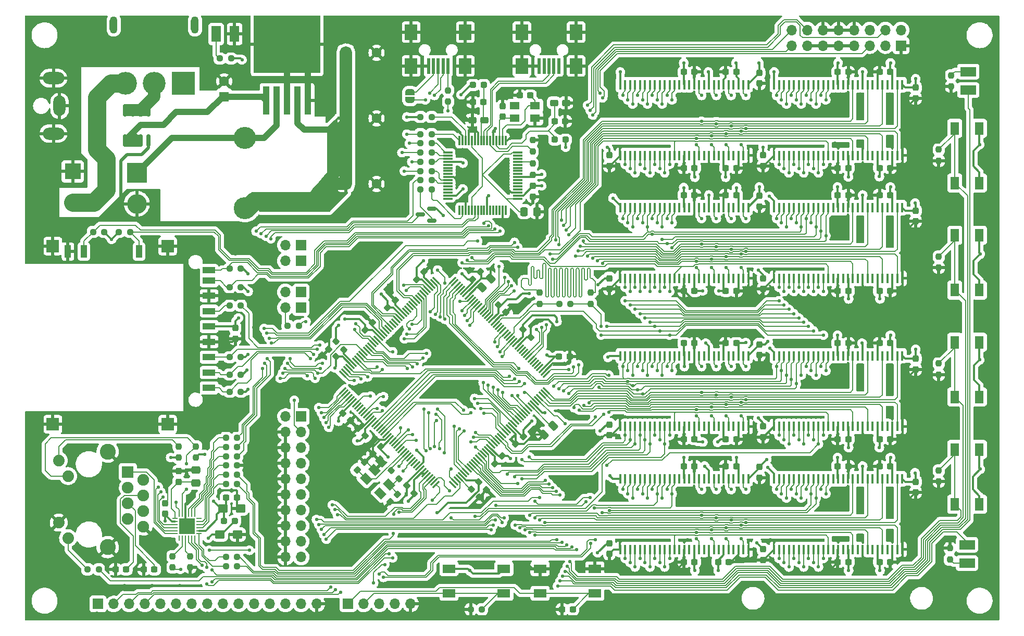
<source format=gtl>
%TF.GenerationSoftware,KiCad,Pcbnew,(6.0.11-0)*%
%TF.CreationDate,2023-09-15T21:26:50+02:00*%
%TF.ProjectId,marco-ram-board,6d617263-6f2d-4726-916d-2d626f617264,rev?*%
%TF.SameCoordinates,Original*%
%TF.FileFunction,Copper,L1,Top*%
%TF.FilePolarity,Positive*%
%FSLAX46Y46*%
G04 Gerber Fmt 4.6, Leading zero omitted, Abs format (unit mm)*
G04 Created by KiCad (PCBNEW (6.0.11-0)) date 2023-09-15 21:26:50*
%MOMM*%
%LPD*%
G01*
G04 APERTURE LIST*
G04 Aperture macros list*
%AMRoundRect*
0 Rectangle with rounded corners*
0 $1 Rounding radius*
0 $2 $3 $4 $5 $6 $7 $8 $9 X,Y pos of 4 corners*
0 Add a 4 corners polygon primitive as box body*
4,1,4,$2,$3,$4,$5,$6,$7,$8,$9,$2,$3,0*
0 Add four circle primitives for the rounded corners*
1,1,$1+$1,$2,$3*
1,1,$1+$1,$4,$5*
1,1,$1+$1,$6,$7*
1,1,$1+$1,$8,$9*
0 Add four rect primitives between the rounded corners*
20,1,$1+$1,$2,$3,$4,$5,0*
20,1,$1+$1,$4,$5,$6,$7,0*
20,1,$1+$1,$6,$7,$8,$9,0*
20,1,$1+$1,$8,$9,$2,$3,0*%
%AMRotRect*
0 Rectangle, with rotation*
0 The origin of the aperture is its center*
0 $1 length*
0 $2 width*
0 $3 Rotation angle, in degrees counterclockwise*
0 Add horizontal line*
21,1,$1,$2,0,0,$3*%
%AMFreePoly0*
4,1,22,0.500000,-0.750000,0.000000,-0.750000,0.000000,-0.745033,-0.079941,-0.743568,-0.215256,-0.701293,-0.333266,-0.622738,-0.424486,-0.514219,-0.481581,-0.384460,-0.499164,-0.250000,-0.500000,-0.250000,-0.500000,0.250000,-0.499164,0.250000,-0.499963,0.256109,-0.478152,0.396186,-0.417904,0.524511,-0.324060,0.630769,-0.204165,0.706417,-0.067858,0.745374,0.000000,0.744959,0.000000,0.750000,
0.500000,0.750000,0.500000,-0.750000,0.500000,-0.750000,$1*%
%AMFreePoly1*
4,1,20,0.000000,0.744959,0.073905,0.744508,0.209726,0.703889,0.328688,0.626782,0.421226,0.519385,0.479903,0.390333,0.500000,0.250000,0.500000,-0.250000,0.499851,-0.262216,0.476331,-0.402017,0.414519,-0.529596,0.319384,-0.634700,0.198574,-0.708877,0.061801,-0.746166,0.000000,-0.745033,0.000000,-0.750000,-0.500000,-0.750000,-0.500000,0.750000,0.000000,0.750000,0.000000,0.744959,
0.000000,0.744959,$1*%
G04 Aperture macros list end*
%TA.AperFunction,ComponentPad*%
%ADD10R,1.600000X1.600000*%
%TD*%
%TA.AperFunction,ComponentPad*%
%ADD11C,1.600000*%
%TD*%
%TA.AperFunction,SMDPad,CuDef*%
%ADD12RoundRect,0.237500X0.300000X0.237500X-0.300000X0.237500X-0.300000X-0.237500X0.300000X-0.237500X0*%
%TD*%
%TA.AperFunction,SMDPad,CuDef*%
%ADD13RoundRect,0.237500X-0.237500X0.300000X-0.237500X-0.300000X0.237500X-0.300000X0.237500X0.300000X0*%
%TD*%
%TA.AperFunction,SMDPad,CuDef*%
%ADD14R,1.100000X4.600000*%
%TD*%
%TA.AperFunction,SMDPad,CuDef*%
%ADD15R,10.800000X9.400000*%
%TD*%
%TA.AperFunction,SMDPad,CuDef*%
%ADD16RoundRect,0.250000X0.400000X0.275000X-0.400000X0.275000X-0.400000X-0.275000X0.400000X-0.275000X0*%
%TD*%
%TA.AperFunction,SMDPad,CuDef*%
%ADD17RoundRect,0.237500X0.287500X0.237500X-0.287500X0.237500X-0.287500X-0.237500X0.287500X-0.237500X0*%
%TD*%
%TA.AperFunction,ComponentPad*%
%ADD18R,1.700000X1.700000*%
%TD*%
%TA.AperFunction,ComponentPad*%
%ADD19O,1.700000X1.700000*%
%TD*%
%TA.AperFunction,SMDPad,CuDef*%
%ADD20R,2.600000X1.500000*%
%TD*%
%TA.AperFunction,SMDPad,CuDef*%
%ADD21RoundRect,0.250000X-0.537500X-0.425000X0.537500X-0.425000X0.537500X0.425000X-0.537500X0.425000X0*%
%TD*%
%TA.AperFunction,SMDPad,CuDef*%
%ADD22RoundRect,0.237500X-0.300000X-0.237500X0.300000X-0.237500X0.300000X0.237500X-0.300000X0.237500X0*%
%TD*%
%TA.AperFunction,SMDPad,CuDef*%
%ADD23RoundRect,0.237500X-0.044194X-0.380070X0.380070X0.044194X0.044194X0.380070X-0.380070X-0.044194X0*%
%TD*%
%TA.AperFunction,SMDPad,CuDef*%
%ADD24RoundRect,0.237500X-0.344715X0.008839X0.008839X-0.344715X0.344715X-0.008839X-0.008839X0.344715X0*%
%TD*%
%TA.AperFunction,SMDPad,CuDef*%
%ADD25R,0.458000X1.510000*%
%TD*%
%TA.AperFunction,SMDPad,CuDef*%
%ADD26RoundRect,0.237500X-0.237500X0.250000X-0.237500X-0.250000X0.237500X-0.250000X0.237500X0.250000X0*%
%TD*%
%TA.AperFunction,SMDPad,CuDef*%
%ADD27R,1.600000X1.300000*%
%TD*%
%TA.AperFunction,SMDPad,CuDef*%
%ADD28R,1.500000X2.600000*%
%TD*%
%TA.AperFunction,SMDPad,CuDef*%
%ADD29RotRect,1.600000X1.300000X315.000000*%
%TD*%
%TA.AperFunction,SMDPad,CuDef*%
%ADD30RoundRect,0.237500X0.250000X0.237500X-0.250000X0.237500X-0.250000X-0.237500X0.250000X-0.237500X0*%
%TD*%
%TA.AperFunction,ComponentPad*%
%ADD31R,2.000000X4.000000*%
%TD*%
%TA.AperFunction,ComponentPad*%
%ADD32O,2.000000X3.300000*%
%TD*%
%TA.AperFunction,ComponentPad*%
%ADD33O,3.500000X2.000000*%
%TD*%
%TA.AperFunction,SMDPad,CuDef*%
%ADD34RoundRect,0.237500X-0.380070X0.044194X0.044194X-0.380070X0.380070X-0.044194X-0.044194X0.380070X0*%
%TD*%
%TA.AperFunction,SMDPad,CuDef*%
%ADD35RoundRect,0.237500X0.237500X-0.250000X0.237500X0.250000X-0.237500X0.250000X-0.237500X-0.250000X0*%
%TD*%
%TA.AperFunction,SMDPad,CuDef*%
%ADD36RoundRect,0.250000X-0.097227X0.574524X-0.574524X0.097227X0.097227X-0.574524X0.574524X-0.097227X0*%
%TD*%
%TA.AperFunction,SMDPad,CuDef*%
%ADD37R,2.100000X1.400000*%
%TD*%
%TA.AperFunction,SMDPad,CuDef*%
%ADD38R,0.500000X2.500000*%
%TD*%
%TA.AperFunction,SMDPad,CuDef*%
%ADD39R,2.000000X2.500000*%
%TD*%
%TA.AperFunction,SMDPad,CuDef*%
%ADD40RoundRect,0.237500X0.237500X-0.300000X0.237500X0.300000X-0.237500X0.300000X-0.237500X-0.300000X0*%
%TD*%
%TA.AperFunction,SMDPad,CuDef*%
%ADD41RoundRect,0.237500X-0.250000X-0.237500X0.250000X-0.237500X0.250000X0.237500X-0.250000X0.237500X0*%
%TD*%
%TA.AperFunction,SMDPad,CuDef*%
%ADD42RoundRect,0.250000X0.475000X-0.337500X0.475000X0.337500X-0.475000X0.337500X-0.475000X-0.337500X0*%
%TD*%
%TA.AperFunction,ComponentPad*%
%ADD43O,1.270000X2.794000*%
%TD*%
%TA.AperFunction,ComponentPad*%
%ADD44R,3.708400X3.708400*%
%TD*%
%TA.AperFunction,ComponentPad*%
%ADD45C,3.708400*%
%TD*%
%TA.AperFunction,SMDPad,CuDef*%
%ADD46RoundRect,0.237500X0.044194X0.380070X-0.380070X-0.044194X-0.044194X-0.380070X0.380070X0.044194X0*%
%TD*%
%TA.AperFunction,SMDPad,CuDef*%
%ADD47RoundRect,0.150000X0.150000X-0.825000X0.150000X0.825000X-0.150000X0.825000X-0.150000X-0.825000X0*%
%TD*%
%TA.AperFunction,SMDPad,CuDef*%
%ADD48RoundRect,0.237500X-0.287500X-0.237500X0.287500X-0.237500X0.287500X0.237500X-0.287500X0.237500X0*%
%TD*%
%TA.AperFunction,SMDPad,CuDef*%
%ADD49R,1.400000X2.100000*%
%TD*%
%TA.AperFunction,SMDPad,CuDef*%
%ADD50RoundRect,0.150000X0.587500X0.150000X-0.587500X0.150000X-0.587500X-0.150000X0.587500X-0.150000X0*%
%TD*%
%TA.AperFunction,SMDPad,CuDef*%
%ADD51RoundRect,0.250000X-0.337500X-0.475000X0.337500X-0.475000X0.337500X0.475000X-0.337500X0.475000X0*%
%TD*%
%TA.AperFunction,SMDPad,CuDef*%
%ADD52R,2.000000X1.100000*%
%TD*%
%TA.AperFunction,SMDPad,CuDef*%
%ADD53R,1.000000X2.000000*%
%TD*%
%TA.AperFunction,SMDPad,CuDef*%
%ADD54R,2.000000X2.000000*%
%TD*%
%TA.AperFunction,SMDPad,CuDef*%
%ADD55FreePoly0,90.000000*%
%TD*%
%TA.AperFunction,SMDPad,CuDef*%
%ADD56FreePoly1,90.000000*%
%TD*%
%TA.AperFunction,SMDPad,CuDef*%
%ADD57RoundRect,0.250000X0.097227X-0.574524X0.574524X-0.097227X-0.097227X0.574524X-0.574524X0.097227X0*%
%TD*%
%TA.AperFunction,SMDPad,CuDef*%
%ADD58RoundRect,0.237500X0.344715X-0.008839X-0.008839X0.344715X-0.344715X0.008839X0.008839X-0.344715X0*%
%TD*%
%TA.AperFunction,SMDPad,CuDef*%
%ADD59RoundRect,0.237500X0.380070X-0.044194X-0.044194X0.380070X-0.380070X0.044194X0.044194X-0.380070X0*%
%TD*%
%TA.AperFunction,SMDPad,CuDef*%
%ADD60RoundRect,0.075000X-0.075000X0.700000X-0.075000X-0.700000X0.075000X-0.700000X0.075000X0.700000X0*%
%TD*%
%TA.AperFunction,SMDPad,CuDef*%
%ADD61RoundRect,0.075000X-0.700000X0.075000X-0.700000X-0.075000X0.700000X-0.075000X0.700000X0.075000X0*%
%TD*%
%TA.AperFunction,SMDPad,CuDef*%
%ADD62RoundRect,0.250000X-0.400000X-0.275000X0.400000X-0.275000X0.400000X0.275000X-0.400000X0.275000X0*%
%TD*%
%TA.AperFunction,SMDPad,CuDef*%
%ADD63RoundRect,0.075000X-0.424264X-0.530330X0.530330X0.424264X0.424264X0.530330X-0.530330X-0.424264X0*%
%TD*%
%TA.AperFunction,SMDPad,CuDef*%
%ADD64RoundRect,0.075000X0.424264X-0.530330X0.530330X-0.424264X-0.424264X0.530330X-0.530330X0.424264X0*%
%TD*%
%TA.AperFunction,ComponentPad*%
%ADD65R,3.200000X3.200000*%
%TD*%
%TA.AperFunction,ComponentPad*%
%ADD66O,3.200000X3.200000*%
%TD*%
%TA.AperFunction,ComponentPad*%
%ADD67R,2.600000X2.600000*%
%TD*%
%TA.AperFunction,ComponentPad*%
%ADD68C,2.600000*%
%TD*%
%TA.AperFunction,SMDPad,CuDef*%
%ADD69RoundRect,0.062500X-0.350000X-0.062500X0.350000X-0.062500X0.350000X0.062500X-0.350000X0.062500X0*%
%TD*%
%TA.AperFunction,SMDPad,CuDef*%
%ADD70RoundRect,0.062500X-0.062500X-0.350000X0.062500X-0.350000X0.062500X0.350000X-0.062500X0.350000X0*%
%TD*%
%TA.AperFunction,SMDPad,CuDef*%
%ADD71R,2.600000X2.600000*%
%TD*%
%TA.AperFunction,ComponentPad*%
%ADD72C,3.600000*%
%TD*%
%TA.AperFunction,ComponentPad*%
%ADD73C,1.890000*%
%TD*%
%TA.AperFunction,ComponentPad*%
%ADD74R,1.900000X1.900000*%
%TD*%
%TA.AperFunction,ComponentPad*%
%ADD75C,1.900000*%
%TD*%
%TA.AperFunction,ViaPad*%
%ADD76C,0.550000*%
%TD*%
%TA.AperFunction,Conductor*%
%ADD77C,0.300000*%
%TD*%
%TA.AperFunction,Conductor*%
%ADD78C,1.000000*%
%TD*%
%TA.AperFunction,Conductor*%
%ADD79C,0.200000*%
%TD*%
%TA.AperFunction,Conductor*%
%ADD80C,0.500000*%
%TD*%
%TA.AperFunction,Conductor*%
%ADD81C,0.150000*%
%TD*%
%TA.AperFunction,Conductor*%
%ADD82C,3.000000*%
%TD*%
%TA.AperFunction,Conductor*%
%ADD83C,2.000000*%
%TD*%
G04 APERTURE END LIST*
D10*
X122969349Y-68194000D03*
D11*
X127969349Y-68194000D03*
D12*
X211462500Y-94100000D03*
X209737500Y-94100000D03*
D13*
X165800000Y-126637500D03*
X165800000Y-128362500D03*
D14*
X110034000Y-54602000D03*
X111734000Y-54602000D03*
D15*
X113434000Y-45452000D03*
D14*
X113434000Y-54602000D03*
X115134000Y-54602000D03*
X116834000Y-54602000D03*
D13*
X215600000Y-72537500D03*
X215600000Y-74262500D03*
D16*
X145475000Y-57800000D03*
X143525000Y-57800000D03*
D17*
X158675000Y-61000000D03*
X156925000Y-61000000D03*
D18*
X115720000Y-106040000D03*
D19*
X113180000Y-106040000D03*
X115720000Y-108580000D03*
X113180000Y-108580000D03*
X115720000Y-111120000D03*
X113180000Y-111120000D03*
X115720000Y-113660000D03*
X113180000Y-113660000D03*
X115720000Y-116200000D03*
X113180000Y-116200000D03*
X115720000Y-118740000D03*
X113180000Y-118740000D03*
X115720000Y-121280000D03*
X113180000Y-121280000D03*
X115720000Y-123820000D03*
X113180000Y-123820000D03*
X115720000Y-126360000D03*
X113180000Y-126360000D03*
X115720000Y-128900000D03*
X113180000Y-128900000D03*
D20*
X224160000Y-49930000D03*
X224160000Y-52930000D03*
D21*
X102525000Y-125200000D03*
X105400000Y-125200000D03*
D12*
X211462500Y-50000000D03*
X209737500Y-50000000D03*
D13*
X215600000Y-116637500D03*
X215600000Y-118362500D03*
D22*
X177937500Y-70000000D03*
X179662500Y-70000000D03*
D23*
X126083120Y-91980880D03*
X127302880Y-90761120D03*
D24*
X121354765Y-93854765D03*
X122645235Y-95145235D03*
D25*
X213400000Y-72050000D03*
X212600000Y-72050000D03*
X211800000Y-72050000D03*
X211000000Y-72050000D03*
X210200000Y-72050000D03*
X209400000Y-72050000D03*
X208600000Y-72050000D03*
X207800000Y-72050000D03*
X207000000Y-72050000D03*
X206200000Y-72050000D03*
X205400000Y-72050000D03*
X204600000Y-72050000D03*
X203800000Y-72050000D03*
X203000000Y-72050000D03*
X202200000Y-72050000D03*
X201400000Y-72050000D03*
X200600000Y-72050000D03*
X199800000Y-72050000D03*
X199000000Y-72050000D03*
X198200000Y-72050000D03*
X197400000Y-72050000D03*
X196600000Y-72050000D03*
X195800000Y-72050000D03*
X195000000Y-72050000D03*
X194200000Y-72050000D03*
X193400000Y-72050000D03*
X192600000Y-72050000D03*
X192600000Y-83550000D03*
X193400000Y-83550000D03*
X194200000Y-83550000D03*
X195000000Y-83550000D03*
X195800000Y-83550000D03*
X196600000Y-83550000D03*
X197400000Y-83550000D03*
X198200000Y-83550000D03*
X199000000Y-83550000D03*
X199800000Y-83550000D03*
X200600000Y-83550000D03*
X201400000Y-83550000D03*
X202200000Y-83550000D03*
X203000000Y-83550000D03*
X203800000Y-83550000D03*
X204600000Y-83550000D03*
X205400000Y-83550000D03*
X206200000Y-83550000D03*
X207000000Y-83550000D03*
X207800000Y-83550000D03*
X208600000Y-83550000D03*
X209400000Y-83550000D03*
X210200000Y-83550000D03*
X211000000Y-83550000D03*
X211800000Y-83550000D03*
X212600000Y-83550000D03*
X213400000Y-83550000D03*
D12*
X91862500Y-130900000D03*
X90137500Y-130900000D03*
D13*
X148500000Y-55537500D03*
X148500000Y-57262500D03*
D12*
X211462500Y-70000000D03*
X209737500Y-70000000D03*
D26*
X153335000Y-61093500D03*
X153335000Y-62918500D03*
D27*
X150450000Y-57500000D03*
X153750000Y-57500000D03*
X153750000Y-55500000D03*
X150450000Y-55500000D03*
D12*
X179662500Y-85600000D03*
X177937500Y-85600000D03*
D18*
X115695000Y-88321000D03*
D19*
X113155000Y-88321000D03*
D12*
X179662500Y-65600000D03*
X177937500Y-65600000D03*
D28*
X104900000Y-43800000D03*
X101900000Y-43800000D03*
D29*
X126252334Y-116180762D03*
X128585786Y-118514214D03*
X130000000Y-117100000D03*
X127666548Y-114766548D03*
D30*
X136912500Y-64600000D03*
X135087500Y-64600000D03*
D31*
X82446000Y-55494000D03*
D32*
X76446000Y-55494000D03*
D33*
X75446000Y-59994000D03*
X75446000Y-50994000D03*
D30*
X105912500Y-88000000D03*
X104087500Y-88000000D03*
D12*
X186462500Y-70000000D03*
X184737500Y-70000000D03*
X204662500Y-65600000D03*
X202937500Y-65600000D03*
D34*
X147790120Y-87890120D03*
X149009880Y-89109880D03*
D22*
X151237500Y-53800000D03*
X152962500Y-53800000D03*
D12*
X204662500Y-85600000D03*
X202937500Y-85600000D03*
D22*
X202937500Y-50000000D03*
X204662500Y-50000000D03*
D25*
X188400000Y-96150000D03*
X187600000Y-96150000D03*
X186800000Y-96150000D03*
X186000000Y-96150000D03*
X185200000Y-96150000D03*
X184400000Y-96150000D03*
X183600000Y-96150000D03*
X182800000Y-96150000D03*
X182000000Y-96150000D03*
X181200000Y-96150000D03*
X180400000Y-96150000D03*
X179600000Y-96150000D03*
X178800000Y-96150000D03*
X178000000Y-96150000D03*
X177200000Y-96150000D03*
X176400000Y-96150000D03*
X175600000Y-96150000D03*
X174800000Y-96150000D03*
X174000000Y-96150000D03*
X173200000Y-96150000D03*
X172400000Y-96150000D03*
X171600000Y-96150000D03*
X170800000Y-96150000D03*
X170000000Y-96150000D03*
X169200000Y-96150000D03*
X168400000Y-96150000D03*
X167600000Y-96150000D03*
X167600000Y-107650000D03*
X168400000Y-107650000D03*
X169200000Y-107650000D03*
X170000000Y-107650000D03*
X170800000Y-107650000D03*
X171600000Y-107650000D03*
X172400000Y-107650000D03*
X173200000Y-107650000D03*
X174000000Y-107650000D03*
X174800000Y-107650000D03*
X175600000Y-107650000D03*
X176400000Y-107650000D03*
X177200000Y-107650000D03*
X178000000Y-107650000D03*
X178800000Y-107650000D03*
X179600000Y-107650000D03*
X180400000Y-107650000D03*
X181200000Y-107650000D03*
X182000000Y-107650000D03*
X182800000Y-107650000D03*
X183600000Y-107650000D03*
X184400000Y-107650000D03*
X185200000Y-107650000D03*
X186000000Y-107650000D03*
X186800000Y-107650000D03*
X187600000Y-107650000D03*
X188400000Y-107650000D03*
D22*
X183475000Y-129700000D03*
X185200000Y-129700000D03*
D35*
X221160000Y-129292500D03*
X221160000Y-127467500D03*
D22*
X184737500Y-85600000D03*
X186462500Y-85600000D03*
D36*
X156636623Y-107528377D03*
X155169377Y-108995623D03*
D30*
X105312500Y-112500000D03*
X103487500Y-112500000D03*
D20*
X223960000Y-129892000D03*
X223960000Y-126892000D03*
D37*
X148650000Y-130800000D03*
X139750000Y-130800000D03*
X148650000Y-134800000D03*
X139750000Y-134800000D03*
D38*
X157600000Y-49000000D03*
X156800000Y-49000000D03*
X156000000Y-49000000D03*
X155200000Y-49000000D03*
X154400000Y-49000000D03*
D39*
X151600000Y-49000000D03*
X160400000Y-49000000D03*
X151600000Y-43500000D03*
X160400000Y-43500000D03*
D12*
X179662500Y-109700000D03*
X177937500Y-109700000D03*
D40*
X95800000Y-116662500D03*
X95800000Y-114937500D03*
D41*
X157687500Y-87700000D03*
X159512500Y-87700000D03*
D18*
X115695000Y-80701000D03*
D19*
X113155000Y-80701000D03*
D38*
X139600000Y-49000000D03*
X138800000Y-49000000D03*
X138000000Y-49000000D03*
X137200000Y-49000000D03*
X136400000Y-49000000D03*
D39*
X142400000Y-49000000D03*
X142400000Y-43500000D03*
X133600000Y-49000000D03*
X133600000Y-43500000D03*
D12*
X145362500Y-54900000D03*
X143637500Y-54900000D03*
D41*
X143287500Y-137400000D03*
X145112500Y-137400000D03*
D34*
X151780240Y-91880240D03*
X153000000Y-93100000D03*
D41*
X113512500Y-91273500D03*
X115337500Y-91273500D03*
D30*
X105312500Y-117000000D03*
X103487500Y-117000000D03*
D13*
X215600000Y-52537500D03*
X215600000Y-54262500D03*
D42*
X98600000Y-116837500D03*
X98600000Y-114762500D03*
D43*
X98446500Y-42328000D03*
X85238500Y-42328000D03*
D44*
X96541500Y-51853000D03*
D45*
X91842500Y-51853000D03*
X87143500Y-51853000D03*
D22*
X177937500Y-50000000D03*
X179662500Y-50000000D03*
D13*
X153400000Y-68537500D03*
X153400000Y-70262500D03*
D34*
X122480240Y-105480240D03*
X123700000Y-106700000D03*
D46*
X151809880Y-109303120D03*
X150590120Y-110522880D03*
D18*
X115695000Y-85781000D03*
D19*
X113155000Y-85781000D03*
D13*
X190800000Y-83537500D03*
X190800000Y-85262500D03*
D47*
X87095000Y-61175000D03*
X88365000Y-61175000D03*
X89635000Y-61175000D03*
X90905000Y-61175000D03*
X90905000Y-56225000D03*
X89635000Y-56225000D03*
X88365000Y-56225000D03*
X87095000Y-56225000D03*
D12*
X211462500Y-114100000D03*
X209737500Y-114100000D03*
D30*
X136912500Y-67600000D03*
X135087500Y-67600000D03*
X105912500Y-82000000D03*
X104087500Y-82000000D03*
D22*
X177937500Y-94100000D03*
X179662500Y-94100000D03*
D30*
X105912500Y-85000000D03*
X104087500Y-85000000D03*
D23*
X143590120Y-83709880D03*
X144809880Y-82490120D03*
D22*
X202937500Y-70000000D03*
X204662500Y-70000000D03*
D35*
X219360000Y-81827857D03*
X219360000Y-80002857D03*
D30*
X105912500Y-99200000D03*
X104087500Y-99200000D03*
D13*
X190800000Y-127637500D03*
X190800000Y-129362500D03*
D46*
X128609880Y-110890120D03*
X127390120Y-112109880D03*
D23*
X129790120Y-88309880D03*
X131009880Y-87090120D03*
D48*
X143625000Y-52100000D03*
X145375000Y-52100000D03*
D35*
X219360000Y-116627857D03*
X219360000Y-114802857D03*
D18*
X115695000Y-78161000D03*
D19*
X113155000Y-78161000D03*
D49*
X221960000Y-93952857D03*
X221960000Y-102852857D03*
X225960000Y-93952857D03*
X225960000Y-102852857D03*
D26*
X162800000Y-85875000D03*
X162800000Y-87700000D03*
D13*
X165800000Y-83537500D03*
X165800000Y-85262500D03*
D50*
X136937500Y-74150000D03*
X136937500Y-72250000D03*
X135062500Y-73200000D03*
D30*
X105312500Y-109500000D03*
X103487500Y-109500000D03*
X136912500Y-61600000D03*
X135087500Y-61600000D03*
D12*
X186462500Y-94100000D03*
X184737500Y-94100000D03*
D51*
X151962500Y-72700000D03*
X154037500Y-72700000D03*
D23*
X134465120Y-83725880D03*
X135684880Y-82506120D03*
D22*
X209737500Y-65600000D03*
X211462500Y-65600000D03*
D12*
X159862500Y-137400000D03*
X158137500Y-137400000D03*
D13*
X190800000Y-63537500D03*
X190800000Y-65262500D03*
D22*
X184737500Y-109700000D03*
X186462500Y-109700000D03*
D37*
X163450000Y-130800000D03*
X154550000Y-130800000D03*
X154550000Y-134800000D03*
X163450000Y-134800000D03*
D25*
X213400000Y-116150000D03*
X212600000Y-116150000D03*
X211800000Y-116150000D03*
X211000000Y-116150000D03*
X210200000Y-116150000D03*
X209400000Y-116150000D03*
X208600000Y-116150000D03*
X207800000Y-116150000D03*
X207000000Y-116150000D03*
X206200000Y-116150000D03*
X205400000Y-116150000D03*
X204600000Y-116150000D03*
X203800000Y-116150000D03*
X203000000Y-116150000D03*
X202200000Y-116150000D03*
X201400000Y-116150000D03*
X200600000Y-116150000D03*
X199800000Y-116150000D03*
X199000000Y-116150000D03*
X198200000Y-116150000D03*
X197400000Y-116150000D03*
X196600000Y-116150000D03*
X195800000Y-116150000D03*
X195000000Y-116150000D03*
X194200000Y-116150000D03*
X193400000Y-116150000D03*
X192600000Y-116150000D03*
X192600000Y-127650000D03*
X193400000Y-127650000D03*
X194200000Y-127650000D03*
X195000000Y-127650000D03*
X195800000Y-127650000D03*
X196600000Y-127650000D03*
X197400000Y-127650000D03*
X198200000Y-127650000D03*
X199000000Y-127650000D03*
X199800000Y-127650000D03*
X200600000Y-127650000D03*
X201400000Y-127650000D03*
X202200000Y-127650000D03*
X203000000Y-127650000D03*
X203800000Y-127650000D03*
X204600000Y-127650000D03*
X205400000Y-127650000D03*
X206200000Y-127650000D03*
X207000000Y-127650000D03*
X207800000Y-127650000D03*
X208600000Y-127650000D03*
X209400000Y-127650000D03*
X210200000Y-127650000D03*
X211000000Y-127650000D03*
X211800000Y-127650000D03*
X212600000Y-127650000D03*
X213400000Y-127650000D03*
D13*
X190200000Y-70137500D03*
X190200000Y-71862500D03*
D52*
X100750000Y-98875000D03*
X100750000Y-96375000D03*
D53*
X77800000Y-79200000D03*
D52*
X100750000Y-93875000D03*
X100750000Y-91375000D03*
X100750000Y-88875000D03*
X100750000Y-86375000D03*
X100750000Y-83950000D03*
X100750000Y-82250000D03*
X100750000Y-101375000D03*
D53*
X89350000Y-79200000D03*
X80400000Y-79200000D03*
D54*
X94000000Y-78300000D03*
X75350000Y-78300000D03*
X75350000Y-107300000D03*
X94000000Y-107300000D03*
D30*
X105312500Y-130400000D03*
X103487500Y-130400000D03*
D35*
X219360000Y-99227857D03*
X219360000Y-97402857D03*
D22*
X202937500Y-94100000D03*
X204662500Y-94100000D03*
D30*
X136912500Y-60100000D03*
X135087500Y-60100000D03*
X105312500Y-111000000D03*
X103487500Y-111000000D03*
D17*
X104950000Y-123000000D03*
X103200000Y-123000000D03*
D55*
X133400000Y-54550000D03*
D56*
X133400000Y-53250000D03*
D22*
X184737500Y-65600000D03*
X186462500Y-65600000D03*
D57*
X145066377Y-85033623D03*
X146533623Y-83566377D03*
D25*
X188400000Y-72050000D03*
X187600000Y-72050000D03*
X186800000Y-72050000D03*
X186000000Y-72050000D03*
X185200000Y-72050000D03*
X184400000Y-72050000D03*
X183600000Y-72050000D03*
X182800000Y-72050000D03*
X182000000Y-72050000D03*
X181200000Y-72050000D03*
X180400000Y-72050000D03*
X179600000Y-72050000D03*
X178800000Y-72050000D03*
X178000000Y-72050000D03*
X177200000Y-72050000D03*
X176400000Y-72050000D03*
X175600000Y-72050000D03*
X174800000Y-72050000D03*
X174000000Y-72050000D03*
X173200000Y-72050000D03*
X172400000Y-72050000D03*
X171600000Y-72050000D03*
X170800000Y-72050000D03*
X170000000Y-72050000D03*
X169200000Y-72050000D03*
X168400000Y-72050000D03*
X167600000Y-72050000D03*
X167600000Y-83550000D03*
X168400000Y-83550000D03*
X169200000Y-83550000D03*
X170000000Y-83550000D03*
X170800000Y-83550000D03*
X171600000Y-83550000D03*
X172400000Y-83550000D03*
X173200000Y-83550000D03*
X174000000Y-83550000D03*
X174800000Y-83550000D03*
X175600000Y-83550000D03*
X176400000Y-83550000D03*
X177200000Y-83550000D03*
X178000000Y-83550000D03*
X178800000Y-83550000D03*
X179600000Y-83550000D03*
X180400000Y-83550000D03*
X181200000Y-83550000D03*
X182000000Y-83550000D03*
X182800000Y-83550000D03*
X183600000Y-83550000D03*
X184400000Y-83550000D03*
X185200000Y-83550000D03*
X186000000Y-83550000D03*
X186800000Y-83550000D03*
X187600000Y-83550000D03*
X188400000Y-83550000D03*
D30*
X136912500Y-63100000D03*
X135087500Y-63100000D03*
D13*
X215600000Y-96637500D03*
X215600000Y-98362500D03*
D22*
X209737500Y-85600000D03*
X211462500Y-85600000D03*
X209737500Y-129700000D03*
X211462500Y-129700000D03*
D58*
X144645235Y-119145235D03*
X143354765Y-117854765D03*
D41*
X86087500Y-76000000D03*
X87912500Y-76000000D03*
D26*
X97700000Y-128775000D03*
X97700000Y-130600000D03*
D22*
X202937500Y-114100000D03*
X204662500Y-114100000D03*
D13*
X165800000Y-63537500D03*
X165800000Y-65262500D03*
D59*
X134100000Y-118500000D03*
X132880240Y-117280240D03*
D10*
X122969349Y-57526000D03*
D11*
X127969349Y-57526000D03*
D18*
X123340000Y-136495000D03*
D19*
X125880000Y-136495000D03*
X128420000Y-136495000D03*
X130960000Y-136495000D03*
X133500000Y-136495000D03*
D22*
X177937500Y-114100000D03*
X179662500Y-114100000D03*
D12*
X186462500Y-50000000D03*
X184737500Y-50000000D03*
X87262500Y-130900000D03*
X85537500Y-130900000D03*
D49*
X221960000Y-68052857D03*
X221960000Y-59152857D03*
X225960000Y-59152857D03*
X225960000Y-68052857D03*
X221960000Y-111402857D03*
X221960000Y-120302857D03*
X225960000Y-111402857D03*
X225960000Y-120302857D03*
D35*
X98600000Y-112712500D03*
X98600000Y-110887500D03*
D13*
X105000000Y-91637500D03*
X105000000Y-93362500D03*
X190200000Y-94300000D03*
X190200000Y-96025000D03*
D21*
X102962500Y-121000000D03*
X105837500Y-121000000D03*
D13*
X190200000Y-50137500D03*
X190200000Y-51862500D03*
D60*
X148957000Y-61157000D03*
X148457000Y-61157000D03*
X147957000Y-61157000D03*
X147457000Y-61157000D03*
X146957000Y-61157000D03*
X146457000Y-61157000D03*
X145957000Y-61157000D03*
X145457000Y-61157000D03*
X144957000Y-61157000D03*
X144457000Y-61157000D03*
X143957000Y-61157000D03*
X143457000Y-61157000D03*
X142957000Y-61157000D03*
X142457000Y-61157000D03*
X141957000Y-61157000D03*
X141457000Y-61157000D03*
D61*
X139532000Y-63082000D03*
X139532000Y-63582000D03*
X139532000Y-64082000D03*
X139532000Y-64582000D03*
X139532000Y-65082000D03*
X139532000Y-65582000D03*
X139532000Y-66082000D03*
X139532000Y-66582000D03*
X139532000Y-67082000D03*
X139532000Y-67582000D03*
X139532000Y-68082000D03*
X139532000Y-68582000D03*
X139532000Y-69082000D03*
X139532000Y-69582000D03*
X139532000Y-70082000D03*
X139532000Y-70582000D03*
D60*
X141457000Y-72507000D03*
X141957000Y-72507000D03*
X142457000Y-72507000D03*
X142957000Y-72507000D03*
X143457000Y-72507000D03*
X143957000Y-72507000D03*
X144457000Y-72507000D03*
X144957000Y-72507000D03*
X145457000Y-72507000D03*
X145957000Y-72507000D03*
X146457000Y-72507000D03*
X146957000Y-72507000D03*
X147457000Y-72507000D03*
X147957000Y-72507000D03*
X148457000Y-72507000D03*
X148957000Y-72507000D03*
D61*
X150882000Y-70582000D03*
X150882000Y-70082000D03*
X150882000Y-69582000D03*
X150882000Y-69082000D03*
X150882000Y-68582000D03*
X150882000Y-68082000D03*
X150882000Y-67582000D03*
X150882000Y-67082000D03*
X150882000Y-66582000D03*
X150882000Y-66082000D03*
X150882000Y-65582000D03*
X150882000Y-65082000D03*
X150882000Y-64582000D03*
X150882000Y-64082000D03*
X150882000Y-63582000D03*
X150882000Y-63082000D03*
D46*
X148384880Y-112478120D03*
X147165120Y-113697880D03*
D62*
X156825000Y-55000000D03*
X158775000Y-55000000D03*
D63*
X122436024Y-101861181D03*
X122789577Y-102214734D03*
X123143130Y-102568287D03*
X123496684Y-102921841D03*
X123850237Y-103275394D03*
X124203791Y-103628948D03*
X124557344Y-103982501D03*
X124910897Y-104336054D03*
X125264451Y-104689608D03*
X125618004Y-105043161D03*
X125971558Y-105396714D03*
X126325111Y-105750268D03*
X126678664Y-106103821D03*
X127032218Y-106457375D03*
X127385771Y-106810928D03*
X127739325Y-107164481D03*
X128092878Y-107518035D03*
X128446431Y-107871588D03*
X128799985Y-108225142D03*
X129153538Y-108578695D03*
X129507091Y-108932248D03*
X129860645Y-109285802D03*
X130214198Y-109639355D03*
X130567752Y-109992909D03*
X130921305Y-110346462D03*
X131274858Y-110700015D03*
X131628412Y-111053569D03*
X131981965Y-111407122D03*
X132335519Y-111760675D03*
X132689072Y-112114229D03*
X133042625Y-112467782D03*
X133396179Y-112821336D03*
X133749732Y-113174889D03*
X134103286Y-113528442D03*
X134456839Y-113881996D03*
X134810392Y-114235549D03*
X135163946Y-114589103D03*
X135517499Y-114942656D03*
X135871052Y-115296209D03*
X136224606Y-115649763D03*
X136578159Y-116003316D03*
X136931713Y-116356870D03*
X137285266Y-116710423D03*
X137638819Y-117063976D03*
D64*
X140361181Y-117063976D03*
X140714734Y-116710423D03*
X141068287Y-116356870D03*
X141421841Y-116003316D03*
X141775394Y-115649763D03*
X142128948Y-115296209D03*
X142482501Y-114942656D03*
X142836054Y-114589103D03*
X143189608Y-114235549D03*
X143543161Y-113881996D03*
X143896714Y-113528442D03*
X144250268Y-113174889D03*
X144603821Y-112821336D03*
X144957375Y-112467782D03*
X145310928Y-112114229D03*
X145664481Y-111760675D03*
X146018035Y-111407122D03*
X146371588Y-111053569D03*
X146725142Y-110700015D03*
X147078695Y-110346462D03*
X147432248Y-109992909D03*
X147785802Y-109639355D03*
X148139355Y-109285802D03*
X148492909Y-108932248D03*
X148846462Y-108578695D03*
X149200015Y-108225142D03*
X149553569Y-107871588D03*
X149907122Y-107518035D03*
X150260675Y-107164481D03*
X150614229Y-106810928D03*
X150967782Y-106457375D03*
X151321336Y-106103821D03*
X151674889Y-105750268D03*
X152028442Y-105396714D03*
X152381996Y-105043161D03*
X152735549Y-104689608D03*
X153089103Y-104336054D03*
X153442656Y-103982501D03*
X153796209Y-103628948D03*
X154149763Y-103275394D03*
X154503316Y-102921841D03*
X154856870Y-102568287D03*
X155210423Y-102214734D03*
X155563976Y-101861181D03*
D63*
X155563976Y-99138819D03*
X155210423Y-98785266D03*
X154856870Y-98431713D03*
X154503316Y-98078159D03*
X154149763Y-97724606D03*
X153796209Y-97371052D03*
X153442656Y-97017499D03*
X153089103Y-96663946D03*
X152735549Y-96310392D03*
X152381996Y-95956839D03*
X152028442Y-95603286D03*
X151674889Y-95249732D03*
X151321336Y-94896179D03*
X150967782Y-94542625D03*
X150614229Y-94189072D03*
X150260675Y-93835519D03*
X149907122Y-93481965D03*
X149553569Y-93128412D03*
X149200015Y-92774858D03*
X148846462Y-92421305D03*
X148492909Y-92067752D03*
X148139355Y-91714198D03*
X147785802Y-91360645D03*
X147432248Y-91007091D03*
X147078695Y-90653538D03*
X146725142Y-90299985D03*
X146371588Y-89946431D03*
X146018035Y-89592878D03*
X145664481Y-89239325D03*
X145310928Y-88885771D03*
X144957375Y-88532218D03*
X144603821Y-88178664D03*
X144250268Y-87825111D03*
X143896714Y-87471558D03*
X143543161Y-87118004D03*
X143189608Y-86764451D03*
X142836054Y-86410897D03*
X142482501Y-86057344D03*
X142128948Y-85703791D03*
X141775394Y-85350237D03*
X141421841Y-84996684D03*
X141068287Y-84643130D03*
X140714734Y-84289577D03*
X140361181Y-83936024D03*
D64*
X137638819Y-83936024D03*
X137285266Y-84289577D03*
X136931713Y-84643130D03*
X136578159Y-84996684D03*
X136224606Y-85350237D03*
X135871052Y-85703791D03*
X135517499Y-86057344D03*
X135163946Y-86410897D03*
X134810392Y-86764451D03*
X134456839Y-87118004D03*
X134103286Y-87471558D03*
X133749732Y-87825111D03*
X133396179Y-88178664D03*
X133042625Y-88532218D03*
X132689072Y-88885771D03*
X132335519Y-89239325D03*
X131981965Y-89592878D03*
X131628412Y-89946431D03*
X131274858Y-90299985D03*
X130921305Y-90653538D03*
X130567752Y-91007091D03*
X130214198Y-91360645D03*
X129860645Y-91714198D03*
X129507091Y-92067752D03*
X129153538Y-92421305D03*
X128799985Y-92774858D03*
X128446431Y-93128412D03*
X128092878Y-93481965D03*
X127739325Y-93835519D03*
X127385771Y-94189072D03*
X127032218Y-94542625D03*
X126678664Y-94896179D03*
X126325111Y-95249732D03*
X125971558Y-95603286D03*
X125618004Y-95956839D03*
X125264451Y-96310392D03*
X124910897Y-96663946D03*
X124557344Y-97017499D03*
X124203791Y-97371052D03*
X123850237Y-97724606D03*
X123496684Y-98078159D03*
X123143130Y-98431713D03*
X122789577Y-98785266D03*
X122436024Y-99138819D03*
D30*
X136912500Y-69100000D03*
X135087500Y-69100000D03*
X105312500Y-128900000D03*
X103487500Y-128900000D03*
D40*
X93600000Y-121862500D03*
X93600000Y-120137500D03*
D35*
X219360000Y-64427857D03*
X219360000Y-62602857D03*
D59*
X126141380Y-109169880D03*
X124921620Y-107950120D03*
D41*
X135087500Y-57300000D03*
X136912500Y-57300000D03*
D26*
X221384000Y-50517500D03*
X221384000Y-52342500D03*
D35*
X154500000Y-87725000D03*
X154500000Y-85900000D03*
D26*
X95800000Y-110887500D03*
X95800000Y-112712500D03*
D22*
X157637500Y-96300000D03*
X159362500Y-96300000D03*
D13*
X190800000Y-107637500D03*
X190800000Y-109362500D03*
D22*
X209737500Y-109700000D03*
X211462500Y-109700000D03*
D34*
X144600000Y-116700000D03*
X145819760Y-117919760D03*
D10*
X122969349Y-46858000D03*
D11*
X127969349Y-46858000D03*
D35*
X94800000Y-130600000D03*
X94800000Y-128775000D03*
D12*
X204662500Y-129700000D03*
X202937500Y-129700000D03*
X204662500Y-109700000D03*
X202937500Y-109700000D03*
D30*
X104312500Y-47800000D03*
X102487500Y-47800000D03*
D46*
X131400000Y-118700000D03*
X130180240Y-119919760D03*
D65*
X89000000Y-66360000D03*
D66*
X89000000Y-71440000D03*
D18*
X82700000Y-136520000D03*
D19*
X85240000Y-136520000D03*
X87780000Y-136520000D03*
X90320000Y-136520000D03*
X92860000Y-136520000D03*
X95400000Y-136520000D03*
X97940000Y-136520000D03*
X100480000Y-136520000D03*
X103020000Y-136520000D03*
X105560000Y-136520000D03*
X108100000Y-136520000D03*
X110640000Y-136520000D03*
X113180000Y-136520000D03*
X115720000Y-136520000D03*
X118260000Y-136520000D03*
D18*
X213235000Y-45692857D03*
D19*
X213235000Y-43152857D03*
X210695000Y-45692857D03*
X210695000Y-43152857D03*
X208155000Y-45692857D03*
X208155000Y-43152857D03*
X205615000Y-45692857D03*
X205615000Y-43152857D03*
X203075000Y-45692857D03*
X203075000Y-43152857D03*
X200535000Y-45692857D03*
X200535000Y-43152857D03*
X197995000Y-45692857D03*
X197995000Y-43152857D03*
X195455000Y-45692857D03*
X195455000Y-43152857D03*
D30*
X105912500Y-96388000D03*
X104087500Y-96388000D03*
X83712500Y-76000000D03*
X81887500Y-76000000D03*
D13*
X165800000Y-107337500D03*
X165800000Y-109062500D03*
D67*
X78585000Y-66157000D03*
D68*
X78585000Y-71237000D03*
D69*
X95212500Y-122600000D03*
X95212500Y-123100000D03*
X95212500Y-123600000D03*
X95212500Y-124100000D03*
X95212500Y-124600000D03*
X95212500Y-125100000D03*
D70*
X95900000Y-125787500D03*
X96400000Y-125787500D03*
X96900000Y-125787500D03*
X97400000Y-125787500D03*
X97900000Y-125787500D03*
X98400000Y-125787500D03*
D69*
X99087500Y-125100000D03*
X99087500Y-124600000D03*
X99087500Y-124100000D03*
X99087500Y-123600000D03*
X99087500Y-123100000D03*
X99087500Y-122600000D03*
D70*
X98400000Y-121912500D03*
X97900000Y-121912500D03*
X97400000Y-121912500D03*
X96900000Y-121912500D03*
X96400000Y-121912500D03*
X95900000Y-121912500D03*
D71*
X97150000Y-123850000D03*
D23*
X124800000Y-114700000D03*
X126019760Y-113480240D03*
D30*
X105312500Y-114000000D03*
X103487500Y-114000000D03*
D35*
X153335000Y-66728500D03*
X153335000Y-64903500D03*
D25*
X213400000Y-96150000D03*
X212600000Y-96150000D03*
X211800000Y-96150000D03*
X211000000Y-96150000D03*
X210200000Y-96150000D03*
X209400000Y-96150000D03*
X208600000Y-96150000D03*
X207800000Y-96150000D03*
X207000000Y-96150000D03*
X206200000Y-96150000D03*
X205400000Y-96150000D03*
X204600000Y-96150000D03*
X203800000Y-96150000D03*
X203000000Y-96150000D03*
X202200000Y-96150000D03*
X201400000Y-96150000D03*
X200600000Y-96150000D03*
X199800000Y-96150000D03*
X199000000Y-96150000D03*
X198200000Y-96150000D03*
X197400000Y-96150000D03*
X196600000Y-96150000D03*
X195800000Y-96150000D03*
X195000000Y-96150000D03*
X194200000Y-96150000D03*
X193400000Y-96150000D03*
X192600000Y-96150000D03*
X192600000Y-107650000D03*
X193400000Y-107650000D03*
X194200000Y-107650000D03*
X195000000Y-107650000D03*
X195800000Y-107650000D03*
X196600000Y-107650000D03*
X197400000Y-107650000D03*
X198200000Y-107650000D03*
X199000000Y-107650000D03*
X199800000Y-107650000D03*
X200600000Y-107650000D03*
X201400000Y-107650000D03*
X202200000Y-107650000D03*
X203000000Y-107650000D03*
X203800000Y-107650000D03*
X204600000Y-107650000D03*
X205400000Y-107650000D03*
X206200000Y-107650000D03*
X207000000Y-107650000D03*
X207800000Y-107650000D03*
X208600000Y-107650000D03*
X209400000Y-107650000D03*
X210200000Y-107650000D03*
X211000000Y-107650000D03*
X211800000Y-107650000D03*
X212600000Y-107650000D03*
X213400000Y-107650000D03*
D41*
X80987500Y-130900000D03*
X82812500Y-130900000D03*
D72*
X106576000Y-60701000D03*
X106576000Y-72141000D03*
D30*
X105312500Y-115500000D03*
X103487500Y-115500000D03*
D22*
X156937500Y-58000000D03*
X158662500Y-58000000D03*
D68*
X84256000Y-111727000D03*
X84256000Y-127277000D03*
D73*
X77826000Y-125827000D03*
X76306000Y-123287000D03*
X77826000Y-115717000D03*
X76306000Y-113177000D03*
D74*
X87546000Y-115057000D03*
D75*
X90086000Y-116327000D03*
X87546000Y-117597000D03*
X90086000Y-118867000D03*
X87546000Y-120137000D03*
X90086000Y-121407000D03*
X87546000Y-122677000D03*
X90086000Y-123947000D03*
D25*
X213400000Y-52050000D03*
X212600000Y-52050000D03*
X211800000Y-52050000D03*
X211000000Y-52050000D03*
X210200000Y-52050000D03*
X209400000Y-52050000D03*
X208600000Y-52050000D03*
X207800000Y-52050000D03*
X207000000Y-52050000D03*
X206200000Y-52050000D03*
X205400000Y-52050000D03*
X204600000Y-52050000D03*
X203800000Y-52050000D03*
X203000000Y-52050000D03*
X202200000Y-52050000D03*
X201400000Y-52050000D03*
X200600000Y-52050000D03*
X199800000Y-52050000D03*
X199000000Y-52050000D03*
X198200000Y-52050000D03*
X197400000Y-52050000D03*
X196600000Y-52050000D03*
X195800000Y-52050000D03*
X195000000Y-52050000D03*
X194200000Y-52050000D03*
X193400000Y-52050000D03*
X192600000Y-52050000D03*
X192600000Y-63550000D03*
X193400000Y-63550000D03*
X194200000Y-63550000D03*
X195000000Y-63550000D03*
X195800000Y-63550000D03*
X196600000Y-63550000D03*
X197400000Y-63550000D03*
X198200000Y-63550000D03*
X199000000Y-63550000D03*
X199800000Y-63550000D03*
X200600000Y-63550000D03*
X201400000Y-63550000D03*
X202200000Y-63550000D03*
X203000000Y-63550000D03*
X203800000Y-63550000D03*
X204600000Y-63550000D03*
X205400000Y-63550000D03*
X206200000Y-63550000D03*
X207000000Y-63550000D03*
X207800000Y-63550000D03*
X208600000Y-63550000D03*
X209400000Y-63550000D03*
X210200000Y-63550000D03*
X211000000Y-63550000D03*
X211800000Y-63550000D03*
X212600000Y-63550000D03*
X213400000Y-63550000D03*
D59*
X121409880Y-96309880D03*
X120190120Y-95090120D03*
D49*
X221960000Y-76552857D03*
X221960000Y-85452857D03*
X225960000Y-85452857D03*
X225960000Y-76552857D03*
D25*
X188400000Y-116150000D03*
X187600000Y-116150000D03*
X186800000Y-116150000D03*
X186000000Y-116150000D03*
X185200000Y-116150000D03*
X184400000Y-116150000D03*
X183600000Y-116150000D03*
X182800000Y-116150000D03*
X182000000Y-116150000D03*
X181200000Y-116150000D03*
X180400000Y-116150000D03*
X179600000Y-116150000D03*
X178800000Y-116150000D03*
X178000000Y-116150000D03*
X177200000Y-116150000D03*
X176400000Y-116150000D03*
X175600000Y-116150000D03*
X174800000Y-116150000D03*
X174000000Y-116150000D03*
X173200000Y-116150000D03*
X172400000Y-116150000D03*
X171600000Y-116150000D03*
X170800000Y-116150000D03*
X170000000Y-116150000D03*
X169200000Y-116150000D03*
X168400000Y-116150000D03*
X167600000Y-116150000D03*
X167600000Y-127650000D03*
X168400000Y-127650000D03*
X169200000Y-127650000D03*
X170000000Y-127650000D03*
X170800000Y-127650000D03*
X171600000Y-127650000D03*
X172400000Y-127650000D03*
X173200000Y-127650000D03*
X174000000Y-127650000D03*
X174800000Y-127650000D03*
X175600000Y-127650000D03*
X176400000Y-127650000D03*
X177200000Y-127650000D03*
X178000000Y-127650000D03*
X178800000Y-127650000D03*
X179600000Y-127650000D03*
X180400000Y-127650000D03*
X181200000Y-127650000D03*
X182000000Y-127650000D03*
X182800000Y-127650000D03*
X183600000Y-127650000D03*
X184400000Y-127650000D03*
X185200000Y-127650000D03*
X186000000Y-127650000D03*
X186800000Y-127650000D03*
X187600000Y-127650000D03*
X188400000Y-127650000D03*
D10*
X103200000Y-54000000D03*
D11*
X103200000Y-51500000D03*
D30*
X105912500Y-102000000D03*
X104087500Y-102000000D03*
D12*
X179662500Y-129700000D03*
X177937500Y-129700000D03*
D24*
X130354765Y-114854765D03*
X131645235Y-116145235D03*
D13*
X190200000Y-114237500D03*
X190200000Y-115962500D03*
D30*
X136912500Y-66100000D03*
X135087500Y-66100000D03*
D25*
X188400000Y-52050000D03*
X187600000Y-52050000D03*
X186800000Y-52050000D03*
X186000000Y-52050000D03*
X185200000Y-52050000D03*
X184400000Y-52050000D03*
X183600000Y-52050000D03*
X182800000Y-52050000D03*
X182000000Y-52050000D03*
X181200000Y-52050000D03*
X180400000Y-52050000D03*
X179600000Y-52050000D03*
X178800000Y-52050000D03*
X178000000Y-52050000D03*
X177200000Y-52050000D03*
X176400000Y-52050000D03*
X175600000Y-52050000D03*
X174800000Y-52050000D03*
X174000000Y-52050000D03*
X173200000Y-52050000D03*
X172400000Y-52050000D03*
X171600000Y-52050000D03*
X170800000Y-52050000D03*
X170000000Y-52050000D03*
X169200000Y-52050000D03*
X168400000Y-52050000D03*
X167600000Y-52050000D03*
X167600000Y-63550000D03*
X168400000Y-63550000D03*
X169200000Y-63550000D03*
X170000000Y-63550000D03*
X170800000Y-63550000D03*
X171600000Y-63550000D03*
X172400000Y-63550000D03*
X173200000Y-63550000D03*
X174000000Y-63550000D03*
X174800000Y-63550000D03*
X175600000Y-63550000D03*
X176400000Y-63550000D03*
X177200000Y-63550000D03*
X178000000Y-63550000D03*
X178800000Y-63550000D03*
X179600000Y-63550000D03*
X180400000Y-63550000D03*
X181200000Y-63550000D03*
X182000000Y-63550000D03*
X182800000Y-63550000D03*
X183600000Y-63550000D03*
X184400000Y-63550000D03*
X185200000Y-63550000D03*
X186000000Y-63550000D03*
X186800000Y-63550000D03*
X187600000Y-63550000D03*
X188400000Y-63550000D03*
D12*
X186462500Y-114100000D03*
X184737500Y-114100000D03*
D22*
X103537500Y-119200000D03*
X105262500Y-119200000D03*
D35*
X139600000Y-54800000D03*
X139600000Y-52975000D03*
D76*
X180000000Y-48052500D03*
X163500000Y-117052500D03*
X123000000Y-120052500D03*
X72000000Y-75052500D03*
X72000000Y-120052500D03*
X152500000Y-130000000D03*
X165000000Y-88552500D03*
X82500000Y-129052500D03*
X192000000Y-126052500D03*
X87000000Y-126052500D03*
X223500000Y-67552500D03*
X177000000Y-120052500D03*
X204000000Y-57052500D03*
X220500000Y-46552500D03*
X148500000Y-66052500D03*
X228000000Y-84052500D03*
X211500000Y-61552500D03*
X118700000Y-51400000D03*
X184500000Y-48052500D03*
X207000000Y-73552500D03*
X211500000Y-78052500D03*
X145500000Y-42052500D03*
X165000000Y-55552500D03*
X202500000Y-73552500D03*
X178500000Y-138052500D03*
X192000000Y-48052500D03*
X129000000Y-61552500D03*
X202500000Y-126052500D03*
X72000000Y-51052500D03*
X129000000Y-79552500D03*
X106500000Y-114052500D03*
X217500000Y-49552500D03*
X109500000Y-102052500D03*
X97500000Y-100552500D03*
X225000000Y-132052500D03*
X165000000Y-136552500D03*
X81000000Y-121552500D03*
X108000000Y-91552500D03*
X205500000Y-112552500D03*
X228000000Y-58552500D03*
X217500000Y-54052500D03*
X186000000Y-67552500D03*
X220500000Y-91552500D03*
X205500000Y-135052500D03*
X96000000Y-138052500D03*
X157500000Y-52552500D03*
X222000000Y-70552500D03*
X126200000Y-64552500D03*
X174000000Y-138052500D03*
X79500000Y-132052500D03*
X207000000Y-130552500D03*
X181200000Y-92300000D03*
X166500000Y-52552500D03*
X123000000Y-84052500D03*
X156000000Y-45052500D03*
X126000000Y-78052500D03*
X223500000Y-61552500D03*
X214500000Y-63052500D03*
X204000000Y-76552500D03*
X207000000Y-54052500D03*
X72000000Y-57052500D03*
X111000000Y-88552500D03*
X143100000Y-82000000D03*
X186000000Y-135052500D03*
X157500000Y-67552500D03*
X72000000Y-70552500D03*
X177000000Y-135052500D03*
X135000000Y-94552500D03*
X154500000Y-42052500D03*
X226500000Y-99052500D03*
X181500000Y-135052500D03*
X189000000Y-66052500D03*
X177000000Y-111052500D03*
X72000000Y-129052500D03*
X198000000Y-138052500D03*
X126200000Y-60052500D03*
X82500000Y-78052500D03*
X220500000Y-138052500D03*
X189100000Y-87600000D03*
X84000000Y-118552500D03*
X94500000Y-115552500D03*
X91500000Y-138052500D03*
X226500000Y-51052500D03*
X72000000Y-111052500D03*
X102300000Y-118400000D03*
X78000000Y-45052500D03*
X90000000Y-111052500D03*
X156000000Y-136552500D03*
X90000000Y-48052500D03*
X138000000Y-130552500D03*
X172500000Y-135052500D03*
X216000000Y-67552500D03*
X120000000Y-81052500D03*
X228000000Y-66052500D03*
X109500000Y-81052500D03*
X151100000Y-75500000D03*
X141000000Y-55552500D03*
X137100000Y-81100000D03*
X186000000Y-42052500D03*
X117000000Y-102052500D03*
X79500000Y-127552500D03*
X228000000Y-130552500D03*
X208500000Y-114052500D03*
X211500000Y-105052500D03*
X210000000Y-88552500D03*
X96000000Y-78052500D03*
X89500000Y-129400000D03*
X216000000Y-109552500D03*
X84000000Y-106552500D03*
X75000000Y-117052500D03*
X228000000Y-96052500D03*
X93000000Y-129052500D03*
X108000000Y-87052500D03*
X189000000Y-85552500D03*
X91500000Y-133552500D03*
X96000000Y-42052500D03*
X126000000Y-118552500D03*
X118500000Y-138052500D03*
X75000000Y-121552500D03*
X205500000Y-88552500D03*
X217500000Y-99052500D03*
X121500000Y-112552500D03*
X202500000Y-99052500D03*
X184500000Y-120052500D03*
X145600000Y-119900000D03*
X188000000Y-129400000D03*
X84000000Y-123052500D03*
X120000000Y-85552500D03*
X107100000Y-126300000D03*
X226500000Y-63052500D03*
X193500000Y-138052500D03*
X120300000Y-91600000D03*
X214500000Y-102052500D03*
X189000000Y-109552500D03*
X93400000Y-132000000D03*
X121500000Y-108052500D03*
X84000000Y-45052500D03*
X216000000Y-91552500D03*
X207000000Y-126052500D03*
X163500000Y-75052500D03*
X202500000Y-111052500D03*
X213400000Y-129200000D03*
X213000000Y-85552500D03*
X105000000Y-138052500D03*
X109500000Y-124552500D03*
X87000000Y-108052500D03*
X111000000Y-127552500D03*
X150400000Y-60000000D03*
X226500000Y-117052500D03*
X217500000Y-70552500D03*
X88500000Y-45052500D03*
X148500000Y-54052500D03*
X219000000Y-120052500D03*
X105000000Y-105052500D03*
X217500000Y-103552500D03*
X192000000Y-42052500D03*
X181500000Y-130552500D03*
X177000000Y-57052500D03*
X208500000Y-49552500D03*
X136500000Y-136552500D03*
X162000000Y-138052500D03*
X103500000Y-76552500D03*
X202500000Y-138052500D03*
X217500000Y-85552500D03*
X211500000Y-124552500D03*
X106500000Y-52552500D03*
X223500000Y-45052500D03*
X166500000Y-130552500D03*
X151200000Y-81300000D03*
X72000000Y-79552500D03*
X226500000Y-127552500D03*
X126200000Y-46552500D03*
X192000000Y-135052500D03*
X156800000Y-92400000D03*
X147000000Y-45052500D03*
X223500000Y-57052500D03*
X192000000Y-57052500D03*
X97500000Y-91552500D03*
X169500000Y-138052500D03*
X228000000Y-112552500D03*
X202500000Y-54052500D03*
X127500000Y-72052500D03*
X75000000Y-126052500D03*
X78000000Y-106552500D03*
X190500000Y-97552500D03*
X85500000Y-79552500D03*
X196500000Y-135052500D03*
X139500000Y-138052500D03*
X160500000Y-94552500D03*
X142500000Y-46552500D03*
X100500000Y-138052500D03*
X147000000Y-138052500D03*
X87000000Y-112552500D03*
X151300000Y-87700000D03*
X77000000Y-74200000D03*
X102000000Y-108052500D03*
X187500000Y-138052500D03*
X138000000Y-45052500D03*
X105000000Y-49552500D03*
X222000000Y-133552500D03*
X99000000Y-79552500D03*
X220500000Y-100552500D03*
X126200000Y-51052500D03*
X189000000Y-120052500D03*
X178500000Y-73552500D03*
X202500000Y-61552500D03*
X124300000Y-89200000D03*
X185700000Y-87500000D03*
X103500000Y-97552500D03*
X120000000Y-42052500D03*
X91500000Y-114052500D03*
X177000000Y-67552500D03*
X135000000Y-133552500D03*
X222000000Y-105052500D03*
X72000000Y-106552500D03*
X186000000Y-111052500D03*
X150700000Y-113900000D03*
X133500000Y-138052500D03*
X75000000Y-67552500D03*
X156000000Y-70552500D03*
X93000000Y-45052500D03*
X217500000Y-112552500D03*
X219000000Y-78052500D03*
X225000000Y-124552500D03*
X102000000Y-103552500D03*
X214500000Y-121552500D03*
X141000000Y-100552500D03*
X211500000Y-54052500D03*
X130500000Y-133552500D03*
X87000000Y-133552500D03*
X121500000Y-136552500D03*
X207000000Y-61552500D03*
X202500000Y-91552500D03*
X220500000Y-84052500D03*
X186900000Y-92200000D03*
X139500000Y-58552500D03*
X132000000Y-130552500D03*
X136500000Y-42052500D03*
X118500000Y-55552500D03*
X168000000Y-135052500D03*
X189000000Y-75052500D03*
X100500000Y-51052500D03*
X161100000Y-130600000D03*
X214500000Y-57052500D03*
X228000000Y-78052500D03*
X129000000Y-138052500D03*
X114000000Y-138052500D03*
X211500000Y-138052500D03*
X109500000Y-115552500D03*
X79500000Y-52552500D03*
X157000000Y-111800000D03*
X148500000Y-124552500D03*
X220500000Y-109552500D03*
X181500000Y-66052500D03*
X94500000Y-48052500D03*
X154500000Y-61552500D03*
X72000000Y-138052500D03*
X103500000Y-90052500D03*
X75000000Y-48052500D03*
X106500000Y-42052500D03*
X183000000Y-94100000D03*
X207000000Y-66052500D03*
X228000000Y-73552500D03*
X226500000Y-105052500D03*
X121500000Y-117052500D03*
X78600000Y-61800000D03*
X176500000Y-131200000D03*
X195000000Y-49552500D03*
X213000000Y-48052500D03*
X141000000Y-67552500D03*
X178500000Y-126052500D03*
X144000000Y-64552500D03*
X72000000Y-46552500D03*
X72000000Y-124552500D03*
X192000000Y-67552500D03*
X226500000Y-88552500D03*
X72000000Y-66052500D03*
X84000000Y-114052500D03*
X99000000Y-48052500D03*
X225000000Y-48052500D03*
X217500000Y-117052500D03*
X216000000Y-82552500D03*
X129000000Y-43552500D03*
X132000000Y-100552500D03*
X156000000Y-64552500D03*
X163500000Y-42052500D03*
X75000000Y-72052500D03*
X162800000Y-108800000D03*
X78000000Y-111052500D03*
X81000000Y-74400000D03*
X99000000Y-109552500D03*
X126200000Y-55552500D03*
X201000000Y-49552500D03*
X135000000Y-129052500D03*
X87000000Y-138052500D03*
X153500000Y-109000000D03*
X72000000Y-133552500D03*
X85500000Y-48052500D03*
X133500000Y-58552500D03*
X157500000Y-105052500D03*
X114000000Y-90052500D03*
X220500000Y-126052500D03*
X91500000Y-126052500D03*
X81000000Y-117052500D03*
X109500000Y-106552500D03*
X82500000Y-138052500D03*
X96000000Y-106552500D03*
X81000000Y-42052500D03*
X129900000Y-84700000D03*
X76500000Y-42052500D03*
X126000000Y-42052500D03*
X214500000Y-126052500D03*
X130500000Y-57052500D03*
X90000000Y-106552500D03*
X141000000Y-94552500D03*
X97500000Y-96052500D03*
X97800000Y-119300000D03*
X97500000Y-45052500D03*
X202500000Y-118552500D03*
X76500000Y-133552500D03*
X174000000Y-42052500D03*
X160500000Y-51052500D03*
X217500000Y-123052500D03*
X129000000Y-66052500D03*
X78000000Y-49552500D03*
X105000000Y-79552500D03*
X129000000Y-54052500D03*
X87000000Y-42052500D03*
X160500000Y-46552500D03*
X78000000Y-123052500D03*
X207000000Y-138052500D03*
X91500000Y-78052500D03*
X97500000Y-82552500D03*
X150000000Y-136552500D03*
X109500000Y-138052500D03*
X213000000Y-70552500D03*
X156000000Y-94552500D03*
X107400000Y-78000000D03*
X228000000Y-46552500D03*
X214500000Y-88552500D03*
X179300000Y-98700000D03*
X180000000Y-42052500D03*
X219000000Y-106552500D03*
X226500000Y-70552500D03*
X226500000Y-55552500D03*
X213000000Y-66052500D03*
X181600000Y-87500000D03*
X177000000Y-43552500D03*
X126000000Y-82552500D03*
X75000000Y-130552500D03*
X75000000Y-63052500D03*
X130500000Y-46552500D03*
X168000000Y-48052500D03*
X150000000Y-46552500D03*
X178500000Y-54052500D03*
X216000000Y-46552500D03*
X153000000Y-138052500D03*
X82500000Y-133552500D03*
X216000000Y-76552500D03*
X166500000Y-94552500D03*
X141000000Y-63052500D03*
X219000000Y-57052500D03*
X96000000Y-133552500D03*
X142500000Y-70552500D03*
X81000000Y-46552500D03*
X217500000Y-132052500D03*
X216000000Y-60052500D03*
X217500000Y-64552500D03*
X211500000Y-91552500D03*
X72000000Y-61552500D03*
X171000000Y-43552500D03*
X211500000Y-99052500D03*
X202500000Y-87052500D03*
X108300000Y-51300000D03*
X99000000Y-105052500D03*
X213000000Y-94552500D03*
X222000000Y-42052500D03*
X109500000Y-120052500D03*
X123000000Y-79552500D03*
X86400000Y-70800000D03*
X78000000Y-118552500D03*
X207000000Y-109552500D03*
X192000000Y-111052500D03*
X166500000Y-73552500D03*
X201500000Y-131200000D03*
X189000000Y-43552500D03*
X174000000Y-48052500D03*
X132000000Y-51052500D03*
X159000000Y-91552500D03*
X226500000Y-109552500D03*
X123000000Y-43552500D03*
X72000000Y-115552500D03*
X124500000Y-138052500D03*
X228000000Y-102052500D03*
X103500000Y-46552500D03*
X79500000Y-136552500D03*
X184500000Y-75052500D03*
X183000000Y-138052500D03*
X211500000Y-111052500D03*
X109500000Y-111052500D03*
X97500000Y-87052500D03*
X226500000Y-81052500D03*
X153700000Y-107900000D03*
X142000000Y-56900000D03*
X214500000Y-106552500D03*
X166500000Y-118552500D03*
X207000000Y-85552500D03*
X146800000Y-81900000D03*
X189000000Y-55552500D03*
X220500000Y-66052500D03*
X124500000Y-126052500D03*
X219000000Y-73552500D03*
X228000000Y-120052500D03*
X145500000Y-130552500D03*
X183000000Y-43552500D03*
X129000000Y-49552500D03*
X213000000Y-114052500D03*
X145500000Y-48052500D03*
X84600000Y-72400000D03*
X198000000Y-48052500D03*
X108000000Y-129052500D03*
X217500000Y-94552500D03*
X207000000Y-99052500D03*
X150000000Y-73552500D03*
X92000000Y-72000000D03*
X148500000Y-49552500D03*
X168000000Y-42052500D03*
X141000000Y-51052500D03*
X211500000Y-118552500D03*
X207000000Y-91552500D03*
X78000000Y-58552500D03*
X205500000Y-48052500D03*
X75000000Y-76552500D03*
X210000000Y-135052500D03*
X106500000Y-123052500D03*
X171000000Y-49552500D03*
X211500000Y-73552500D03*
X220500000Y-130552500D03*
X91500000Y-42052500D03*
X208500000Y-94552500D03*
X214500000Y-79552500D03*
X207000000Y-118552500D03*
X219000000Y-43552500D03*
X126100000Y-120800000D03*
X76500000Y-138052500D03*
X165000000Y-67552500D03*
X222000000Y-54052500D03*
X81000000Y-108052500D03*
X162000000Y-72052500D03*
X147300000Y-59200000D03*
X130500000Y-69052500D03*
X148800000Y-68500000D03*
X228000000Y-91552500D03*
X182900000Y-114100000D03*
X201000000Y-135052500D03*
X216000000Y-42052500D03*
X184500000Y-55552500D03*
X208500000Y-69052500D03*
X165000000Y-45052500D03*
X79500000Y-76552500D03*
X219000000Y-88552500D03*
X106100000Y-48000000D03*
X107100000Y-82800000D03*
X157300000Y-90600000D03*
X209700000Y-111100000D03*
X209800000Y-86900000D03*
X204700000Y-131100000D03*
X137800000Y-121700000D03*
X182000000Y-70000000D03*
X202900000Y-68700000D03*
X101500000Y-119800000D03*
X165500000Y-62200000D03*
X94500000Y-112700000D03*
X206900000Y-94100000D03*
X211500000Y-112700000D03*
X191600000Y-114300000D03*
X204700000Y-111100000D03*
X177900000Y-48500000D03*
X186500000Y-112700000D03*
X202900000Y-112700000D03*
X122800000Y-90200000D03*
X184700000Y-67100000D03*
X107100000Y-101600000D03*
X226100000Y-79600000D03*
X142000000Y-69000000D03*
X154800000Y-68500000D03*
X134500000Y-111500000D03*
X211500000Y-68700000D03*
X209800000Y-131100000D03*
X190200000Y-68700000D03*
X188000000Y-94000000D03*
X124800000Y-110000000D03*
X155300000Y-105400000D03*
X155700000Y-96000000D03*
X177900000Y-68800000D03*
X165600000Y-96400000D03*
X181000000Y-85600000D03*
X154800000Y-66600000D03*
X166400000Y-70500000D03*
X190000000Y-82200000D03*
X135600000Y-80700000D03*
X191800000Y-70200000D03*
X202900000Y-92800000D03*
X107100000Y-85700000D03*
X128700000Y-86100000D03*
X190000000Y-106300000D03*
X204700000Y-86900000D03*
X215600000Y-51100000D03*
X133100000Y-119800000D03*
X181000000Y-110200000D03*
X165900000Y-115700000D03*
X121800000Y-91200000D03*
X163900000Y-128200000D03*
X207000000Y-70000000D03*
X158700000Y-62200000D03*
X183400000Y-110200000D03*
X209700000Y-67000000D03*
X181900000Y-50000000D03*
X177900000Y-112700000D03*
X215500000Y-71300000D03*
X211500000Y-92800000D03*
X181500000Y-94100000D03*
X132900000Y-57300000D03*
X203000000Y-48500000D03*
X178000000Y-97900000D03*
X226000000Y-61800000D03*
X192600000Y-50000000D03*
X153200000Y-106800000D03*
X152800000Y-86000000D03*
X84900000Y-77200000D03*
X211500000Y-48500000D03*
X141700000Y-53700000D03*
X191900000Y-94900000D03*
X189800000Y-126600000D03*
X215500000Y-115200000D03*
X164000000Y-84600000D03*
X121800000Y-106800000D03*
X121200000Y-98100000D03*
X143100000Y-131100000D03*
X105500000Y-90000000D03*
X141900000Y-82800000D03*
X107100000Y-95900000D03*
X179700000Y-131100000D03*
X149700000Y-112900000D03*
X207000000Y-50000000D03*
X181300000Y-114100000D03*
X215600000Y-95100000D03*
X204662500Y-67062500D03*
X142000000Y-64800000D03*
X138800000Y-73300000D03*
X106900000Y-98500000D03*
X186500000Y-68800000D03*
X186400000Y-48500000D03*
X226000000Y-96800000D03*
X167600000Y-50000000D03*
X129800000Y-112600000D03*
X100000000Y-112200000D03*
X146200000Y-70100000D03*
X164300000Y-108400000D03*
X183500000Y-131100000D03*
X183600000Y-85600000D03*
X191600000Y-93800000D03*
X190100000Y-48500000D03*
X191400000Y-113000000D03*
X207000000Y-114100000D03*
X179700000Y-67100000D03*
X226100000Y-114600000D03*
X190800000Y-62200000D03*
X112700000Y-99000000D03*
X129300000Y-130100000D03*
X131600000Y-114100000D03*
X118000000Y-99800000D03*
X127500000Y-133100000D03*
X93600000Y-123000000D03*
X100600000Y-125800000D03*
X128100000Y-104700000D03*
X157400000Y-133600000D03*
X128900000Y-105100000D03*
X157800000Y-132800000D03*
X108400000Y-75900000D03*
X118400000Y-99000000D03*
X113100000Y-98200000D03*
X109200000Y-76300000D03*
X113500000Y-97400000D03*
X150900000Y-102600000D03*
X118800000Y-98200000D03*
X163500000Y-126100000D03*
X128400000Y-131700000D03*
X110000000Y-76700000D03*
X162800000Y-126700000D03*
X119200000Y-97400000D03*
X150000000Y-102600000D03*
X113900000Y-96600000D03*
X129100000Y-132200000D03*
X110800000Y-77100000D03*
X132500000Y-66100000D03*
X124400000Y-91900000D03*
X114600000Y-103400000D03*
X132800000Y-85500000D03*
X133300000Y-61600000D03*
X141500000Y-87300000D03*
X137900000Y-82200000D03*
X133700000Y-64600000D03*
X139100000Y-84300000D03*
X132400000Y-84700000D03*
X132900000Y-60100000D03*
X132100000Y-63100000D03*
X124600000Y-90900000D03*
X112300000Y-99800000D03*
X116700000Y-99400000D03*
X116500000Y-90600000D03*
X120800000Y-120400000D03*
X120500000Y-133800000D03*
X121200000Y-121200000D03*
X121300000Y-134200000D03*
X150900000Y-116900000D03*
X121600000Y-122000000D03*
X122100000Y-134600000D03*
X154500000Y-119200000D03*
X136100000Y-95800000D03*
X148700000Y-122500000D03*
X139000000Y-111900000D03*
X137900000Y-104800000D03*
X118200000Y-122800000D03*
X138200000Y-111300000D03*
X137600000Y-105700000D03*
X135500000Y-96500000D03*
X148400000Y-123300000D03*
X118600000Y-123600000D03*
X137700000Y-106700000D03*
X147300000Y-122900000D03*
X134600000Y-97500000D03*
X119000000Y-124400000D03*
X137400000Y-110900000D03*
X136700000Y-111300000D03*
X146900000Y-123700000D03*
X136400500Y-105400000D03*
X133800000Y-98000000D03*
X119400000Y-125200000D03*
X133000000Y-98200000D03*
X119800000Y-126000000D03*
X136000000Y-111600000D03*
X146600000Y-124500000D03*
X135700000Y-104800000D03*
X118600000Y-104600000D03*
X119000000Y-105400000D03*
X119400000Y-106200000D03*
X119800000Y-107000000D03*
X120200000Y-107800000D03*
X137400000Y-53800000D03*
X142300000Y-89600000D03*
X141900000Y-88800000D03*
X136600000Y-53400000D03*
X117687868Y-95900000D03*
X132900000Y-92600000D03*
X118287868Y-95100000D03*
X133300000Y-91800000D03*
X149400000Y-84100000D03*
X148000000Y-75900000D03*
X148800000Y-83400000D03*
X147200000Y-75500000D03*
X117187868Y-96600000D03*
X132500000Y-93400000D03*
X141400000Y-108000000D03*
X162700000Y-56200000D03*
X164700000Y-54200000D03*
X150400000Y-77700000D03*
X162300000Y-55400000D03*
X142200000Y-108400000D03*
X164300000Y-53400000D03*
X150900000Y-78500000D03*
X163100000Y-57000000D03*
X140600000Y-107600000D03*
X97100000Y-113700000D03*
X97100000Y-117900000D03*
X92500000Y-117500000D03*
X92900000Y-118300000D03*
X93300000Y-119100000D03*
X142700000Y-90400000D03*
X135900000Y-54500000D03*
X107300000Y-127800000D03*
X147900000Y-81600000D03*
X144400000Y-77500000D03*
X96100000Y-130887500D03*
X109700000Y-91700000D03*
X100800000Y-127800000D03*
X110100000Y-92500000D03*
X110200000Y-96600000D03*
X109800000Y-97400000D03*
X110500000Y-93300000D03*
X109400000Y-98200000D03*
X110900000Y-94100000D03*
X158100000Y-126500000D03*
X157200000Y-118200000D03*
X156600000Y-117600000D03*
X158900000Y-126900000D03*
X157300000Y-126100000D03*
X157800000Y-118800000D03*
X130700000Y-125100000D03*
X130800000Y-121900000D03*
X133700000Y-91000000D03*
X118787868Y-94400000D03*
X131900000Y-107900000D03*
X158200000Y-132000000D03*
X133100000Y-108200000D03*
X158600000Y-131200000D03*
X160500000Y-127700000D03*
X155400000Y-116400000D03*
X133800000Y-109000000D03*
X159000000Y-130400000D03*
X159400000Y-129600000D03*
X134400000Y-109900000D03*
X139600000Y-56300000D03*
X143100000Y-91200000D03*
X184800000Y-124100000D03*
X184800000Y-125900000D03*
X127000000Y-102700000D03*
X151300000Y-124100000D03*
X187200000Y-123700000D03*
X187200000Y-125900000D03*
X129100000Y-102800000D03*
X150500000Y-123700000D03*
X159200000Y-102300000D03*
X170400000Y-73800000D03*
X170400000Y-97900000D03*
X195400000Y-117900000D03*
X195400000Y-53800000D03*
X195400000Y-73800000D03*
X149600000Y-99500000D03*
X170400000Y-53800000D03*
X170400000Y-117900000D03*
X195400000Y-100000000D03*
X170400000Y-101700000D03*
X169600000Y-119300000D03*
X194600000Y-119300000D03*
X169600000Y-99300000D03*
X169600000Y-55200000D03*
X158400000Y-101900000D03*
X169600000Y-101000000D03*
X194600000Y-75200000D03*
X194600000Y-55200000D03*
X169600000Y-75200000D03*
X194600000Y-99300000D03*
X150400000Y-99900000D03*
X193800000Y-98600000D03*
X193800000Y-74500000D03*
X151200000Y-100300000D03*
X157600000Y-101500000D03*
X168800000Y-98600000D03*
X168800000Y-100300000D03*
X193800000Y-118600000D03*
X168800000Y-118600000D03*
X193800000Y-54500000D03*
X168800000Y-74500000D03*
X168800000Y-54500000D03*
X168000000Y-53800000D03*
X168000000Y-73800000D03*
X193000000Y-97900000D03*
X193000000Y-73800000D03*
X193000000Y-53800000D03*
X152000000Y-100700000D03*
X168000000Y-117900000D03*
X168000000Y-97900000D03*
X193000000Y-117900000D03*
X156800000Y-101100000D03*
X168400000Y-109100000D03*
X193396800Y-64996800D03*
X152800000Y-112600000D03*
X193400000Y-87200000D03*
X193400000Y-129100000D03*
X168400000Y-129100000D03*
X142100000Y-105000000D03*
X168400000Y-85000000D03*
X168396800Y-64996800D03*
X168400000Y-87200000D03*
X193400000Y-85000000D03*
X193400000Y-109100000D03*
X151600000Y-113000000D03*
X169200000Y-85700000D03*
X169200000Y-65700000D03*
X169200000Y-129800000D03*
X194200000Y-129800000D03*
X169200000Y-87900000D03*
X194200000Y-87900000D03*
X194200000Y-85700000D03*
X143300000Y-105400000D03*
X169200000Y-109800000D03*
X194200000Y-109800000D03*
X194200000Y-65700000D03*
X176000000Y-74500000D03*
X201000000Y-54500000D03*
X201000000Y-98600000D03*
X176000000Y-118600000D03*
X140100000Y-114600000D03*
X162000000Y-119900000D03*
X163400000Y-120900000D03*
X201000000Y-118600000D03*
X176000000Y-54500000D03*
X176000000Y-78600000D03*
X201000000Y-76600000D03*
X147400000Y-120500500D03*
X176000000Y-98600000D03*
X130000000Y-128400000D03*
X132300000Y-114900000D03*
X101200000Y-132900000D03*
X100400000Y-130600000D03*
X131603200Y-121603200D03*
X99600000Y-130200000D03*
X100400000Y-133300000D03*
X130600000Y-129000000D03*
X174800000Y-66400000D03*
X144000000Y-122300000D03*
X174800000Y-85000000D03*
X174800000Y-130500000D03*
X174800000Y-110500000D03*
X139800000Y-118100000D03*
X173600000Y-74500000D03*
X173600000Y-54500000D03*
X173600000Y-98600000D03*
X137000000Y-119600000D03*
X173600000Y-118600000D03*
X140100000Y-122500000D03*
X156000000Y-117000000D03*
X95400000Y-120000000D03*
X159700000Y-127300000D03*
X101200000Y-131000000D03*
X153700000Y-119800000D03*
X174400000Y-99300000D03*
X199400000Y-99300000D03*
X199400000Y-119300000D03*
X199400000Y-55200000D03*
X174400000Y-77200000D03*
X174400000Y-119300000D03*
X164600000Y-121700000D03*
X174400000Y-55200000D03*
X199400000Y-75200000D03*
X174400000Y-75200000D03*
X144100000Y-111000000D03*
X162700000Y-119200000D03*
X195000000Y-85000000D03*
X170000000Y-66400000D03*
X170000000Y-110500000D03*
X195000000Y-66400000D03*
X170000000Y-88600000D03*
X170000000Y-85000000D03*
X195000000Y-110500000D03*
X195000000Y-88600000D03*
X195000000Y-130500000D03*
X170000000Y-130500000D03*
X195800000Y-129100000D03*
X195800000Y-89300000D03*
X170800000Y-109100000D03*
X195800000Y-65000000D03*
X170800000Y-129100000D03*
X195800000Y-85700000D03*
X195800000Y-109100000D03*
X170800000Y-85700000D03*
X170800000Y-89300000D03*
X143300000Y-110200000D03*
X149200000Y-115400000D03*
X170800000Y-65000000D03*
X171600000Y-129800000D03*
X196600000Y-65700000D03*
X171600000Y-109800000D03*
X150400000Y-115800000D03*
X171600000Y-65700000D03*
X196600000Y-129800000D03*
X171600000Y-90000000D03*
X171600000Y-85000000D03*
X196600000Y-109800000D03*
X196600000Y-85000000D03*
X196600000Y-90000000D03*
X143700000Y-109400000D03*
X197400000Y-130500000D03*
X144100000Y-108600000D03*
X197400000Y-66400000D03*
X197400000Y-90700000D03*
X172400000Y-110500000D03*
X172400000Y-85700000D03*
X172400000Y-130500000D03*
X197400000Y-85700000D03*
X172400000Y-66400000D03*
X197400000Y-110500000D03*
X151600000Y-116200000D03*
X172400000Y-90700000D03*
X171200000Y-98600000D03*
X164900000Y-105700000D03*
X171200000Y-74500000D03*
X196200000Y-74500000D03*
X164100000Y-101300000D03*
X171200000Y-54500000D03*
X171200000Y-118600000D03*
X196200000Y-54500000D03*
X196200000Y-100700000D03*
X196200000Y-118600000D03*
X171200000Y-102400000D03*
X173200000Y-129100000D03*
X198200000Y-65000000D03*
X198200000Y-109100000D03*
X198200000Y-85000000D03*
X173200000Y-85000000D03*
X163500000Y-106100000D03*
X198200000Y-129100000D03*
X165400000Y-91400000D03*
X198200000Y-91400000D03*
X173200000Y-109100000D03*
X173200000Y-91400000D03*
X173200000Y-65000000D03*
X180000000Y-61800000D03*
X159200000Y-76500000D03*
X145400000Y-105500000D03*
X180000000Y-60800000D03*
X182400000Y-61800000D03*
X144900000Y-104700000D03*
X182400000Y-60400000D03*
X158800000Y-75700000D03*
X144400500Y-103900000D03*
X158400000Y-74900000D03*
X184800000Y-60000000D03*
X184800000Y-61800000D03*
X143901000Y-103100000D03*
X158000000Y-74100000D03*
X187200000Y-61800000D03*
X187200000Y-59600000D03*
X160300000Y-79900000D03*
X188000000Y-79200000D03*
X188000000Y-73800000D03*
X145300000Y-100500000D03*
X160700000Y-79100000D03*
X185600000Y-78800000D03*
X185600000Y-73800000D03*
X146100000Y-100900000D03*
X161100000Y-78300000D03*
X183200000Y-73800000D03*
X183200000Y-78400000D03*
X146900000Y-101300000D03*
X161600000Y-77500000D03*
X147700000Y-101700000D03*
X180800000Y-78000000D03*
X180800000Y-73800000D03*
X180000000Y-81800000D03*
X180000000Y-80800000D03*
X148500000Y-102100000D03*
X164700000Y-81100000D03*
X165800834Y-121300000D03*
X198600000Y-118600000D03*
X198600000Y-54500000D03*
X198600000Y-74500000D03*
X198600000Y-98600000D03*
X152000000Y-102100000D03*
X165400000Y-114000000D03*
X199800000Y-110500000D03*
X199800000Y-66400000D03*
X158600000Y-107200000D03*
X199800000Y-85000000D03*
X199800000Y-130500000D03*
X185600000Y-102900000D03*
X185600000Y-97900000D03*
X180800000Y-97900000D03*
X180800000Y-102100000D03*
X160900000Y-105000000D03*
X180000000Y-104900000D03*
X180000000Y-105900000D03*
X159200000Y-98400000D03*
X182400000Y-80400000D03*
X155600000Y-91100000D03*
X163900000Y-80700000D03*
X182400000Y-81800000D03*
X163100000Y-80300000D03*
X184800000Y-81800000D03*
X184800000Y-80000000D03*
X154800000Y-91500000D03*
X187200000Y-81800000D03*
X154000000Y-91900000D03*
X187200000Y-79600000D03*
X162300000Y-79900000D03*
X157600000Y-78100000D03*
X188000000Y-53800000D03*
X148400000Y-96300000D03*
X188000000Y-59200000D03*
X185600000Y-58800000D03*
X148000000Y-95500000D03*
X157100000Y-77300000D03*
X185600000Y-53800000D03*
X174000000Y-109800000D03*
X199000000Y-129800000D03*
X174000000Y-92100000D03*
X199000000Y-85700000D03*
X199000000Y-65700000D03*
X174000000Y-85700000D03*
X174000000Y-129800000D03*
X199000000Y-92100000D03*
X199000000Y-109800000D03*
X174000000Y-65700000D03*
X172800000Y-117900000D03*
X172800000Y-73800000D03*
X172800000Y-97900000D03*
X172800000Y-53800000D03*
X197800000Y-97900000D03*
X156600000Y-80400000D03*
X197800000Y-53800000D03*
X147600000Y-94700000D03*
X197800000Y-117900000D03*
X172800000Y-76400000D03*
X197800000Y-73800000D03*
X197000000Y-119300000D03*
X197000000Y-55200000D03*
X172000000Y-55200000D03*
X172000000Y-119300000D03*
X172000000Y-75200000D03*
X197000000Y-75200000D03*
X172000000Y-99300000D03*
X156200000Y-79600000D03*
X197000000Y-99300000D03*
X147200000Y-93900000D03*
X175600000Y-109100000D03*
X200600000Y-85700000D03*
X164500000Y-92800000D03*
X200600000Y-129100000D03*
X175600000Y-65000000D03*
X175600000Y-85700000D03*
X200600000Y-65000000D03*
X164500000Y-91400000D03*
X175600000Y-92800000D03*
X200600000Y-92800000D03*
X175600000Y-129100000D03*
X200600000Y-109100000D03*
X150300000Y-85600000D03*
X145400000Y-74600000D03*
X146200000Y-75000000D03*
X149900000Y-84800000D03*
X182400000Y-105900000D03*
X182400000Y-104500000D03*
X160100000Y-104600000D03*
X151100000Y-98200000D03*
X161700000Y-104200000D03*
X160000000Y-98000000D03*
X184800000Y-104100000D03*
X184800000Y-105900000D03*
X162500000Y-103800000D03*
X160800000Y-97600000D03*
X187200000Y-103700000D03*
X187200000Y-105900000D03*
X139100000Y-90200000D03*
X188000000Y-117900000D03*
X155300000Y-123300000D03*
X188000000Y-123300000D03*
X138300000Y-89800000D03*
X185600000Y-117900000D03*
X154500000Y-122900000D03*
X185600000Y-122900000D03*
X183200000Y-117900000D03*
X183200000Y-122500000D03*
X153700000Y-122500000D03*
X137500000Y-89400000D03*
X152900000Y-122100000D03*
X180800000Y-122100000D03*
X180800000Y-117900000D03*
X136700000Y-89000000D03*
X183200000Y-58400000D03*
X183200000Y-53800000D03*
X180800000Y-53800000D03*
X180800000Y-58000000D03*
X175200000Y-77900000D03*
X175200000Y-53800000D03*
X175200000Y-97900000D03*
X200200000Y-53800000D03*
X175200000Y-73800000D03*
X142700000Y-80600000D03*
X130600000Y-95500000D03*
X175200000Y-117900000D03*
X200200000Y-97900000D03*
X200200000Y-117900000D03*
X200200000Y-75900000D03*
X143500000Y-80200000D03*
X128100000Y-98000000D03*
X128900000Y-98400000D03*
X141900000Y-81000000D03*
X165700000Y-99300000D03*
X165700000Y-105300000D03*
X153700000Y-125300000D03*
X126500000Y-99600000D03*
X180000000Y-124900000D03*
X180000000Y-125900000D03*
X152900000Y-124900000D03*
X125400000Y-99900000D03*
X182400000Y-125900000D03*
X152100000Y-124500000D03*
X124300000Y-100200000D03*
X182400000Y-124500000D03*
X188000000Y-97900000D03*
X188000000Y-103300000D03*
X183200000Y-102500000D03*
X183200000Y-97900000D03*
D77*
X153000000Y-93100000D02*
X153000000Y-91200000D01*
X153504377Y-108995623D02*
X155169377Y-108995623D01*
X190887500Y-85262500D02*
X192600000Y-83550000D01*
X187700000Y-129700000D02*
X188000000Y-129400000D01*
X142900000Y-57800000D02*
X142000000Y-56900000D01*
X149200000Y-74700000D02*
X150000000Y-75500000D01*
X215600000Y-118362500D02*
X213400000Y-120562500D01*
X190887500Y-65262500D02*
X192600000Y-63550000D01*
X149090120Y-89109880D02*
X149800000Y-88400000D01*
X163100000Y-109700000D02*
X162800000Y-109400000D01*
X142482501Y-86038642D02*
X144954766Y-83566377D01*
X143525000Y-57800000D02*
X142900000Y-57800000D01*
D78*
X113434000Y-54602000D02*
X113434000Y-45452000D01*
D77*
X129860645Y-109285802D02*
X129308869Y-109837578D01*
X144954766Y-83566377D02*
X144954766Y-82635006D01*
X186462500Y-85600000D02*
X186462500Y-86737500D01*
X130360480Y-120100000D02*
X131500000Y-120100000D01*
X97300000Y-131900000D02*
X97200000Y-132000000D01*
X211800000Y-109362500D02*
X211800000Y-107650000D01*
X184400000Y-51200000D02*
X184400000Y-52050000D01*
D79*
X127666548Y-114766548D02*
X126380240Y-113480240D01*
D77*
X209400000Y-50337500D02*
X209400000Y-52050000D01*
X128800000Y-121000000D02*
X126300000Y-121000000D01*
X209400000Y-70337500D02*
X209400000Y-72050000D01*
X182000000Y-127650000D02*
X182000000Y-130052500D01*
X204662500Y-70000000D02*
X204662500Y-71987500D01*
X158800000Y-97400000D02*
X159362500Y-96837500D01*
X147165120Y-113697880D02*
X150497880Y-113697880D01*
X144457000Y-59857000D02*
X143650000Y-59050000D01*
X166512500Y-127650000D02*
X167600000Y-127650000D01*
D80*
X86640000Y-71440000D02*
X86400000Y-71200000D01*
D77*
X120300000Y-94980240D02*
X120300000Y-91600000D01*
X154795623Y-108995623D02*
X153700000Y-107900000D01*
X146018035Y-111407122D02*
X147165120Y-112554207D01*
X90137500Y-130037500D02*
X89500000Y-129400000D01*
X179837500Y-87500000D02*
X180300000Y-87500000D01*
D80*
X90905000Y-62295000D02*
X90905000Y-61175000D01*
D77*
X125700000Y-89200000D02*
X124300000Y-89200000D01*
X159362500Y-96837500D02*
X159362500Y-96300000D01*
X184737500Y-114100000D02*
X182900000Y-114100000D01*
X153500000Y-109000000D02*
X153504377Y-108995623D01*
X149243000Y-61157000D02*
X150400000Y-60000000D01*
X204662500Y-50000000D02*
X204662500Y-51987500D01*
X182000000Y-107650000D02*
X182000000Y-110900000D01*
X150000000Y-88200000D02*
X150500000Y-88200000D01*
X181847500Y-111052500D02*
X177000000Y-111052500D01*
X97200000Y-132000000D02*
X93400000Y-132000000D01*
X150500000Y-88200000D02*
X150800000Y-88200000D01*
X129308869Y-109837578D02*
X128562422Y-109837578D01*
X105262500Y-120425000D02*
X105837500Y-121000000D01*
X143957000Y-61157000D02*
X143957000Y-59357000D01*
X142457000Y-70595500D02*
X142500000Y-70552500D01*
X96900000Y-120200000D02*
X97800000Y-119300000D01*
X182000000Y-110900000D02*
X181847500Y-111052500D01*
X144954766Y-83566377D02*
X146333623Y-83566377D01*
X184737500Y-94100000D02*
X183000000Y-94100000D01*
X163450000Y-130800000D02*
X161300000Y-130800000D01*
X164400000Y-109700000D02*
X163100000Y-109700000D01*
X96900000Y-121912500D02*
X96900000Y-120200000D01*
X186800000Y-85262500D02*
X186800000Y-83550000D01*
X179600000Y-74000000D02*
X179300000Y-74300000D01*
X156600000Y-97400000D02*
X158800000Y-97400000D01*
X105300000Y-118100000D02*
X105200000Y-118000000D01*
X154550000Y-130800000D02*
X153300000Y-130800000D01*
X182000000Y-83550000D02*
X182000000Y-87100000D01*
X177937500Y-65600000D02*
X177937500Y-63612500D01*
X165887500Y-85262500D02*
X167600000Y-83550000D01*
X129700000Y-84900000D02*
X129900000Y-84700000D01*
X165800000Y-109062500D02*
X165037500Y-109062500D01*
X127390120Y-111009880D02*
X127390120Y-112109880D01*
X213400000Y-120562500D02*
X213400000Y-127650000D01*
D79*
X126019760Y-113480240D02*
X127390120Y-112109880D01*
D77*
X204662500Y-94100000D02*
X204662500Y-96087500D01*
X140529500Y-67082000D02*
X141000000Y-67552500D01*
X185200000Y-129700000D02*
X187700000Y-129700000D01*
X202937500Y-129762500D02*
X201500000Y-131200000D01*
X131009880Y-87090120D02*
X131009880Y-87913686D01*
X145219760Y-118519760D02*
X145219760Y-119519760D01*
X141957000Y-60351670D02*
X140157830Y-58552500D01*
D80*
X86400000Y-64400000D02*
X87400000Y-63400000D01*
D77*
X104400000Y-118000000D02*
X102700000Y-118000000D01*
X202937500Y-129700000D02*
X202937500Y-127712500D01*
X179300000Y-74300000D02*
X179247500Y-74300000D01*
X135693880Y-82506120D02*
X137100000Y-81100000D01*
X130180240Y-119919760D02*
X129100000Y-121000000D01*
X126300000Y-121000000D02*
X126100000Y-120800000D01*
X144457000Y-61157000D02*
X144457000Y-59857000D01*
X179247500Y-74300000D02*
X178500000Y-73552500D01*
X207000000Y-127650000D02*
X207000000Y-130552500D01*
X207000000Y-63550000D02*
X207000000Y-61552500D01*
X105200000Y-118000000D02*
X104400000Y-118000000D01*
X165887500Y-65262500D02*
X167600000Y-63550000D01*
X153900000Y-90300000D02*
X155900000Y-90300000D01*
X144809880Y-82490120D02*
X143590120Y-82490120D01*
X180300000Y-87500000D02*
X181600000Y-87500000D01*
X132880240Y-118719760D02*
X132880240Y-117280240D01*
X177937500Y-85600000D02*
X177937500Y-83612500D01*
D80*
X86400000Y-71200000D02*
X86400000Y-64400000D01*
D77*
X215600000Y-54262500D02*
X213400000Y-56462500D01*
X153000000Y-91200000D02*
X153900000Y-90300000D01*
X150590120Y-110522880D02*
X151977120Y-110522880D01*
X150000000Y-75500000D02*
X151100000Y-75500000D01*
X184400000Y-94437500D02*
X184400000Y-96150000D01*
X151977120Y-110522880D02*
X153500000Y-109000000D01*
X177937500Y-109700000D02*
X177937500Y-107712500D01*
X150497880Y-113697880D02*
X150700000Y-113900000D01*
X215600000Y-98362500D02*
X213400000Y-100562500D01*
X155214734Y-98785266D02*
X156600000Y-97400000D01*
X184737500Y-50000000D02*
X184737500Y-50862500D01*
X143475000Y-58925000D02*
X142957000Y-59443000D01*
X145219760Y-118519760D02*
X145819760Y-117919760D01*
X177937500Y-129700000D02*
X177937500Y-127712500D01*
X182000000Y-87100000D02*
X181600000Y-87500000D01*
X207000000Y-85552500D02*
X207000000Y-83550000D01*
X90137500Y-130900000D02*
X90137500Y-130037500D01*
X211462500Y-129700000D02*
X212900000Y-129700000D01*
X179662500Y-114100000D02*
X179662500Y-116087500D01*
X177937500Y-129762500D02*
X176500000Y-131200000D01*
X186800000Y-128434000D02*
X186800000Y-127650000D01*
X184600000Y-92500000D02*
X184400000Y-92300000D01*
X146533623Y-83566377D02*
X146533623Y-82166377D01*
X185300000Y-92200000D02*
X186900000Y-92200000D01*
X97700000Y-130600000D02*
X97700000Y-131500000D01*
X136931713Y-84631713D02*
X135684880Y-83384880D01*
X213400000Y-76462500D02*
X213400000Y-83550000D01*
D81*
X94000000Y-116052500D02*
X94500000Y-115552500D01*
D77*
X149882000Y-69582000D02*
X148800000Y-68500000D01*
X129700000Y-85800000D02*
X129700000Y-84900000D01*
X184400000Y-92300000D02*
X181200000Y-92300000D01*
X179662500Y-70000000D02*
X179662500Y-71987500D01*
X207000000Y-109552500D02*
X207000000Y-107650000D01*
X184737500Y-92937500D02*
X184737500Y-92762500D01*
X186462500Y-86737500D02*
X185700000Y-87500000D01*
X96900000Y-121912500D02*
X96900000Y-123600000D01*
X130990120Y-87090120D02*
X129700000Y-85800000D01*
X184737500Y-92937500D02*
X184737500Y-92637500D01*
X209400000Y-94437500D02*
X209400000Y-96150000D01*
X104487500Y-93875000D02*
X105000000Y-93362500D01*
D80*
X87400000Y-63400000D02*
X89800000Y-63400000D01*
D77*
X148132233Y-89600000D02*
X147078695Y-90653538D01*
X143525000Y-58925000D02*
X143525000Y-57800000D01*
X143590120Y-82490120D02*
X143100000Y-82000000D01*
X156800000Y-91200000D02*
X156800000Y-92400000D01*
X139532000Y-67082000D02*
X140529500Y-67082000D01*
X184737500Y-92762500D02*
X185300000Y-92200000D01*
X105300000Y-119162500D02*
X105300000Y-118100000D01*
X131009880Y-87913686D02*
X132335519Y-89239325D01*
X209400000Y-114437500D02*
X209400000Y-116150000D01*
X124921620Y-107950120D02*
X125539473Y-107950120D01*
X127302880Y-91277753D02*
X128799985Y-92774858D01*
X143650000Y-59050000D02*
X143525000Y-58925000D01*
X105262500Y-119200000D02*
X105262500Y-120425000D01*
X202937500Y-85600000D02*
X202937500Y-83612500D01*
X179600000Y-72050000D02*
X179600000Y-74000000D01*
X165800000Y-128362500D02*
X166512500Y-127650000D01*
X202937500Y-109700000D02*
X202937500Y-107712500D01*
X100750000Y-93875000D02*
X104487500Y-93875000D01*
X148457000Y-73957000D02*
X149200000Y-74700000D01*
X190887500Y-129362500D02*
X192600000Y-127650000D01*
X204662500Y-114100000D02*
X204662500Y-116087500D01*
X131500000Y-120100000D02*
X132880240Y-118719760D01*
X127261120Y-90761120D02*
X125700000Y-89200000D01*
D81*
X94000000Y-119600000D02*
X94000000Y-116052500D01*
D77*
X127302880Y-90761120D02*
X127302880Y-91277753D01*
X141957000Y-61157000D02*
X141957000Y-60351670D01*
X102700000Y-118000000D02*
X102300000Y-118400000D01*
X125539473Y-107950120D02*
X127032218Y-106457375D01*
X182000000Y-63550000D02*
X182000000Y-65552500D01*
X143957000Y-59357000D02*
X143650000Y-59050000D01*
X179662500Y-50000000D02*
X179662500Y-51987500D01*
X129100000Y-121000000D02*
X128800000Y-121000000D01*
D81*
X93600000Y-120000000D02*
X94000000Y-119600000D01*
D77*
X152400000Y-93100000D02*
X153000000Y-93100000D01*
X203000000Y-63550000D02*
X203000000Y-65537500D01*
X186800000Y-109362500D02*
X186800000Y-107650000D01*
X213400000Y-100562500D02*
X213400000Y-107650000D01*
X179600000Y-96150000D02*
X179600000Y-98400000D01*
D81*
X93600000Y-120137500D02*
X93600000Y-120000000D01*
D77*
X146957000Y-61157000D02*
X146957000Y-59543000D01*
X182000000Y-65552500D02*
X181500000Y-66052500D01*
X166187500Y-109062500D02*
X167600000Y-107650000D01*
X149800000Y-88400000D02*
X150000000Y-88200000D01*
X153300000Y-130800000D02*
X152500000Y-130000000D01*
X149009880Y-89109880D02*
X148519760Y-89600000D01*
X211800000Y-129362500D02*
X211800000Y-127650000D01*
X177937500Y-85600000D02*
X179837500Y-87500000D01*
X161300000Y-130800000D02*
X161100000Y-130600000D01*
X150800000Y-88200000D02*
X151300000Y-87700000D01*
X190800000Y-85262500D02*
X190800000Y-85900000D01*
X179662500Y-94100000D02*
X179662500Y-96087500D01*
X150590120Y-108890120D02*
X150590120Y-110522880D01*
X135684880Y-83384880D02*
X135684880Y-82506120D01*
X215600000Y-74262500D02*
X213400000Y-76462500D01*
X148957000Y-61157000D02*
X149243000Y-61157000D01*
X212900000Y-129700000D02*
X213400000Y-129200000D01*
X186800000Y-65262500D02*
X186800000Y-63550000D01*
X146957000Y-59543000D02*
X147300000Y-59200000D01*
X162800000Y-109400000D02*
X162800000Y-108800000D01*
X184400000Y-70337500D02*
X184400000Y-72050000D01*
X148457000Y-72507000D02*
X148457000Y-73957000D01*
X143525000Y-58925000D02*
X143475000Y-58925000D01*
X97700000Y-131500000D02*
X97300000Y-131900000D01*
X179600000Y-98400000D02*
X179300000Y-98700000D01*
X190887500Y-109362500D02*
X192600000Y-107650000D01*
X185534000Y-129700000D02*
X186800000Y-128434000D01*
X211800000Y-65262500D02*
X211800000Y-63550000D01*
X146533623Y-82166377D02*
X146800000Y-81900000D01*
X184737500Y-92637500D02*
X184600000Y-92500000D01*
X182000000Y-130052500D02*
X181500000Y-130552500D01*
X142457000Y-72507000D02*
X142457000Y-70595500D01*
X150882000Y-69582000D02*
X149882000Y-69582000D01*
X213400000Y-56462500D02*
X213400000Y-63550000D01*
X211800000Y-85262500D02*
X211800000Y-83550000D01*
X165037500Y-109062500D02*
X164400000Y-109700000D01*
X128562422Y-109837578D02*
X127390120Y-111009880D01*
X184737500Y-94100000D02*
X184737500Y-92937500D01*
D80*
X89800000Y-63400000D02*
X90905000Y-62295000D01*
D77*
X147165120Y-112554207D02*
X147165120Y-113697880D01*
X142957000Y-59443000D02*
X142957000Y-61157000D01*
X190800000Y-85900000D02*
X189100000Y-87600000D01*
D80*
X89000000Y-71440000D02*
X86640000Y-71440000D01*
D77*
X184737500Y-50862500D02*
X184400000Y-51200000D01*
X135163946Y-114589103D02*
X132880240Y-116872809D01*
X149571588Y-107871588D02*
X150590120Y-108890120D01*
X165800000Y-109062500D02*
X166187500Y-109062500D01*
X144645235Y-119094285D02*
X145219760Y-118519760D01*
X140157830Y-58552500D02*
X139500000Y-58552500D01*
D78*
X116834000Y-54602000D02*
X116834000Y-48852000D01*
D77*
X184400000Y-114437500D02*
X184400000Y-116150000D01*
X148519760Y-89600000D02*
X148132233Y-89600000D01*
X155900000Y-90300000D02*
X156800000Y-91200000D01*
X150967782Y-94532218D02*
X152400000Y-93100000D01*
X145219760Y-119519760D02*
X145600000Y-119900000D01*
D81*
X152100000Y-57900000D02*
X152100000Y-56100000D01*
X148457000Y-59243000D02*
X149100000Y-58600000D01*
X152700000Y-55500000D02*
X153750000Y-55500000D01*
X148457000Y-61157000D02*
X148457000Y-59243000D01*
X149100000Y-58600000D02*
X151400000Y-58600000D01*
X153750000Y-54587500D02*
X152962500Y-53800000D01*
X152100000Y-56100000D02*
X152700000Y-55500000D01*
X151400000Y-58600000D02*
X152100000Y-57900000D01*
X153750000Y-55500000D02*
X153750000Y-54587500D01*
X147957000Y-61157000D02*
X147957000Y-57805500D01*
X148737500Y-57500000D02*
X150450000Y-57500000D01*
X147957000Y-57805500D02*
X148500000Y-57262500D01*
D79*
X156000000Y-59600000D02*
X156925000Y-60525000D01*
X155800000Y-59600000D02*
X156000000Y-59600000D01*
X152900000Y-59600000D02*
X155800000Y-59600000D01*
X147994670Y-62500000D02*
X149100000Y-62500000D01*
X149100000Y-62500000D02*
X150000000Y-61600000D01*
X150000000Y-61600000D02*
X151600000Y-61600000D01*
X156937500Y-58462500D02*
X156937500Y-58000000D01*
X152300000Y-60900000D02*
X152300000Y-60200000D01*
X147457000Y-61157000D02*
X147457000Y-61962330D01*
X151600000Y-61600000D02*
X152300000Y-60900000D01*
X147457000Y-61962330D02*
X147994670Y-62500000D01*
X152300000Y-60200000D02*
X152900000Y-59600000D01*
X156937500Y-58000000D02*
X156937500Y-55112500D01*
D81*
X156925000Y-60525000D02*
X156925000Y-61000000D01*
D79*
X155800000Y-59600000D02*
X156937500Y-58462500D01*
D77*
X95800000Y-112712500D02*
X94512500Y-112712500D01*
X209737500Y-129700000D02*
X209737500Y-131037500D01*
X186462500Y-50000000D02*
X186462500Y-50762500D01*
X134100000Y-118800000D02*
X133100000Y-119800000D01*
X182000000Y-52050000D02*
X182000000Y-50100000D01*
X150882000Y-67082000D02*
X152981500Y-67082000D01*
X192600000Y-115300000D02*
X191600000Y-114300000D01*
X99112500Y-112200000D02*
X100000000Y-112200000D01*
X136937500Y-72250000D02*
X137750000Y-72250000D01*
X166350000Y-116150000D02*
X165900000Y-115700000D01*
X138000000Y-121700000D02*
X137800000Y-121700000D01*
X177937500Y-70000000D02*
X177937500Y-68837500D01*
X130698967Y-88309880D02*
X131981965Y-89592878D01*
X151855500Y-70082000D02*
X153400000Y-68537500D01*
X204662500Y-65600000D02*
X204662500Y-67062500D01*
X209737500Y-86837500D02*
X209800000Y-86900000D01*
X138000000Y-121700000D02*
X139600000Y-120100000D01*
X105000000Y-90500000D02*
X105500000Y-90000000D01*
X213887500Y-116637500D02*
X213400000Y-116150000D01*
D82*
X106959000Y-72141000D02*
X108100000Y-71000000D01*
D77*
X225960000Y-111402857D02*
X225960000Y-114460000D01*
X204662500Y-111062500D02*
X204700000Y-111100000D01*
X139600000Y-120100000D02*
X142576776Y-120100000D01*
X225960000Y-59152857D02*
X225960000Y-61760000D01*
X179662500Y-109700000D02*
X180162500Y-110200000D01*
X211462500Y-70000000D02*
X211462500Y-68737500D01*
X215600000Y-72537500D02*
X213887500Y-72537500D01*
X190800000Y-107637500D02*
X190800000Y-107100000D01*
X151780240Y-91119760D02*
X153300000Y-89600000D01*
X179662500Y-85600000D02*
X181000000Y-85600000D01*
X150882000Y-70082000D02*
X151855500Y-70082000D01*
X209400000Y-65262500D02*
X209400000Y-63550000D01*
X182000000Y-72050000D02*
X182000000Y-70000000D01*
X167600000Y-116150000D02*
X166350000Y-116150000D01*
D82*
X106576000Y-72141000D02*
X106959000Y-72141000D01*
D77*
X209737500Y-111062500D02*
X209700000Y-111100000D01*
X215600000Y-52537500D02*
X213887500Y-52537500D01*
X202937500Y-92837500D02*
X202900000Y-92800000D01*
X209737500Y-66962500D02*
X209700000Y-67000000D01*
X177937500Y-70000000D02*
X177937500Y-71987500D01*
X186800000Y-70337500D02*
X186800000Y-72050000D01*
X186462500Y-68837500D02*
X186500000Y-68800000D01*
X225000000Y-62800000D02*
X226000000Y-61800000D01*
X103200000Y-121237500D02*
X102962500Y-121000000D01*
X151780240Y-93019760D02*
X151780240Y-91880240D01*
X190800000Y-63537500D02*
X190800000Y-62200000D01*
X135517499Y-114942656D02*
X134950000Y-115510155D01*
X191100000Y-94300000D02*
X191600000Y-93800000D01*
X225100000Y-97700000D02*
X226000000Y-96800000D01*
X135087500Y-57300000D02*
X132900000Y-57300000D01*
X105912500Y-102000000D02*
X106700000Y-102000000D01*
X106700000Y-102000000D02*
X107100000Y-101600000D01*
X122480240Y-105519760D02*
X121800000Y-106200000D01*
X98600000Y-112712500D02*
X99112500Y-112200000D01*
D78*
X121200000Y-59400000D02*
X121800000Y-59400000D01*
D77*
X211462500Y-92837500D02*
X211500000Y-92800000D01*
X204662500Y-109700000D02*
X204662500Y-111062500D01*
X225960000Y-68052857D02*
X225960000Y-66260000D01*
X184400000Y-65262500D02*
X184400000Y-63550000D01*
X179662500Y-65600000D02*
X179662500Y-67062500D01*
X100750000Y-91375000D02*
X104737500Y-91375000D01*
X165800000Y-63537500D02*
X165800000Y-62500000D01*
X121409880Y-97890120D02*
X121200000Y-98100000D01*
X150614229Y-94185771D02*
X151780240Y-93019760D01*
X157300000Y-90000000D02*
X157300000Y-90600000D01*
X215600000Y-52537500D02*
X215600000Y-51100000D01*
X186462500Y-50762500D02*
X186800000Y-51100000D01*
X153300000Y-89600000D02*
X156900000Y-89600000D01*
D83*
X118500000Y-71000000D02*
X111300000Y-71000000D01*
D78*
X115134000Y-58334000D02*
X116200000Y-59400000D01*
D77*
X190200000Y-70137500D02*
X190200000Y-68700000D01*
X99087500Y-124600000D02*
X100200000Y-124600000D01*
X209737500Y-131037500D02*
X209800000Y-131100000D01*
X143300000Y-52100000D02*
X141700000Y-53700000D01*
X103537500Y-119200000D02*
X103537500Y-120425000D01*
X134280078Y-116180078D02*
X135517499Y-114942656D01*
X211800000Y-50337500D02*
X211800000Y-52050000D01*
X134465120Y-83725880D02*
X135307355Y-83725880D01*
X165062500Y-83537500D02*
X164000000Y-84600000D01*
X182000000Y-116150000D02*
X182000000Y-114800000D01*
X102000000Y-121962500D02*
X102962500Y-121000000D01*
X126130120Y-109169880D02*
X125300000Y-110000000D01*
X183475000Y-131075000D02*
X183500000Y-131100000D01*
X225960000Y-61760000D02*
X226000000Y-61800000D01*
X156000000Y-96300000D02*
X155700000Y-96000000D01*
X128963433Y-110890120D02*
X130214198Y-109639355D01*
X190200000Y-94300000D02*
X188400000Y-96100000D01*
D78*
X116200000Y-59400000D02*
X121200000Y-59400000D01*
D77*
X105900000Y-47800000D02*
X106100000Y-48000000D01*
X141782000Y-64582000D02*
X142000000Y-64800000D01*
X105912500Y-96388000D02*
X106612000Y-96388000D01*
X126141380Y-108055319D02*
X127385771Y-106810928D01*
X165800000Y-83537500D02*
X165062500Y-83537500D01*
X190800000Y-83537500D02*
X190800000Y-83000000D01*
X224900000Y-115800000D02*
X226100000Y-114600000D01*
X125300000Y-110000000D02*
X124800000Y-110000000D01*
X177937500Y-112737500D02*
X177900000Y-112700000D01*
X149200000Y-87000000D02*
X150700000Y-87000000D01*
X177937500Y-114100000D02*
X177937500Y-112737500D01*
X204662500Y-85600000D02*
X204662500Y-86862500D01*
X204662500Y-65600000D02*
X204662500Y-63612500D01*
X215600000Y-116637500D02*
X213887500Y-116637500D01*
X154860155Y-105400000D02*
X155300000Y-105400000D01*
X129790120Y-88309880D02*
X129790120Y-87190120D01*
X151700000Y-86000000D02*
X152800000Y-86000000D01*
X157637500Y-96300000D02*
X156988583Y-96300000D01*
X207000000Y-96150000D02*
X207000000Y-94200000D01*
X140918000Y-70082000D02*
X142000000Y-69000000D01*
X134810392Y-114235549D02*
X135600000Y-113445941D01*
X86087500Y-76012500D02*
X84900000Y-77200000D01*
X211462500Y-114100000D02*
X211462500Y-112737500D01*
X182000000Y-114800000D02*
X181300000Y-114100000D01*
X183475000Y-129700000D02*
X183475000Y-131075000D01*
X224900000Y-117900000D02*
X224900000Y-115800000D01*
X102700000Y-121000000D02*
X101500000Y-119800000D01*
X179662500Y-131062500D02*
X179700000Y-131100000D01*
X126083120Y-91980880D02*
X127298899Y-91980880D01*
X186800000Y-51100000D02*
X186800000Y-52050000D01*
X150700000Y-87000000D02*
X151700000Y-86000000D01*
X190200000Y-48600000D02*
X190100000Y-48500000D01*
X190200000Y-114350000D02*
X188400000Y-116150000D01*
X225960000Y-76552857D02*
X225960000Y-79460000D01*
X182000000Y-94600000D02*
X181500000Y-94100000D01*
X202937500Y-50000000D02*
X202937500Y-51987500D01*
X211462500Y-50000000D02*
X211462500Y-48537500D01*
X165850000Y-96150000D02*
X165600000Y-96400000D01*
X126083120Y-91083120D02*
X125200000Y-90200000D01*
X204662500Y-131062500D02*
X204700000Y-131100000D01*
X211462500Y-94100000D02*
X211462500Y-92837500D01*
X192600000Y-95600000D02*
X191900000Y-94900000D01*
X144600000Y-118076776D02*
X142576776Y-120100000D01*
X225960000Y-85452857D02*
X225960000Y-83860000D01*
X211462500Y-48537500D02*
X211500000Y-48500000D01*
X211462500Y-68737500D02*
X211500000Y-68700000D01*
X148309880Y-87890120D02*
X149200000Y-87000000D01*
X192600000Y-71000000D02*
X191800000Y-70200000D01*
X204662500Y-85600000D02*
X204662500Y-83612500D01*
X106300000Y-82000000D02*
X107100000Y-82800000D01*
X215600000Y-115300000D02*
X215500000Y-115200000D01*
X139750000Y-130800000D02*
X142800000Y-130800000D01*
X165362500Y-107337500D02*
X164300000Y-108400000D01*
X142809880Y-83709880D02*
X141900000Y-82800000D01*
X151809880Y-109303120D02*
X151809880Y-108190120D01*
X180162500Y-110200000D02*
X181000000Y-110200000D01*
X225960000Y-102852857D02*
X225960000Y-100960000D01*
X202937500Y-114100000D02*
X202937500Y-112737500D01*
X134465120Y-83725880D02*
X134465120Y-81834880D01*
X209400000Y-129362500D02*
X209400000Y-127650000D01*
X192600000Y-116150000D02*
X192600000Y-115300000D01*
X225960000Y-120302857D02*
X225960000Y-118960000D01*
X124203791Y-103628948D02*
X122480240Y-105352499D01*
X129790120Y-88309880D02*
X130698967Y-88309880D01*
X213887500Y-52537500D02*
X213400000Y-52050000D01*
X177937500Y-94100000D02*
X177937500Y-96087500D01*
X142128948Y-85703791D02*
X143590120Y-84242619D01*
X167600000Y-71700000D02*
X166400000Y-70500000D01*
X179662500Y-109700000D02*
X179662500Y-107712500D01*
X179662500Y-65600000D02*
X179662500Y-63612500D01*
X134465120Y-81834880D02*
X134500000Y-81800000D01*
X202937500Y-70000000D02*
X202937500Y-71987500D01*
X207000000Y-116150000D02*
X207000000Y-114100000D01*
X143600000Y-131600000D02*
X147850000Y-131600000D01*
X209737500Y-109700000D02*
X209737500Y-111062500D01*
X121409880Y-96309880D02*
X121409880Y-97890120D01*
X225000000Y-65300000D02*
X225000000Y-62800000D01*
D78*
X121200000Y-59400000D02*
X122969349Y-57630651D01*
D77*
X211800000Y-70337500D02*
X211800000Y-72050000D01*
X145957000Y-70343000D02*
X146200000Y-70100000D01*
D83*
X122969349Y-68194000D02*
X122969349Y-60569349D01*
D77*
X144600000Y-116700000D02*
X144300000Y-116400000D01*
X151780240Y-91880240D02*
X151780240Y-91119760D01*
X202937500Y-50000000D02*
X202937500Y-48562500D01*
X225000000Y-80700000D02*
X226100000Y-79600000D01*
X186462500Y-50000000D02*
X186462500Y-48562500D01*
X186462500Y-48562500D02*
X186400000Y-48500000D01*
D78*
X115134000Y-54602000D02*
X115134000Y-58334000D01*
D77*
X125200000Y-90200000D02*
X122800000Y-90200000D01*
X215600000Y-72537500D02*
X215600000Y-71400000D01*
X225000000Y-82900000D02*
X225000000Y-80700000D01*
X151809880Y-108190120D02*
X153200000Y-106800000D01*
X134100000Y-118500000D02*
X134100000Y-116360155D01*
X202937500Y-48562500D02*
X203000000Y-48500000D01*
X103537500Y-120425000D02*
X102962500Y-121000000D01*
X215600000Y-116637500D02*
X215600000Y-115300000D01*
X134500000Y-81800000D02*
X135600000Y-80700000D01*
X149278120Y-112478120D02*
X149700000Y-112900000D01*
X143590120Y-83709880D02*
X142809880Y-83709880D01*
X202937500Y-70000000D02*
X202937500Y-68737500D01*
X225960000Y-114460000D02*
X226100000Y-114600000D01*
X152981500Y-67082000D02*
X153335000Y-66728500D01*
X143590120Y-84242619D02*
X143590120Y-83709880D01*
X153442656Y-103982501D02*
X154860155Y-105400000D01*
X100200000Y-124600000D02*
X102000000Y-122800000D01*
X204662500Y-86862500D02*
X204700000Y-86900000D01*
X192600000Y-72050000D02*
X192600000Y-71000000D01*
X184400000Y-85262500D02*
X184400000Y-83550000D01*
X165800000Y-107337500D02*
X165362500Y-107337500D01*
X158675000Y-61000000D02*
X158675000Y-62175000D01*
X177937500Y-50000000D02*
X177937500Y-48537500D01*
X215600000Y-96637500D02*
X213887500Y-96637500D01*
X137750000Y-72250000D02*
X138800000Y-73300000D01*
X209400000Y-109362500D02*
X209400000Y-107650000D01*
X153400000Y-68537500D02*
X154762500Y-68537500D01*
X157637500Y-96300000D02*
X156000000Y-96300000D01*
X182000000Y-96150000D02*
X182000000Y-94600000D01*
X186462500Y-112737500D02*
X186500000Y-112700000D01*
X156900000Y-89600000D02*
X157300000Y-90000000D01*
X105912500Y-85000000D02*
X106400000Y-85000000D01*
X207000000Y-94200000D02*
X206900000Y-94100000D01*
X209737500Y-65600000D02*
X209737500Y-66962500D01*
X104312500Y-47800000D02*
X105900000Y-47800000D01*
X188400000Y-51937500D02*
X190200000Y-50137500D01*
X188400000Y-71937500D02*
X190200000Y-70137500D01*
X94512500Y-112712500D02*
X94500000Y-112700000D01*
X204662500Y-109700000D02*
X204662500Y-107712500D01*
X184737500Y-85600000D02*
X183600000Y-85600000D01*
X178000000Y-96150000D02*
X178000000Y-97900000D01*
X142525631Y-116400000D02*
X141775394Y-115649763D01*
X207000000Y-52050000D02*
X207000000Y-50000000D01*
X215600000Y-96637500D02*
X215600000Y-95100000D01*
X143100000Y-131100000D02*
X143600000Y-131600000D01*
X186800000Y-94437500D02*
X186800000Y-96150000D01*
X135600000Y-113445941D02*
X135600000Y-112600000D01*
X177937500Y-48537500D02*
X177900000Y-48500000D01*
X144300000Y-116400000D02*
X142525631Y-116400000D01*
X192600000Y-52050000D02*
X192600000Y-50000000D01*
X190800000Y-127600000D02*
X189800000Y-126600000D01*
X225960000Y-66260000D02*
X225000000Y-65300000D01*
X186462500Y-114100000D02*
X186462500Y-112737500D01*
X106200000Y-99200000D02*
X106900000Y-98500000D01*
X134100000Y-116360155D02*
X134280078Y-116180078D01*
X187900000Y-94100000D02*
X188000000Y-94000000D01*
X225960000Y-93952857D02*
X225960000Y-96760000D01*
D83*
X121306000Y-68194000D02*
X118500000Y-71000000D01*
D77*
X177937500Y-50000000D02*
X177937500Y-51987500D01*
X186462500Y-70000000D02*
X186462500Y-68837500D01*
X106612000Y-96388000D02*
X107100000Y-95900000D01*
X179662500Y-85600000D02*
X179662500Y-83612500D01*
X135163947Y-115296209D02*
X134280078Y-116180078D01*
X135600000Y-112600000D02*
X134500000Y-111500000D01*
X207000000Y-72050000D02*
X207000000Y-70000000D01*
X184400000Y-128500000D02*
X184400000Y-127650000D01*
X154671500Y-66728500D02*
X154800000Y-66600000D01*
X105000000Y-91637500D02*
X105000000Y-90500000D01*
X165462500Y-126637500D02*
X163900000Y-128200000D01*
X213887500Y-96637500D02*
X213400000Y-96150000D01*
X147790120Y-89235007D02*
X146725142Y-90299985D01*
X139532000Y-70082000D02*
X140918000Y-70082000D01*
X202937500Y-114100000D02*
X202937500Y-116087500D01*
X202937500Y-68737500D02*
X202900000Y-68700000D01*
X83712500Y-76012500D02*
X84900000Y-77200000D01*
X144600000Y-116700000D02*
X144600000Y-118076776D01*
X183900000Y-109700000D02*
X183400000Y-110200000D01*
X213887500Y-72537500D02*
X213400000Y-72050000D01*
X142800000Y-130800000D02*
X143100000Y-131100000D01*
X126141380Y-109169880D02*
X126141380Y-108055319D01*
X209400000Y-85262500D02*
X209400000Y-83550000D01*
X121354765Y-93854765D02*
X121354765Y-91645235D01*
X156988583Y-96300000D02*
X154856870Y-98431713D01*
X190800000Y-83000000D02*
X190000000Y-82200000D01*
X184737500Y-67062500D02*
X184700000Y-67100000D01*
X177937500Y-114100000D02*
X177937500Y-116087500D01*
X129790120Y-87190120D02*
X128700000Y-86100000D01*
X225960000Y-118960000D02*
X224900000Y-117900000D01*
X148384880Y-112478120D02*
X149278120Y-112478120D01*
X184737500Y-109700000D02*
X183900000Y-109700000D01*
X126083120Y-91980880D02*
X126083120Y-91083120D01*
D82*
X108100000Y-71000000D02*
X111300000Y-71000000D01*
D77*
X183475000Y-129425000D02*
X184400000Y-128500000D01*
X182000000Y-50100000D02*
X181900000Y-50000000D01*
X145957000Y-72507000D02*
X145957000Y-70343000D01*
X179662500Y-129700000D02*
X179662500Y-131062500D01*
X135307355Y-83725880D02*
X136578159Y-84996684D01*
X209737500Y-85600000D02*
X209737500Y-86837500D01*
X106400000Y-85000000D02*
X107100000Y-85700000D01*
X121409880Y-96309880D02*
X122435511Y-96309880D01*
X190200000Y-50137500D02*
X190200000Y-48600000D01*
X121354765Y-91645235D02*
X121800000Y-91200000D01*
X146371588Y-111071588D02*
X147778120Y-112478120D01*
X179662500Y-67062500D02*
X179700000Y-67100000D01*
X225960000Y-100960000D02*
X225100000Y-100100000D01*
X202937500Y-94100000D02*
X202937500Y-96087500D01*
X177937500Y-68837500D02*
X177900000Y-68800000D01*
X211800000Y-114437500D02*
X211800000Y-116150000D01*
D83*
X122969349Y-60569349D02*
X122969349Y-57526000D01*
X122969349Y-57526000D02*
X122969349Y-46858000D01*
D77*
X204662500Y-129700000D02*
X204662500Y-131062500D01*
X202937500Y-94100000D02*
X202937500Y-92837500D01*
X179662500Y-129700000D02*
X179662500Y-127712500D01*
X102000000Y-122800000D02*
X102000000Y-121962500D01*
X211800000Y-94437500D02*
X211800000Y-96150000D01*
X190800000Y-107100000D02*
X190000000Y-106300000D01*
X147790120Y-87890120D02*
X147790120Y-89235007D01*
X167600000Y-52050000D02*
X167600000Y-50000000D01*
X147790120Y-87890120D02*
X148309880Y-87890120D01*
X128609880Y-111409880D02*
X129800000Y-112600000D01*
X184737500Y-65600000D02*
X184737500Y-67062500D01*
X122435511Y-96309880D02*
X123850237Y-97724606D01*
X215600000Y-71400000D02*
X215500000Y-71300000D01*
X147778120Y-112478120D02*
X148384880Y-112478120D01*
X225960000Y-83860000D02*
X225000000Y-82900000D01*
X165800000Y-62500000D02*
X165500000Y-62200000D01*
X225960000Y-79460000D02*
X226100000Y-79600000D01*
X135871052Y-115296209D02*
X135163947Y-115296209D01*
X225960000Y-96760000D02*
X226000000Y-96800000D01*
D83*
X122969349Y-68194000D02*
X121306000Y-68194000D01*
D77*
X158675000Y-62175000D02*
X158700000Y-62200000D01*
X167600000Y-96150000D02*
X165850000Y-96150000D01*
X204662500Y-129700000D02*
X204662500Y-127712500D01*
X186462500Y-94100000D02*
X187900000Y-94100000D01*
X184400000Y-109362500D02*
X184400000Y-107650000D01*
X186800000Y-114437500D02*
X186800000Y-116150000D01*
D78*
X121800000Y-59400000D02*
X122969349Y-60569349D01*
D77*
X147850000Y-131600000D02*
X148650000Y-130800000D01*
X190200000Y-114200000D02*
X191400000Y-113000000D01*
X127298899Y-91980880D02*
X128446431Y-93128412D01*
X225100000Y-100100000D02*
X225100000Y-97700000D01*
X190200000Y-94300000D02*
X191100000Y-94300000D01*
X211462500Y-112737500D02*
X211500000Y-112700000D01*
X103200000Y-123000000D02*
X103200000Y-121237500D01*
X153335000Y-66728500D02*
X154671500Y-66728500D01*
X128609880Y-110890120D02*
X128609880Y-111409880D01*
X121800000Y-106200000D02*
X121800000Y-106800000D01*
X139532000Y-64582000D02*
X141782000Y-64582000D01*
X149918035Y-107518035D02*
X151703120Y-109303120D01*
X154762500Y-68537500D02*
X154800000Y-68500000D01*
X202937500Y-112737500D02*
X202900000Y-112700000D01*
D79*
X145362500Y-54900000D02*
X145362500Y-57687500D01*
X145375000Y-52100000D02*
X145375000Y-54887500D01*
X144957000Y-58318000D02*
X144957000Y-61157000D01*
X145475000Y-57800000D02*
X144957000Y-58318000D01*
X145200000Y-64000000D02*
X145200000Y-66700000D01*
X143457000Y-61157000D02*
X143457000Y-62257000D01*
X149082000Y-70582000D02*
X151200000Y-72700000D01*
X150076670Y-63082000D02*
X150882000Y-63082000D01*
X149858670Y-63300000D02*
X150076670Y-63082000D01*
X148600000Y-63300000D02*
X145200000Y-66700000D01*
X149082000Y-70582000D02*
X150882000Y-70582000D01*
X151200000Y-72700000D02*
X151962500Y-72700000D01*
X145200000Y-68600000D02*
X143457000Y-70343000D01*
X145200000Y-66700000D02*
X149082000Y-70582000D01*
X143457000Y-72507000D02*
X143457000Y-70343000D01*
X145200000Y-66700000D02*
X145200000Y-68600000D01*
X149858670Y-63300000D02*
X148600000Y-63300000D01*
X143457000Y-62257000D02*
X145200000Y-64000000D01*
D81*
X117400000Y-98800000D02*
X112900000Y-98800000D01*
X118000000Y-99800000D02*
X117700000Y-99500000D01*
X151300000Y-134800000D02*
X150350000Y-133850000D01*
X137600000Y-134500000D02*
X125335000Y-134500000D01*
X112900000Y-98800000D02*
X112700000Y-99000000D01*
X154550000Y-134800000D02*
X151300000Y-134800000D01*
X117700000Y-99500000D02*
X117700000Y-99100000D01*
X132100000Y-113400000D02*
X133032218Y-112467782D01*
X127500000Y-131400000D02*
X128800000Y-130100000D01*
X128800000Y-130100000D02*
X129300000Y-130100000D01*
X163450000Y-134800000D02*
X154550000Y-134800000D01*
X138250000Y-133850000D02*
X137600000Y-134500000D01*
X150350000Y-133850000D02*
X138250000Y-133850000D01*
X132100000Y-113600000D02*
X132100000Y-113400000D01*
X162462500Y-134800000D02*
X163450000Y-134800000D01*
X117700000Y-99100000D02*
X117400000Y-98800000D01*
X125335000Y-134500000D02*
X123340000Y-136495000D01*
X159862500Y-137400000D02*
X162462500Y-134800000D01*
X131600000Y-114100000D02*
X132100000Y-113600000D01*
X127500000Y-133100000D02*
X127500000Y-131400000D01*
X156281426Y-107528377D02*
X153089103Y-104336054D01*
D77*
X144213328Y-85033623D02*
X145066377Y-85033623D01*
X142836054Y-86410897D02*
X144213328Y-85033623D01*
D81*
X132335519Y-111760675D02*
X127915432Y-116180762D01*
X124800000Y-114728428D02*
X126252334Y-116180762D01*
X127915432Y-116180762D02*
X126252334Y-116180762D01*
X130600000Y-117100000D02*
X131554765Y-116145235D01*
X131400000Y-118500000D02*
X130000000Y-117100000D01*
X95800000Y-116662500D02*
X98425000Y-116662500D01*
X94600000Y-121000000D02*
X94600000Y-117862500D01*
X95212500Y-122600000D02*
X95212500Y-121612500D01*
X95212500Y-121612500D02*
X94600000Y-121000000D01*
X94600000Y-117862500D02*
X95800000Y-116662500D01*
D77*
X101200000Y-125200000D02*
X100600000Y-125800000D01*
X102525000Y-125200000D02*
X102750000Y-125200000D01*
X93600000Y-122000000D02*
X94700000Y-123100000D01*
X102750000Y-125200000D02*
X104950000Y-123000000D01*
X93600000Y-121862500D02*
X93600000Y-123000000D01*
X94700000Y-123100000D02*
X95212500Y-123100000D01*
X93600000Y-121862500D02*
X93600000Y-122000000D01*
X102525000Y-125200000D02*
X101200000Y-125200000D01*
D81*
X88446000Y-125446000D02*
X88446000Y-129716500D01*
X88446000Y-129716500D02*
X87262500Y-130900000D01*
X86346000Y-123346000D02*
X88446000Y-125446000D01*
X90086000Y-118867000D02*
X86978943Y-118867000D01*
X86346000Y-119499943D02*
X86346000Y-123346000D01*
X86978943Y-118867000D02*
X86346000Y-119499943D01*
X88746000Y-127046000D02*
X88746000Y-121337000D01*
X88746000Y-121337000D02*
X87546000Y-120137000D01*
X88746000Y-127046000D02*
X91862500Y-130162500D01*
X91862500Y-130162500D02*
X91862500Y-130900000D01*
D80*
X89700000Y-61900000D02*
X87100000Y-61900000D01*
X87125000Y-61125000D02*
X89500000Y-61125000D01*
X89500000Y-61125000D02*
X89600000Y-61025000D01*
X87095000Y-61175000D02*
X89635000Y-61175000D01*
X88150000Y-59700000D02*
X87125000Y-60725000D01*
D78*
X88365000Y-59835000D02*
X89600000Y-58600000D01*
D80*
X89400000Y-61600000D02*
X87200000Y-61600000D01*
X88230000Y-59700000D02*
X88150000Y-59700000D01*
D78*
X93310000Y-58600000D02*
X95400000Y-56510000D01*
D80*
X88365000Y-59865000D02*
X89300000Y-60800000D01*
D78*
X89600000Y-58600000D02*
X93310000Y-58600000D01*
D80*
X88365000Y-59835000D02*
X88365000Y-59865000D01*
X88365000Y-59835000D02*
X88230000Y-59700000D01*
X89500000Y-61500000D02*
X89400000Y-61600000D01*
D78*
X95400000Y-56510000D02*
X100480000Y-56510000D01*
D80*
X87200000Y-61200000D02*
X89300000Y-61200000D01*
X88365000Y-59835000D02*
X87600000Y-60600000D01*
X89700000Y-60600000D02*
X89700000Y-61900000D01*
X87100000Y-60500000D02*
X89600000Y-60500000D01*
X87600000Y-60600000D02*
X87400000Y-60600000D01*
D78*
X103200000Y-54000000D02*
X109432000Y-54000000D01*
D80*
X89500000Y-60900000D02*
X89500000Y-61500000D01*
X89600000Y-61025000D02*
X88325000Y-59750000D01*
D78*
X100480000Y-56510000D02*
X102990000Y-54000000D01*
D80*
X87200000Y-61600000D02*
X87200000Y-61200000D01*
X89600000Y-60500000D02*
X89700000Y-60600000D01*
D78*
X109432000Y-54000000D02*
X110034000Y-54602000D01*
X88365000Y-61175000D02*
X88365000Y-59835000D01*
D80*
X87100000Y-60900000D02*
X89500000Y-60900000D01*
X88325000Y-59750000D02*
X88125000Y-59750000D01*
D81*
X221759500Y-129892000D02*
X223960000Y-129892000D01*
X221160000Y-129292500D02*
X221759500Y-129892000D01*
X218250000Y-126644974D02*
X220094974Y-124800000D01*
X215944975Y-131950000D02*
X218250000Y-129644974D01*
X166655026Y-134250000D02*
X184950000Y-134250000D01*
X211844975Y-134250000D02*
X214144974Y-131950000D01*
X222300000Y-124800000D02*
X223960000Y-126460000D01*
X218250000Y-129644974D02*
X218250000Y-126644974D01*
X214144974Y-131950000D02*
X215944975Y-131950000D01*
X220094974Y-124800000D02*
X222300000Y-124800000D01*
X191150000Y-132150000D02*
X193250000Y-134250000D01*
X128100000Y-104700000D02*
X127375379Y-104700000D01*
X193250000Y-134250000D02*
X211844975Y-134250000D01*
X184950000Y-134250000D02*
X187050000Y-132150000D01*
X157400000Y-133600000D02*
X166005026Y-133600000D01*
X187050000Y-132150000D02*
X191150000Y-132150000D01*
X127375379Y-104700000D02*
X126325111Y-105750268D01*
X166005026Y-133600000D02*
X166655026Y-134250000D01*
D79*
X221384000Y-50517500D02*
X221971500Y-49930000D01*
X221971500Y-49930000D02*
X224160000Y-49930000D01*
D81*
X166200000Y-133300000D02*
X166800000Y-133900000D01*
X128700000Y-105300000D02*
X127482485Y-105300000D01*
X224400000Y-122900000D02*
X224400000Y-56100000D01*
X184805026Y-133900000D02*
X186905026Y-131800000D01*
X166800000Y-133900000D02*
X184805026Y-133900000D01*
X159600000Y-132800000D02*
X160100000Y-133300000D01*
X191310052Y-131800000D02*
X193410052Y-133900000D01*
X186905026Y-131800000D02*
X191310052Y-131800000D01*
X214000000Y-131600000D02*
X215800000Y-131600000D01*
X217900000Y-129500000D02*
X217900000Y-126500000D01*
X157800000Y-132800000D02*
X159600000Y-132800000D01*
X220000000Y-124400000D02*
X222900000Y-124400000D01*
X222900000Y-124400000D02*
X224400000Y-122900000D01*
X127482485Y-105300000D02*
X126678664Y-106103821D01*
X193410052Y-133900000D02*
X211700000Y-133900000D01*
X160100000Y-133300000D02*
X166200000Y-133300000D01*
X128900000Y-105100000D02*
X128700000Y-105300000D01*
X224160000Y-55860000D02*
X224160000Y-52930000D01*
X215800000Y-131600000D02*
X217900000Y-129500000D01*
X224400000Y-56100000D02*
X224160000Y-55860000D01*
X211700000Y-133900000D02*
X214000000Y-131600000D01*
X217900000Y-126500000D02*
X220000000Y-124400000D01*
D78*
X94659000Y-60701000D02*
X96289000Y-60701000D01*
X95100000Y-60700000D02*
X95101000Y-60701000D01*
X96289000Y-60701000D02*
X106576000Y-60701000D01*
X89000000Y-66360000D02*
X94659000Y-60701000D01*
X95101000Y-60701000D02*
X96289000Y-60701000D01*
X111734000Y-54602000D02*
X111734000Y-58666000D01*
X109699000Y-60701000D02*
X106576000Y-60701000D01*
X111734000Y-58666000D02*
X109699000Y-60701000D01*
D79*
X101900000Y-43800000D02*
X101900000Y-47212500D01*
X101900000Y-47212500D02*
X102487500Y-47800000D01*
D81*
X145957000Y-61157000D02*
X145957000Y-59637974D01*
X145957000Y-59637974D02*
X146800000Y-58794974D01*
X155450000Y-51850000D02*
X156800000Y-50500000D01*
X156800000Y-50500000D02*
X156800000Y-49000000D01*
X146800000Y-52994974D02*
X147944974Y-51850000D01*
X147944974Y-51850000D02*
X155450000Y-51850000D01*
X146800000Y-58794974D02*
X146800000Y-52994974D01*
X154950000Y-51500000D02*
X156000000Y-50450000D01*
X147800000Y-51500000D02*
X154950000Y-51500000D01*
X146500000Y-52800000D02*
X147800000Y-51500000D01*
X145457000Y-61157000D02*
X145457000Y-59643000D01*
X146500000Y-58600000D02*
X146500000Y-52800000D01*
X145457000Y-59643000D02*
X146500000Y-58600000D01*
X156000000Y-50450000D02*
X156000000Y-49000000D01*
X108400000Y-75900000D02*
X109100000Y-75200000D01*
X132950000Y-74250000D02*
X133900000Y-73300000D01*
X113512500Y-91273500D02*
X113155000Y-90916000D01*
X123127208Y-75200000D02*
X124077208Y-74250000D01*
X133900000Y-68100000D02*
X134400000Y-67600000D01*
X134400000Y-67600000D02*
X135087500Y-67600000D01*
X133900000Y-73300000D02*
X133900000Y-68100000D01*
X124077208Y-74250000D02*
X132950000Y-74250000D01*
X113155000Y-90916000D02*
X113155000Y-88321000D01*
X109100000Y-75200000D02*
X123127208Y-75200000D01*
X113400000Y-98500000D02*
X113100000Y-98200000D01*
X122161980Y-94338020D02*
X120500000Y-96000000D01*
X122161980Y-94338020D02*
X124706292Y-94338020D01*
X117900000Y-98500000D02*
X113400000Y-98500000D01*
X148650000Y-134800000D02*
X139750000Y-134800000D01*
X125971558Y-95603286D02*
X124706292Y-94338020D01*
X120500000Y-96000000D02*
X120500000Y-97700000D01*
X139750000Y-134800000D02*
X127575000Y-134800000D01*
X127575000Y-134800000D02*
X125880000Y-136495000D01*
X145112500Y-137400000D02*
X147712500Y-134800000D01*
X118400000Y-99000000D02*
X117900000Y-98500000D01*
X119200000Y-99000000D02*
X118400000Y-99000000D01*
X120500000Y-97700000D02*
X119200000Y-99000000D01*
X123251472Y-75500000D02*
X124201472Y-74550000D01*
X110000000Y-75500000D02*
X109200000Y-76300000D01*
X110000000Y-75500000D02*
X123251472Y-75500000D01*
X124201472Y-74550000D02*
X133712500Y-74550000D01*
X133712500Y-74550000D02*
X135062500Y-73200000D01*
X162200000Y-126400000D02*
X162200000Y-127575736D01*
X136800000Y-130975736D02*
X135875736Y-131900000D01*
X114300000Y-98200000D02*
X113500000Y-97400000D01*
X162200000Y-127575736D02*
X161175736Y-128600000D01*
X161175736Y-128600000D02*
X137975736Y-128600000D01*
X129800000Y-131900000D02*
X129250000Y-131350000D01*
X136800000Y-129775736D02*
X136800000Y-130975736D01*
X135875736Y-131900000D02*
X129800000Y-131900000D01*
X152735549Y-104689608D02*
X150900000Y-102854059D01*
X150900000Y-102854059D02*
X150900000Y-102600000D01*
X137975736Y-128600000D02*
X136800000Y-129775736D01*
X163500000Y-126100000D02*
X162500000Y-126100000D01*
X118800000Y-98200000D02*
X114300000Y-98200000D01*
X129250000Y-131350000D02*
X128750000Y-131350000D01*
X128750000Y-131350000D02*
X128400000Y-131700000D01*
X162500000Y-126100000D02*
X162200000Y-126400000D01*
X123375736Y-75800000D02*
X110900000Y-75800000D01*
X143957000Y-73543000D02*
X143957000Y-72507000D01*
X142800000Y-73900000D02*
X143600000Y-73900000D01*
X110900000Y-75800000D02*
X110000000Y-76700000D01*
X123987868Y-75187868D02*
X123375736Y-75800000D01*
X123987868Y-75187868D02*
X123687868Y-75487868D01*
X123987868Y-75187868D02*
X124325736Y-74850000D01*
X141850000Y-74850000D02*
X142800000Y-73900000D01*
X123687868Y-75487868D02*
X123675736Y-75500000D01*
X143600000Y-73900000D02*
X143957000Y-73543000D01*
X124325736Y-74850000D02*
X141850000Y-74850000D01*
X161300000Y-128900000D02*
X162800000Y-127400000D01*
X129100000Y-132200000D02*
X136000000Y-132200000D01*
X137100000Y-129900000D02*
X138100000Y-128900000D01*
X162800000Y-127400000D02*
X162800000Y-126700000D01*
X114700000Y-97900000D02*
X113900000Y-97100000D01*
X136000000Y-132200000D02*
X137100000Y-131100000D01*
X113900000Y-97100000D02*
X113900000Y-96600000D01*
X150000000Y-102661165D02*
X150000000Y-102600000D01*
X118100000Y-97900000D02*
X114700000Y-97900000D01*
X119200000Y-97400000D02*
X118600000Y-97400000D01*
X138100000Y-128900000D02*
X161300000Y-128900000D01*
X118600000Y-97400000D02*
X118100000Y-97900000D01*
X137100000Y-131100000D02*
X137100000Y-129900000D01*
X152381996Y-105043161D02*
X150000000Y-102661165D01*
X144457000Y-73757000D02*
X144457000Y-72507000D01*
X141974264Y-75150000D02*
X142924264Y-74200000D01*
X123500000Y-76100000D02*
X124450000Y-75150000D01*
X142924264Y-74200000D02*
X144014000Y-74200000D01*
X144014000Y-74200000D02*
X144457000Y-73757000D01*
X124450000Y-75150000D02*
X141974264Y-75150000D01*
X110800000Y-77100000D02*
X110800000Y-76800000D01*
X110800000Y-76800000D02*
X111500000Y-76100000D01*
X111500000Y-76100000D02*
X123500000Y-76100000D01*
X124400000Y-91900000D02*
X124400000Y-92000000D01*
X125700000Y-93300000D02*
X126496699Y-93300000D01*
X114600000Y-107460000D02*
X114600000Y-103400000D01*
X115720000Y-108580000D02*
X114600000Y-107460000D01*
X126496699Y-93300000D02*
X127385771Y-94189072D01*
X135087500Y-66100000D02*
X132500000Y-66100000D01*
X124400000Y-92000000D02*
X125700000Y-93300000D01*
X132800000Y-85500000D02*
X133400000Y-84900000D01*
X135087500Y-61600000D02*
X133300000Y-61600000D01*
X135067261Y-84900000D02*
X135871052Y-85703791D01*
X133400000Y-84900000D02*
X135067261Y-84900000D01*
X139100000Y-83400000D02*
X139100000Y-84300000D01*
X141500000Y-87300000D02*
X142654059Y-87300000D01*
X142654059Y-87300000D02*
X143189608Y-86764451D01*
X135087500Y-64600000D02*
X133700000Y-64600000D01*
X137900000Y-82200000D02*
X139100000Y-83400000D01*
X132400000Y-84700000D02*
X132500000Y-84600000D01*
X135474369Y-84600000D02*
X136224606Y-85350237D01*
X135087500Y-60100000D02*
X132900000Y-60100000D01*
X132500000Y-84600000D02*
X135474369Y-84600000D01*
X135087500Y-63100000D02*
X132100000Y-63100000D01*
X125240550Y-91540550D02*
X124600000Y-90900000D01*
X126900000Y-93000000D02*
X125824264Y-93000000D01*
X127735519Y-93835519D02*
X126900000Y-93000000D01*
X125824264Y-93000000D02*
X125240550Y-92416286D01*
X125240550Y-92416286D02*
X125240550Y-91540550D01*
X113700000Y-99100000D02*
X116400000Y-99100000D01*
X116700000Y-99400000D02*
X116400000Y-99100000D01*
X113700000Y-99100000D02*
X113000000Y-99800000D01*
X116500000Y-90600000D02*
X116011000Y-90600000D01*
X113000000Y-99800000D02*
X112300000Y-99800000D01*
X116011000Y-90600000D02*
X115337500Y-91273500D01*
X123224264Y-122300000D02*
X129400000Y-122300000D01*
X135200000Y-119275736D02*
X135200000Y-118400000D01*
X119900000Y-134400000D02*
X120500000Y-133800000D01*
X121324264Y-120400000D02*
X123224264Y-122300000D01*
X134900000Y-118100000D02*
X134900000Y-116900000D01*
X132324264Y-121003200D02*
X133472536Y-121003200D01*
X88875736Y-135000000D02*
X89175736Y-134700000D01*
X89175736Y-134700000D02*
X91291472Y-134700000D01*
X133472536Y-121003200D02*
X135200000Y-119275736D01*
X91291472Y-134700000D02*
X91591472Y-134400000D01*
X130900000Y-120800000D02*
X132121064Y-120800000D01*
X135200000Y-118400000D02*
X134900000Y-118100000D01*
X120800000Y-120400000D02*
X121324264Y-120400000D01*
X91591472Y-134400000D02*
X119900000Y-134400000D01*
X85240000Y-136520000D02*
X86760000Y-135000000D01*
X134900000Y-116900000D02*
X136150237Y-115649763D01*
X129400000Y-122300000D02*
X130900000Y-120800000D01*
X86760000Y-135000000D02*
X88875736Y-135000000D01*
X132121064Y-120800000D02*
X132324264Y-121003200D01*
X89300000Y-135000000D02*
X87780000Y-136520000D01*
X121700000Y-121200000D02*
X123100000Y-122600000D01*
X91415736Y-135000000D02*
X89300000Y-135000000D01*
X137700000Y-120300000D02*
X139050000Y-118950000D01*
X134000000Y-122600000D02*
X136300000Y-120300000D01*
X141545064Y-117654936D02*
X141545064Y-116833647D01*
X91715736Y-134700000D02*
X91415736Y-135000000D01*
X120800000Y-134700000D02*
X121300000Y-134200000D01*
X91715736Y-134700000D02*
X120800000Y-134700000D01*
X139050000Y-118950000D02*
X140250000Y-118950000D01*
X136300000Y-120300000D02*
X137700000Y-120300000D01*
X123100000Y-122600000D02*
X134000000Y-122600000D01*
X121200000Y-121200000D02*
X121700000Y-121200000D01*
X140250000Y-118950000D02*
X141545064Y-117654936D01*
X138700000Y-122900000D02*
X139900000Y-121700000D01*
X122975736Y-122900000D02*
X138700000Y-122900000D01*
X145850000Y-113360407D02*
X145850000Y-114574264D01*
X90320000Y-136520000D02*
X91840000Y-135000000D01*
X121600000Y-122000000D02*
X122075736Y-122000000D01*
X152586396Y-119813604D02*
X153200000Y-119200000D01*
X145850000Y-114574264D02*
X148175736Y-116900000D01*
X139900000Y-121700000D02*
X145027208Y-121700000D01*
X144957375Y-112467782D02*
X145850000Y-113360407D01*
X153200000Y-119200000D02*
X154500000Y-119200000D01*
X150900000Y-116900000D02*
X148175736Y-116900000D01*
X145027208Y-121700000D02*
X146913604Y-119813604D01*
X121700000Y-135000000D02*
X122100000Y-134600000D01*
X91840000Y-135000000D02*
X121700000Y-135000000D01*
X122075736Y-122000000D02*
X122975736Y-122900000D01*
X146913604Y-119813604D02*
X152586396Y-119813604D01*
X139100000Y-106000000D02*
X139100000Y-111800000D01*
X119000000Y-122800000D02*
X119400000Y-123200000D01*
X129097056Y-95500000D02*
X130197056Y-96600000D01*
X133300000Y-95800000D02*
X136100000Y-95800000D01*
X148224264Y-122500000D02*
X148700000Y-122500000D01*
X146751472Y-121900000D02*
X147624264Y-121900000D01*
X118200000Y-122800000D02*
X119000000Y-122800000D01*
X145175736Y-123192893D02*
X145458579Y-123192893D01*
X147624264Y-121900000D02*
X148224264Y-122500000D01*
X145458579Y-123192893D02*
X146751472Y-121900000D01*
X127042625Y-94542625D02*
X128000000Y-95500000D01*
X137900000Y-104800000D02*
X139100000Y-106000000D01*
X119400000Y-123200000D02*
X145168629Y-123200000D01*
X132500000Y-96600000D02*
X133300000Y-95800000D01*
X130197056Y-96600000D02*
X132500000Y-96600000D01*
X139100000Y-111800000D02*
X139000000Y-111900000D01*
X145168629Y-123200000D02*
X145175736Y-123192893D01*
X128000000Y-95500000D02*
X129097056Y-95500000D01*
X146875736Y-122200000D02*
X147500000Y-122200000D01*
X148400000Y-123100000D02*
X148400000Y-123300000D01*
X138600000Y-109800000D02*
X138100000Y-110300000D01*
X138100000Y-111200000D02*
X138200000Y-111300000D01*
X118700000Y-123500000D02*
X145575736Y-123500000D01*
X128972792Y-95800000D02*
X130072792Y-96900000D01*
X118600000Y-123600000D02*
X118700000Y-123500000D01*
X135100000Y-96900000D02*
X135500000Y-96500000D01*
X145575736Y-123500000D02*
X146875736Y-122200000D01*
X137700000Y-105700000D02*
X138600000Y-106600000D01*
X126678664Y-94896179D02*
X127582485Y-95800000D01*
X127582485Y-95800000D02*
X128972792Y-95800000D01*
X147500000Y-122200000D02*
X148400000Y-123100000D01*
X130072792Y-96900000D02*
X135100000Y-96900000D01*
X137600000Y-105700000D02*
X137700000Y-105700000D01*
X138100000Y-110300000D02*
X138100000Y-111200000D01*
X138600000Y-106600000D02*
X138600000Y-109800000D01*
X126325111Y-95249732D02*
X127175379Y-96100000D01*
X134300000Y-97200000D02*
X134600000Y-97500000D01*
X119000000Y-124400000D02*
X119600000Y-123800000D01*
X137400000Y-107000000D02*
X137400000Y-110900000D01*
X146600000Y-122900000D02*
X147300000Y-122900000D01*
X119600000Y-123800000D02*
X145700000Y-123800000D01*
X137700000Y-106700000D02*
X137400000Y-107000000D01*
X127175379Y-96100000D02*
X128848528Y-96100000D01*
X145700000Y-123800000D02*
X146600000Y-122900000D01*
X128848528Y-96100000D02*
X129948528Y-97200000D01*
X129948528Y-97200000D02*
X134300000Y-97200000D01*
X129124264Y-96800000D02*
X129824264Y-97500000D01*
X136400500Y-111000500D02*
X136700000Y-111300000D01*
X119400000Y-125200000D02*
X120500000Y-124100000D01*
X146224264Y-123700000D02*
X146900000Y-123700000D01*
X145824264Y-124100000D02*
X146224264Y-123700000D01*
X120500000Y-124100000D02*
X145824264Y-124100000D01*
X126461165Y-96800000D02*
X129124264Y-96800000D01*
X129824264Y-97500000D02*
X133300000Y-97500000D01*
X125618004Y-95956839D02*
X126461165Y-96800000D01*
X133300000Y-97500000D02*
X133800000Y-98000000D01*
X136400500Y-105400000D02*
X136400500Y-111000500D01*
X146500000Y-124400000D02*
X146600000Y-124500000D01*
X129700000Y-97800000D02*
X132600000Y-97800000D01*
X119800000Y-126000000D02*
X121400000Y-124400000D01*
X135700000Y-111300000D02*
X136000000Y-111600000D01*
X121400000Y-124400000D02*
X146500000Y-124400000D01*
X135700000Y-104800000D02*
X135700000Y-111300000D01*
X126054059Y-97100000D02*
X129000000Y-97100000D01*
X132600000Y-97800000D02*
X133000000Y-98200000D01*
X125264451Y-96310392D02*
X126054059Y-97100000D01*
X129000000Y-97100000D02*
X129700000Y-97800000D01*
X121500000Y-103302944D02*
X121500000Y-102797205D01*
X120202944Y-104600000D02*
X121500000Y-103302944D01*
X121500000Y-102797205D02*
X122436024Y-101861181D01*
X118600000Y-104600000D02*
X120202944Y-104600000D01*
X121800000Y-103427208D02*
X119827208Y-105400000D01*
X122785266Y-102214734D02*
X121800000Y-103200000D01*
X121800000Y-103200000D02*
X121800000Y-103427208D01*
X119827208Y-105400000D02*
X119000000Y-105400000D01*
X119451472Y-106200000D02*
X119400000Y-106200000D01*
X123131713Y-102568287D02*
X121800000Y-103900000D01*
X121751472Y-103900000D02*
X119451472Y-106200000D01*
X121800000Y-103900000D02*
X121751472Y-103900000D01*
X122218525Y-104200000D02*
X123496684Y-102921841D01*
X119800000Y-107000000D02*
X120137868Y-106662132D01*
X120137868Y-106662132D02*
X120137868Y-105937868D01*
X120137868Y-105937868D02*
X121875736Y-104200000D01*
X121875736Y-104200000D02*
X122218525Y-104200000D01*
X122000000Y-104500000D02*
X122625632Y-104500000D01*
X120437868Y-107562132D02*
X120437868Y-106062132D01*
X120437868Y-106062132D02*
X122000000Y-104500000D01*
X122625632Y-104500000D02*
X123850237Y-103275394D01*
X120200000Y-107800000D02*
X120437868Y-107562132D01*
X139600000Y-49000000D02*
X139600000Y-52975000D01*
X137400000Y-53800000D02*
X138350000Y-52850000D01*
X138350000Y-52850000D02*
X138350000Y-50950000D01*
X138800000Y-50500000D02*
X138800000Y-49000000D01*
X138350000Y-50950000D02*
X138800000Y-50500000D01*
X142700000Y-88668272D02*
X142700000Y-89200000D01*
X143896714Y-87471558D02*
X142700000Y-88668272D01*
X142700000Y-89200000D02*
X142300000Y-89600000D01*
X143543161Y-87118004D02*
X141900000Y-88761165D01*
X141900000Y-88761165D02*
X141900000Y-88800000D01*
X136600000Y-53400000D02*
X138000000Y-52000000D01*
X138000000Y-52000000D02*
X138000000Y-49000000D01*
X137200000Y-50450000D02*
X134400000Y-53250000D01*
X137200000Y-49000000D02*
X137200000Y-50450000D01*
X134400000Y-53250000D02*
X133400000Y-53250000D01*
X104087500Y-99200000D02*
X105443750Y-97843750D01*
X100750000Y-98875000D02*
X102375000Y-98875000D01*
X117187868Y-95400000D02*
X117687868Y-95900000D01*
X108600000Y-95400000D02*
X117187868Y-95400000D01*
X106156250Y-97843750D02*
X108600000Y-95400000D01*
X102375000Y-98875000D02*
X102700000Y-99200000D01*
X102700000Y-99200000D02*
X104087500Y-99200000D01*
X135640722Y-86887673D02*
X135640722Y-91435014D01*
X105443750Y-97843750D02*
X106156250Y-97843750D01*
X134475736Y-92600000D02*
X132900000Y-92600000D01*
X135640722Y-91435014D02*
X134475736Y-92600000D01*
X133800000Y-90400000D02*
X133400000Y-90400000D01*
X132900000Y-91400000D02*
X133300000Y-91800000D01*
X105375500Y-95100000D02*
X104087500Y-96388000D01*
X100750000Y-96375000D02*
X104074500Y-96375000D01*
X118287868Y-95100000D02*
X105375500Y-95100000D01*
X132900000Y-90900000D02*
X132900000Y-91400000D01*
X134500000Y-89700000D02*
X133800000Y-90400000D01*
X134500000Y-88575379D02*
X134500000Y-89700000D01*
X133749732Y-87825111D02*
X134500000Y-88575379D01*
X133400000Y-90400000D02*
X132900000Y-90900000D01*
X102425000Y-88875000D02*
X103300000Y-88000000D01*
X103300000Y-88000000D02*
X104087500Y-88000000D01*
X100750000Y-88875000D02*
X102425000Y-88875000D01*
X146248365Y-88655441D02*
X146248365Y-87303107D01*
X104087500Y-85000000D02*
X105187500Y-83900000D01*
X143072792Y-76100000D02*
X147800000Y-76100000D01*
X108700000Y-82900000D02*
X110100000Y-82900000D01*
X124900000Y-77000000D02*
X142172792Y-77000000D01*
X118800000Y-81600000D02*
X118800000Y-79400000D01*
X147800000Y-76100000D02*
X148000000Y-75900000D01*
X119800000Y-78400000D02*
X123500000Y-78400000D01*
X107700000Y-83900000D02*
X108700000Y-82900000D01*
X110100000Y-82900000D02*
X110700000Y-83500000D01*
X123500000Y-78400000D02*
X124900000Y-77000000D01*
X100750000Y-83950000D02*
X102550000Y-83950000D01*
X118800000Y-79400000D02*
X119800000Y-78400000D01*
X142172792Y-77000000D02*
X143072792Y-76100000D01*
X105187500Y-83900000D02*
X107700000Y-83900000D01*
X116900000Y-83500000D02*
X118800000Y-81600000D01*
X147851472Y-85700000D02*
X148500000Y-85700000D01*
X149400000Y-84800000D02*
X149400000Y-84100000D01*
X102550000Y-83950000D02*
X103600000Y-85000000D01*
X148500000Y-85700000D02*
X149400000Y-84800000D01*
X103600000Y-85000000D02*
X104087500Y-85000000D01*
X110700000Y-83500000D02*
X116900000Y-83500000D01*
X146248365Y-87303107D02*
X147851472Y-85700000D01*
X145664481Y-89239325D02*
X146248365Y-88655441D01*
X142948528Y-75800000D02*
X146900000Y-75800000D01*
X110224264Y-82600000D02*
X110824264Y-83200000D01*
X116775736Y-83200000D02*
X118500000Y-81475736D01*
X145948365Y-87178843D02*
X148800000Y-84327208D01*
X146900000Y-75800000D02*
X147200000Y-75500000D01*
X106950000Y-80950000D02*
X108600000Y-82600000D01*
X104087500Y-81412500D02*
X104550000Y-80950000D01*
X142048528Y-76700000D02*
X142948528Y-75800000D01*
X123375736Y-78100000D02*
X124775736Y-76700000D01*
X104550000Y-80950000D02*
X106950000Y-80950000D01*
X124775736Y-76700000D02*
X142048528Y-76700000D01*
X119675736Y-78100000D02*
X123375736Y-78100000D01*
X102650000Y-82250000D02*
X102900000Y-82000000D01*
X118500000Y-81475736D02*
X118500000Y-79275736D01*
X100750000Y-82250000D02*
X102650000Y-82250000D01*
X145314229Y-88885771D02*
X145948365Y-88251635D01*
X148800000Y-84327208D02*
X148800000Y-83400000D01*
X104087500Y-82000000D02*
X104087500Y-81412500D01*
X110824264Y-83200000D02*
X116775736Y-83200000D01*
X108600000Y-82600000D02*
X110224264Y-82600000D01*
X118500000Y-79275736D02*
X119675736Y-78100000D01*
X102900000Y-82000000D02*
X104087500Y-82000000D01*
X145948365Y-88251635D02*
X145948365Y-87178843D01*
X104087500Y-102000000D02*
X105487500Y-100600000D01*
X103000000Y-102000000D02*
X104087500Y-102000000D01*
X107600000Y-99900000D02*
X107600000Y-96824264D01*
X108724264Y-95700000D02*
X116287868Y-95700000D01*
X135994276Y-91505724D02*
X134100000Y-93400000D01*
X102375000Y-101375000D02*
X103000000Y-102000000D01*
X100750000Y-101375000D02*
X102375000Y-101375000D01*
X135994276Y-86534121D02*
X135994276Y-91505724D01*
X116287868Y-95700000D02*
X117187868Y-96600000D01*
X134100000Y-93400000D02*
X132500000Y-93400000D01*
X106900000Y-100600000D02*
X107600000Y-99900000D01*
X105487500Y-100600000D02*
X106900000Y-100600000D01*
X107600000Y-96824264D02*
X108724264Y-95700000D01*
X194344974Y-41850000D02*
X193597487Y-42597487D01*
X193597487Y-42597487D02*
X193597487Y-43902513D01*
X193597487Y-43902513D02*
X191550000Y-45950000D01*
X197200000Y-44400000D02*
X196800000Y-44000000D01*
X140950000Y-108450000D02*
X140950000Y-113410155D01*
X163250000Y-55650000D02*
X162700000Y-56200000D01*
X141400000Y-108000000D02*
X140950000Y-108450000D01*
X196800000Y-44000000D02*
X196800000Y-42452831D01*
X163250000Y-49355026D02*
X163250000Y-55650000D01*
X140950000Y-113410155D02*
X142482501Y-114942656D01*
X210695000Y-43152857D02*
X209447857Y-44400000D01*
X209447857Y-44400000D02*
X197200000Y-44400000D01*
X196800000Y-42452831D02*
X196197169Y-41850000D01*
X166655026Y-45950000D02*
X163250000Y-49355026D01*
X191550000Y-45950000D02*
X166655026Y-45950000D01*
X196197169Y-41850000D02*
X194344974Y-41850000D01*
X127202513Y-85897487D02*
X130337868Y-82762132D01*
X130750000Y-89650000D02*
X128855026Y-89650000D01*
X130337868Y-82762132D02*
X130337868Y-81762132D01*
X164300000Y-49800000D02*
X164300000Y-52400000D01*
X149900000Y-78200000D02*
X150400000Y-77700000D01*
X145927208Y-78700000D02*
X146427208Y-78200000D01*
X142827208Y-78700000D02*
X145927208Y-78700000D01*
X130337868Y-81762132D02*
X133187868Y-78912132D01*
X131274858Y-90299985D02*
X131274858Y-90174858D01*
X127202513Y-87997487D02*
X127202513Y-85897487D01*
X165000000Y-53900000D02*
X164700000Y-54200000D01*
X131274858Y-90174858D02*
X130750000Y-89650000D01*
X164300000Y-52400000D02*
X165000000Y-53100000D01*
X128855026Y-89650000D02*
X127202513Y-87997487D01*
X133187868Y-78912132D02*
X142615076Y-78912132D01*
X146427208Y-78200000D02*
X149900000Y-78200000D01*
X165000000Y-53100000D02*
X165000000Y-53900000D01*
X167100000Y-47000000D02*
X206847857Y-47000000D01*
X167100000Y-47000000D02*
X164300000Y-49800000D01*
X142615076Y-78912132D02*
X142827208Y-78700000D01*
X208155000Y-45692857D02*
X206847857Y-47000000D01*
X194200000Y-41500000D02*
X193247487Y-42452513D01*
X141300000Y-109300000D02*
X141300000Y-113053049D01*
X193247487Y-42452513D02*
X193247487Y-43757539D01*
X193247487Y-43757539D02*
X191405026Y-45600000D01*
X142200000Y-108400000D02*
X141300000Y-109300000D01*
X162900000Y-49205025D02*
X166505025Y-45600000D01*
X141300000Y-113053049D02*
X142836054Y-114589103D01*
X162900000Y-54800000D02*
X162900000Y-49205025D01*
X162300000Y-55400000D02*
X162900000Y-54800000D01*
X196342143Y-41500000D02*
X194200000Y-41500000D01*
X191405026Y-45600000D02*
X166505025Y-45600000D01*
X197995000Y-43152857D02*
X196342143Y-41500000D01*
X163950000Y-53050000D02*
X163950000Y-49644974D01*
X166944974Y-46650000D02*
X194497857Y-46650000D01*
X142951472Y-79000000D02*
X146051472Y-79000000D01*
X133312132Y-79212132D02*
X142739340Y-79212132D01*
X127502513Y-87873223D02*
X127502513Y-86021751D01*
X142739340Y-79212132D02*
X142951472Y-79000000D01*
X195455000Y-45692857D02*
X194497857Y-46650000D01*
X146051472Y-79000000D02*
X146551472Y-78500000D01*
X128979290Y-89350000D02*
X127502513Y-87873223D01*
X164300000Y-53400000D02*
X163950000Y-53050000D01*
X130637868Y-82886396D02*
X130637868Y-81886396D01*
X131628412Y-89946431D02*
X131031981Y-89350000D01*
X130637868Y-81886396D02*
X133312132Y-79212132D01*
X127502513Y-86021751D02*
X130637868Y-82886396D01*
X146551472Y-78500000D02*
X150900000Y-78500000D01*
X163950000Y-49644974D02*
X166944974Y-46650000D01*
X131031981Y-89350000D02*
X128979290Y-89350000D01*
X192307857Y-46300000D02*
X166800000Y-46300000D01*
X140600000Y-113767261D02*
X142128948Y-115296209D01*
X166800000Y-46300000D02*
X163600000Y-49500000D01*
X163600000Y-49500000D02*
X163600000Y-56500000D01*
X163600000Y-56500000D02*
X163100000Y-57000000D01*
X195455000Y-43152857D02*
X192307857Y-46300000D01*
X140600000Y-107600000D02*
X140600000Y-113767261D01*
X77826000Y-125827000D02*
X77826000Y-127738500D01*
X77826000Y-127738500D02*
X80987500Y-130900000D01*
X74100000Y-114800000D02*
X74100000Y-110500000D01*
X98600000Y-110887500D02*
X97100000Y-112387500D01*
X74100000Y-110500000D02*
X75100000Y-109500000D01*
X97100000Y-112387500D02*
X97100000Y-113700000D01*
X75100000Y-109500000D02*
X97212500Y-109500000D01*
X96400000Y-118600000D02*
X96400000Y-121912500D01*
X97100000Y-117900000D02*
X96400000Y-118600000D01*
X97212500Y-109500000D02*
X98600000Y-110887500D01*
X75017000Y-115717000D02*
X74100000Y-114800000D01*
X77826000Y-115717000D02*
X75017000Y-115717000D01*
X94762500Y-109850000D02*
X77400000Y-109850000D01*
X95800000Y-110887500D02*
X94762500Y-109850000D01*
X76306000Y-110944000D02*
X76306000Y-113177000D01*
X77400000Y-109850000D02*
X76306000Y-110944000D01*
X90513057Y-115057000D02*
X87546000Y-115057000D01*
X93600000Y-125100000D02*
X91800000Y-123300000D01*
X91800000Y-116343944D02*
X90513057Y-115057000D01*
X95212500Y-125100000D02*
X93600000Y-125100000D01*
X91800000Y-123300000D02*
X91800000Y-116343944D01*
X93524264Y-124600000D02*
X92100000Y-123175736D01*
X92100000Y-117900000D02*
X92500000Y-117500000D01*
X92100000Y-123175736D02*
X92100000Y-117900000D01*
X95212500Y-124600000D02*
X93524264Y-124600000D01*
X92400000Y-118800000D02*
X92900000Y-118300000D01*
X95212500Y-124100000D02*
X93448528Y-124100000D01*
X92400000Y-123051472D02*
X92400000Y-118800000D01*
X93448528Y-124100000D02*
X92400000Y-123051472D01*
X92700000Y-119700000D02*
X93300000Y-119100000D01*
X93372792Y-123600000D02*
X92700000Y-122927208D01*
X92700000Y-122927208D02*
X92700000Y-119700000D01*
X95212500Y-123600000D02*
X93372792Y-123600000D01*
X143300000Y-88775379D02*
X143300000Y-89800000D01*
X143300000Y-89800000D02*
X142700000Y-90400000D01*
X135900000Y-54500000D02*
X133450000Y-54500000D01*
X144250268Y-87825111D02*
X143300000Y-88775379D01*
X136937500Y-74150000D02*
X136937500Y-73737500D01*
X136937500Y-73737500D02*
X135087500Y-71887500D01*
X135087500Y-71887500D02*
X135087500Y-69100000D01*
X86900000Y-56700000D02*
X91100000Y-56700000D01*
X91100000Y-55400000D02*
X87000000Y-55400000D01*
X86900000Y-57100000D02*
X91100000Y-57100000D01*
X91100000Y-56500000D02*
X91100000Y-55300000D01*
X87000000Y-55700000D02*
X91100000Y-55700000D01*
X87000000Y-55500000D02*
X91100000Y-55500000D01*
D80*
X87095000Y-56225000D02*
X90875000Y-56225000D01*
D81*
X91100000Y-56600000D02*
X86900000Y-56600000D01*
D83*
X91842500Y-51853000D02*
X91842500Y-54017500D01*
D81*
X86900000Y-56600000D02*
X86900000Y-55300000D01*
X91100000Y-55600000D02*
X87000000Y-55600000D01*
D83*
X91842500Y-54017500D02*
X89635000Y-56225000D01*
D81*
X86900000Y-56900000D02*
X91100000Y-56900000D01*
X91100000Y-55300000D02*
X91100000Y-57100000D01*
X91100000Y-57000000D02*
X86900000Y-57000000D01*
D80*
X87095000Y-56105000D02*
X87300000Y-55900000D01*
D81*
X86900000Y-55300000D02*
X91100000Y-55300000D01*
D80*
X87300000Y-55900000D02*
X90900000Y-55900000D01*
D81*
X91100000Y-55800000D02*
X87000000Y-55800000D01*
X91100000Y-56800000D02*
X86900000Y-56800000D01*
X91100000Y-55300000D02*
X91100000Y-55400000D01*
X87000000Y-56500000D02*
X91100000Y-56500000D01*
X146457000Y-61157000D02*
X146457000Y-61891619D01*
X149300000Y-62900000D02*
X150100000Y-62100000D01*
X146457000Y-61891619D02*
X147465381Y-62900000D01*
X150100000Y-62100000D02*
X152516500Y-62100000D01*
X152516500Y-62100000D02*
X153335000Y-62918500D01*
X147465381Y-62900000D02*
X149300000Y-62900000D01*
X142457000Y-59557000D02*
X142457000Y-61157000D01*
X140200000Y-57300000D02*
X142457000Y-59557000D01*
X136912500Y-57300000D02*
X140200000Y-57300000D01*
X150882000Y-64582000D02*
X153013500Y-64582000D01*
X136912500Y-61600000D02*
X137700000Y-61600000D01*
X137700000Y-61600000D02*
X139182000Y-63082000D01*
X138100000Y-64100000D02*
X139514000Y-64100000D01*
X137600000Y-64600000D02*
X138100000Y-64100000D01*
X136912500Y-64600000D02*
X137600000Y-64600000D01*
X136912500Y-67600000D02*
X137500000Y-67600000D01*
X137500000Y-67600000D02*
X137982000Y-68082000D01*
X137982000Y-68082000D02*
X139532000Y-68082000D01*
X140400000Y-60100000D02*
X141457000Y-61157000D01*
X136912500Y-60100000D02*
X140400000Y-60100000D01*
X138182000Y-63582000D02*
X139532000Y-63582000D01*
X137700000Y-63100000D02*
X138182000Y-63582000D01*
X136912500Y-63100000D02*
X137700000Y-63100000D01*
X136912500Y-66100000D02*
X137700000Y-66100000D01*
X138100000Y-67200000D02*
X138482000Y-67582000D01*
X137700000Y-66100000D02*
X138100000Y-66500000D01*
X138482000Y-67582000D02*
X139532000Y-67582000D01*
X138100000Y-66500000D02*
X138100000Y-67200000D01*
X141957000Y-73441619D02*
X141957000Y-72507000D01*
X141598619Y-73800000D02*
X141957000Y-73441619D01*
X136912500Y-69100000D02*
X136912500Y-70612500D01*
X137800000Y-70900000D02*
X140700000Y-73800000D01*
X136912500Y-70612500D02*
X137200000Y-70900000D01*
X137200000Y-70900000D02*
X137800000Y-70900000D01*
X140700000Y-73800000D02*
X141598619Y-73800000D01*
D77*
X122645235Y-95812496D02*
X122645235Y-95145235D01*
X124203791Y-97371052D02*
X122645235Y-95812496D01*
D81*
X141421841Y-116021841D02*
X143254765Y-117854765D01*
X130354765Y-114448536D02*
X132689072Y-112114229D01*
X101150000Y-116225736D02*
X101450000Y-115925736D01*
X100850000Y-117551472D02*
X101150000Y-117251472D01*
X100100000Y-119051472D02*
X100850000Y-118301472D01*
X99700000Y-123100000D02*
X100100000Y-122700000D01*
X101150000Y-117251472D02*
X101150000Y-116225736D01*
X100850000Y-118301472D02*
X100850000Y-117551472D01*
X101450000Y-114850000D02*
X102300000Y-114000000D01*
X99087500Y-123100000D02*
X99700000Y-123100000D01*
X100100000Y-122700000D02*
X100100000Y-119051472D01*
X101450000Y-115925736D02*
X101450000Y-114850000D01*
X102300000Y-114000000D02*
X103487500Y-114000000D01*
X145648365Y-87841228D02*
X144957375Y-88532218D01*
X142100000Y-78200000D02*
X142800000Y-77500000D01*
X109700000Y-91700000D02*
X111024264Y-91700000D01*
X145648365Y-87054579D02*
X145648365Y-87841228D01*
X123600000Y-87300000D02*
X132700000Y-78200000D01*
X96100000Y-130887500D02*
X95087500Y-130887500D01*
X142800000Y-77500000D02*
X144400000Y-77500000D01*
X147900000Y-81600000D02*
X147900000Y-84802944D01*
X147900000Y-84802944D02*
X145648365Y-87054579D01*
X122075736Y-87300000D02*
X123600000Y-87300000D01*
X111024264Y-91700000D02*
X111824264Y-92500000D01*
X116875736Y-92500000D02*
X122075736Y-87300000D01*
X132700000Y-78200000D02*
X142100000Y-78200000D01*
X111824264Y-92500000D02*
X116875736Y-92500000D01*
X107300000Y-127800000D02*
X100800000Y-127800000D01*
X94800000Y-128775000D02*
X96400000Y-127175000D01*
X96400000Y-127175000D02*
X96400000Y-125787500D01*
X126380762Y-87600000D02*
X130141407Y-91360645D01*
X106400000Y-111500000D02*
X106400000Y-110336764D01*
X117000000Y-92800000D02*
X122200000Y-87600000D01*
X110100000Y-92500000D02*
X111400000Y-92500000D01*
X110700000Y-99200000D02*
X110700000Y-97100000D01*
X108500000Y-101400000D02*
X110700000Y-99200000D01*
X110700000Y-97100000D02*
X110200000Y-96600000D01*
X106700000Y-107600000D02*
X108500000Y-105800000D01*
X111400000Y-92500000D02*
X111700000Y-92800000D01*
X105400000Y-112500000D02*
X106400000Y-111500000D01*
X111700000Y-92800000D02*
X117000000Y-92800000D01*
X108500000Y-105800000D02*
X108500000Y-101400000D01*
X122200000Y-87600000D02*
X126380762Y-87600000D01*
X106400000Y-110336764D02*
X106700000Y-110036764D01*
X106700000Y-110036764D02*
X106700000Y-107600000D01*
X101150000Y-115801472D02*
X101150000Y-114725736D01*
X102300000Y-112500000D02*
X103487500Y-112500000D01*
X99800000Y-119548528D02*
X99800000Y-118927208D01*
X101150000Y-114725736D02*
X101450000Y-114425736D01*
X100550000Y-118177208D02*
X100550000Y-117427208D01*
X101450000Y-113350000D02*
X102300000Y-112500000D01*
X99800000Y-118927208D02*
X100550000Y-118177208D01*
X98400000Y-120948528D02*
X99800000Y-119548528D01*
X100850000Y-117127208D02*
X100850000Y-116101472D01*
X98400000Y-121912500D02*
X98400000Y-120948528D01*
X101450000Y-114425736D02*
X101450000Y-113350000D01*
X100850000Y-116101472D02*
X101150000Y-115801472D01*
X100550000Y-117427208D02*
X100850000Y-117127208D01*
X128828249Y-90471751D02*
X128828249Y-91388910D01*
X122324264Y-87900000D02*
X126256498Y-87900000D01*
X128828249Y-91388910D02*
X129507091Y-92067752D01*
X111700000Y-93300000D02*
X111900000Y-93100000D01*
X111900000Y-93100000D02*
X117124264Y-93100000D01*
X108200000Y-105675736D02*
X108200000Y-101275736D01*
X117124264Y-93100000D02*
X122324264Y-87900000D01*
X110100000Y-97700000D02*
X109800000Y-97400000D01*
X108200000Y-101275736D02*
X110100000Y-99375736D01*
X110100000Y-99375736D02*
X110100000Y-97700000D01*
X126256498Y-87900000D02*
X128828249Y-90471751D01*
X105312500Y-111000000D02*
X106400000Y-109912500D01*
X106400000Y-107475736D02*
X108200000Y-105675736D01*
X110500000Y-93300000D02*
X111700000Y-93300000D01*
X106400000Y-109912500D02*
X106400000Y-107475736D01*
X99500000Y-119424264D02*
X99500000Y-118802944D01*
X99500000Y-118802944D02*
X100250000Y-118052944D01*
X100550000Y-115977208D02*
X100850000Y-115677208D01*
X101150000Y-113225736D02*
X101450000Y-112925736D01*
X101450000Y-112925736D02*
X101450000Y-111850000D01*
X97900000Y-121024264D02*
X99500000Y-119424264D01*
X102302513Y-110997487D02*
X103484987Y-110997487D01*
X97900000Y-121912500D02*
X97900000Y-121024264D01*
X101450000Y-111850000D02*
X102302513Y-110997487D01*
X100250000Y-117302944D02*
X100550000Y-117002944D01*
X100850000Y-115677208D02*
X100850000Y-114601472D01*
X100550000Y-117002944D02*
X100550000Y-115977208D01*
X101150000Y-114301472D02*
X101150000Y-113225736D01*
X100250000Y-118052944D02*
X100250000Y-117302944D01*
X100850000Y-114601472D02*
X101150000Y-114301472D01*
X128400000Y-90467766D02*
X128400000Y-91667767D01*
X122448528Y-88200000D02*
X126132234Y-88200000D01*
X126132234Y-88200000D02*
X128400000Y-90467766D01*
X106100000Y-108712500D02*
X106100000Y-107351472D01*
X110900000Y-94100000D02*
X111324264Y-94100000D01*
X107900000Y-105551472D02*
X107900000Y-101151472D01*
X106100000Y-107351472D02*
X107900000Y-105551472D01*
X112024264Y-93400000D02*
X117248528Y-93400000D01*
X111324264Y-94100000D02*
X112024264Y-93400000D01*
X107900000Y-101151472D02*
X109400000Y-99651472D01*
X105312500Y-109500000D02*
X106100000Y-108712500D01*
X128400000Y-91667767D02*
X129153538Y-92421305D01*
X109400000Y-99651472D02*
X109400000Y-98200000D01*
X117248528Y-93400000D02*
X122448528Y-88200000D01*
X101150000Y-112801472D02*
X101150000Y-111725736D01*
X97400000Y-121100000D02*
X99200000Y-119300000D01*
X97400000Y-121912500D02*
X97400000Y-121100000D01*
X100550000Y-115552944D02*
X100550000Y-114477208D01*
X101450000Y-110350000D02*
X102300000Y-109500000D01*
X100850000Y-114177208D02*
X100850000Y-113101472D01*
X99200000Y-119300000D02*
X99200000Y-118678680D01*
X101450000Y-111425736D02*
X101450000Y-110350000D01*
X101150000Y-111725736D02*
X101450000Y-111425736D01*
X102300000Y-109500000D02*
X103487500Y-109500000D01*
X99939340Y-117189340D02*
X100250000Y-116878680D01*
X100550000Y-114477208D02*
X100850000Y-114177208D01*
X99939340Y-117939340D02*
X99939340Y-117189340D01*
X99200000Y-118678680D02*
X99939340Y-117939340D01*
X100250000Y-116878680D02*
X100250000Y-115852944D01*
X100850000Y-113101472D02*
X101150000Y-112801472D01*
X100250000Y-115852944D02*
X100550000Y-115552944D01*
X111851472Y-131700000D02*
X111351472Y-131200000D01*
X144650000Y-114988835D02*
X144650000Y-115071320D01*
X152972792Y-117600000D02*
X154475736Y-117600000D01*
X158000000Y-126600000D02*
X129502944Y-126600000D01*
X108000000Y-131200000D02*
X105700000Y-128900000D01*
X154475736Y-117600000D02*
X155075736Y-118200000D01*
X143543161Y-113881996D02*
X144650000Y-114988835D01*
X124402944Y-131700000D02*
X111851472Y-131700000D01*
X148278680Y-118700000D02*
X151872792Y-118700000D01*
X151872792Y-118700000D02*
X152972792Y-117600000D01*
X158100000Y-126500000D02*
X158000000Y-126600000D01*
X155075736Y-118200000D02*
X157200000Y-118200000D01*
X129502944Y-126600000D02*
X124402944Y-131700000D01*
X144650000Y-115071320D02*
X148278680Y-118700000D01*
X111351472Y-131200000D02*
X108000000Y-131200000D01*
X99900000Y-128575736D02*
X100762132Y-129437868D01*
X101762132Y-129437868D02*
X102300000Y-128900000D01*
X99900000Y-127700000D02*
X99900000Y-128575736D01*
X99087500Y-125100000D02*
X99087500Y-126887500D01*
X99087500Y-126887500D02*
X99900000Y-127700000D01*
X102300000Y-128900000D02*
X103487500Y-128900000D01*
X100762132Y-129437868D02*
X101762132Y-129437868D01*
X157500000Y-127200000D02*
X158600000Y-127200000D01*
X144950000Y-114947056D02*
X144950000Y-114581728D01*
X158600000Y-127200000D02*
X158900000Y-126900000D01*
X124527208Y-132000000D02*
X129627208Y-126900000D01*
X148402944Y-118400000D02*
X144950000Y-114947056D01*
X129627208Y-126900000D02*
X157200000Y-126900000D01*
X156600000Y-117600000D02*
X154900000Y-117600000D01*
X151748528Y-118400000D02*
X148402944Y-118400000D01*
X154900000Y-117600000D02*
X154600000Y-117300000D01*
X106775736Y-130400000D02*
X107875736Y-131500000D01*
X111727208Y-132000000D02*
X124527208Y-132000000D01*
X157200000Y-126900000D02*
X157500000Y-127200000D01*
X154600000Y-117300000D02*
X152848528Y-117300000D01*
X144950000Y-114581728D02*
X143896714Y-113528442D01*
X107875736Y-131500000D02*
X111227208Y-131500000D01*
X111227208Y-131500000D02*
X111727208Y-132000000D01*
X105312500Y-130400000D02*
X106775736Y-130400000D01*
X152848528Y-117300000D02*
X151748528Y-118400000D01*
X98400000Y-125787500D02*
X98400000Y-126624264D01*
X99600000Y-127824264D02*
X99600000Y-128700000D01*
X99600000Y-128700000D02*
X101300000Y-130400000D01*
X101300000Y-130400000D02*
X103487500Y-130400000D01*
X98400000Y-126624264D02*
X99600000Y-127824264D01*
X105312500Y-117000000D02*
X106900000Y-118587500D01*
X109400000Y-130900000D02*
X111475736Y-130900000D01*
X151997056Y-119000000D02*
X148154416Y-119000000D01*
X106900000Y-119400000D02*
X107900000Y-120400000D01*
X157800000Y-118800000D02*
X156600000Y-118800000D01*
X153097056Y-117900000D02*
X151997056Y-119000000D01*
X111975736Y-131400000D02*
X124278680Y-131400000D01*
X111475736Y-130900000D02*
X111975736Y-131400000D01*
X156400000Y-126100000D02*
X157300000Y-126100000D01*
X108812132Y-130312132D02*
X109400000Y-130900000D01*
X129378680Y-126300000D02*
X156200000Y-126300000D01*
X156600000Y-118800000D02*
X156300000Y-118500000D01*
X107900000Y-125024264D02*
X108812132Y-125936396D01*
X154351472Y-117900000D02*
X153097056Y-117900000D01*
X107900000Y-120400000D02*
X107900000Y-125024264D01*
X106900000Y-118587500D02*
X106900000Y-119400000D01*
X108812132Y-125936396D02*
X108812132Y-130312132D01*
X154951472Y-118500000D02*
X154351472Y-117900000D01*
X156200000Y-126300000D02*
X156400000Y-126100000D01*
X148154416Y-119000000D02*
X144577208Y-115422792D01*
X156300000Y-118500000D02*
X154951472Y-118500000D01*
X124278680Y-131400000D02*
X129378680Y-126300000D01*
X144577208Y-115422792D02*
X144376851Y-115422792D01*
X144376851Y-115422792D02*
X143189608Y-114235549D01*
X99700000Y-124100000D02*
X100700000Y-123100000D01*
X102250000Y-117000000D02*
X103487500Y-117000000D01*
X101450000Y-118550000D02*
X101450000Y-117800000D01*
X100700000Y-123100000D02*
X100700000Y-119300000D01*
X100700000Y-119300000D02*
X101450000Y-118550000D01*
X99087500Y-124100000D02*
X99700000Y-124100000D01*
X101450000Y-117800000D02*
X102250000Y-117000000D01*
X130100000Y-126000000D02*
X130700000Y-125400000D01*
X105312500Y-115512500D02*
X106900000Y-117100000D01*
X130800000Y-121700000D02*
X131400000Y-121100000D01*
X107200000Y-118463236D02*
X107200000Y-119275736D01*
X132200000Y-121303200D02*
X133596800Y-121303200D01*
X130700000Y-125400000D02*
X130700000Y-125100000D01*
X129254416Y-126000000D02*
X130100000Y-126000000D01*
X130800000Y-121900000D02*
X130800000Y-121700000D01*
X135700000Y-118100000D02*
X135500000Y-117900000D01*
X135500000Y-117900000D02*
X135500000Y-117081475D01*
X131996800Y-121100000D02*
X132200000Y-121303200D01*
X135700000Y-119200000D02*
X135700000Y-118100000D01*
X111600000Y-130600000D02*
X112100000Y-131100000D01*
X109112132Y-125812132D02*
X109112132Y-130187868D01*
X135500000Y-117081475D02*
X136578159Y-116003316D01*
X133596800Y-121303200D02*
X135700000Y-119200000D01*
X109524264Y-130600000D02*
X111600000Y-130600000D01*
X124154416Y-131100000D02*
X129254416Y-126000000D01*
X107200000Y-119275736D02*
X108200000Y-120275736D01*
X112100000Y-131100000D02*
X124154416Y-131100000D01*
X108200000Y-120275736D02*
X108200000Y-124900000D01*
X106900000Y-117100000D02*
X106900000Y-118163236D01*
X131400000Y-121100000D02*
X131996800Y-121100000D01*
X106900000Y-118163236D02*
X107200000Y-118463236D01*
X108200000Y-124900000D02*
X109112132Y-125812132D01*
X109112132Y-130187868D02*
X109524264Y-130600000D01*
X101450000Y-117375736D02*
X101450000Y-116350000D01*
X101450000Y-116350000D02*
X102300000Y-115500000D01*
X101150000Y-118425736D02*
X101150000Y-117675736D01*
X100400000Y-119175736D02*
X101150000Y-118425736D01*
X99775736Y-123600000D02*
X100400000Y-122975736D01*
X99087500Y-123600000D02*
X99775736Y-123600000D01*
X100400000Y-122975736D02*
X100400000Y-119175736D01*
X102300000Y-115500000D02*
X103487500Y-115500000D01*
X101150000Y-117675736D02*
X101450000Y-117375736D01*
X107200000Y-89287500D02*
X107200000Y-93300000D01*
X117800000Y-94400000D02*
X117400000Y-94800000D01*
X105912500Y-88000000D02*
X107200000Y-89287500D01*
X117400000Y-94800000D02*
X108700000Y-94800000D01*
X134600000Y-91000000D02*
X135340722Y-90259278D01*
X135340722Y-87294781D02*
X135340722Y-90259278D01*
X118787868Y-94400000D02*
X117800000Y-94400000D01*
X133700000Y-91000000D02*
X134600000Y-91000000D01*
X107200000Y-93300000D02*
X108700000Y-94800000D01*
X134810392Y-86764451D02*
X135340722Y-87294781D01*
X96900000Y-125787500D02*
X96900000Y-127975000D01*
X96900000Y-127975000D02*
X97700000Y-128775000D01*
X160258580Y-133000000D02*
X166394974Y-133000000D01*
X215655026Y-131250000D02*
X217550000Y-129355026D01*
X159258580Y-132000000D02*
X160258580Y-133000000D01*
X166944974Y-133550000D02*
X184660052Y-133550000D01*
X131900000Y-108660661D02*
X130567752Y-109992909D01*
X224050000Y-122755026D02*
X224050000Y-70142857D01*
X193555026Y-133550000D02*
X211550000Y-133550000D01*
X219360000Y-62602857D02*
X221960000Y-60002857D01*
X224050000Y-70142857D02*
X221960000Y-68052857D01*
X213850000Y-131250000D02*
X215655026Y-131250000D01*
X191455026Y-131450000D02*
X193555026Y-133550000D01*
X222755026Y-124050000D02*
X224050000Y-122755026D01*
X219855025Y-124050000D02*
X222755026Y-124050000D01*
X186760052Y-131450000D02*
X191455026Y-131450000D01*
X211550000Y-133550000D02*
X213850000Y-131250000D01*
X217550000Y-129355026D02*
X217550000Y-126355026D01*
X184660052Y-133550000D02*
X186760052Y-131450000D01*
X221960000Y-59152857D02*
X221960000Y-68052857D01*
X217550000Y-126355026D02*
X219855025Y-124050000D01*
X158200000Y-132000000D02*
X159258580Y-132000000D01*
X131900000Y-107900000D02*
X131900000Y-108660661D01*
X166394974Y-133000000D02*
X166944974Y-133550000D01*
X133067767Y-108200000D02*
X130921305Y-110346462D01*
X217200000Y-126210052D02*
X219710051Y-123700000D01*
X215510052Y-130900000D02*
X217200000Y-129210052D01*
X223700000Y-87192857D02*
X221960000Y-85452857D01*
X133100000Y-108200000D02*
X133067767Y-108200000D01*
X219710051Y-123700000D02*
X222610052Y-123700000D01*
X160382844Y-132700000D02*
X166589948Y-132700000D01*
X221960000Y-76552857D02*
X221960000Y-85452857D01*
X217200000Y-129210052D02*
X217200000Y-126210052D01*
X211405026Y-133200000D02*
X213705025Y-130900000D01*
X158882844Y-131200000D02*
X160382844Y-132700000D01*
X191600000Y-131100000D02*
X193700000Y-133200000D01*
X166589948Y-132700000D02*
X167089948Y-133200000D01*
X219360000Y-80002857D02*
X221960000Y-77402857D01*
X193700000Y-133200000D02*
X211405026Y-133200000D01*
X213705025Y-130900000D02*
X215510052Y-130900000D01*
X222610052Y-123700000D02*
X223700000Y-122610052D01*
X223700000Y-122610052D02*
X223700000Y-87192857D01*
X184515078Y-133200000D02*
X186615078Y-131100000D01*
X186615078Y-131100000D02*
X191600000Y-131100000D01*
X158600000Y-131200000D02*
X158882844Y-131200000D01*
X167089948Y-133200000D02*
X184515078Y-133200000D01*
X160400000Y-127800000D02*
X160500000Y-127700000D01*
X124775736Y-132600000D02*
X129875736Y-127500000D01*
X145550000Y-113767515D02*
X144603821Y-112821336D01*
X99800000Y-132100000D02*
X110978680Y-132100000D01*
X82812500Y-130900000D02*
X84712500Y-132800000D01*
X111478680Y-132600000D02*
X124775736Y-132600000D01*
X157100000Y-127800000D02*
X160400000Y-127800000D01*
X129875736Y-127500000D02*
X156800000Y-127500000D01*
X145550000Y-114698528D02*
X145550000Y-113767515D01*
X84712500Y-132800000D02*
X99100000Y-132800000D01*
X156800000Y-127500000D02*
X157100000Y-127800000D01*
X99100000Y-132800000D02*
X99800000Y-132100000D01*
X155100000Y-116700000D02*
X152600000Y-116700000D01*
X151500000Y-117800000D02*
X148651472Y-117800000D01*
X155400000Y-116400000D02*
X155100000Y-116700000D01*
X148651472Y-117800000D02*
X145550000Y-114698528D01*
X152600000Y-116700000D02*
X151500000Y-117800000D01*
X110978680Y-132100000D02*
X111478680Y-132600000D01*
X159315686Y-131208578D02*
X160507107Y-132400000D01*
X160507107Y-132400000D02*
X166784922Y-132400000D01*
X133800000Y-109000000D02*
X132974873Y-109000000D01*
X167234922Y-132850000D02*
X184370104Y-132850000D01*
X132974873Y-109000000D02*
X131274858Y-110700015D01*
X166784922Y-132400000D02*
X167234922Y-132850000D01*
X219565076Y-123350000D02*
X222465078Y-123350000D01*
X216850000Y-126065077D02*
X219565076Y-123350000D01*
X216850000Y-129065078D02*
X216850000Y-126065077D01*
X213560050Y-130550000D02*
X215365078Y-130550000D01*
X193844974Y-132850000D02*
X211260050Y-132850000D01*
X223350000Y-104242857D02*
X221960000Y-102852857D01*
X215365078Y-130550000D02*
X216850000Y-129065078D01*
X223350000Y-122465078D02*
X223350000Y-104242857D01*
X221960000Y-93952857D02*
X221960000Y-102852857D01*
X159315686Y-130715686D02*
X159315686Y-131208578D01*
X186470103Y-130750000D02*
X191744974Y-130750000D01*
X211260050Y-132850000D02*
X213560050Y-130550000D01*
X219360000Y-97402857D02*
X221960000Y-94802857D01*
X191744974Y-130750000D02*
X193844974Y-132850000D01*
X159000000Y-130400000D02*
X159315686Y-130715686D01*
X184370104Y-132850000D02*
X186470103Y-130750000D01*
X222465078Y-123350000D02*
X223350000Y-122465078D01*
X186325129Y-130400000D02*
X184225130Y-132500000D01*
X213415076Y-130200000D02*
X211115076Y-132500000D01*
X223000000Y-121342857D02*
X223000000Y-122320104D01*
X191889948Y-130400000D02*
X186325129Y-130400000D01*
X159400000Y-129600000D02*
X159615686Y-129815686D01*
X184225130Y-132500000D02*
X167400000Y-132500000D01*
X193989948Y-132500000D02*
X191889948Y-130400000D01*
X134400000Y-109900000D02*
X132781981Y-109900000D01*
X215220104Y-130200000D02*
X213415076Y-130200000D01*
X223000000Y-122320104D02*
X222410052Y-122910052D01*
X222410052Y-122910052D02*
X219510050Y-122910052D01*
X167000000Y-132100000D02*
X167400000Y-132500000D01*
X219360000Y-114802857D02*
X221960000Y-112202857D01*
X221960000Y-120302857D02*
X223000000Y-121342857D01*
X159615686Y-129815686D02*
X159615686Y-131084315D01*
X211115076Y-132500000D02*
X193989948Y-132500000D01*
X219510050Y-122910052D02*
X216500000Y-125920102D01*
X132781981Y-109900000D02*
X131628412Y-111053569D01*
X221960000Y-111402857D02*
X221960000Y-120302857D01*
X159615686Y-131084315D02*
X160631371Y-132100000D01*
X216500000Y-125920102D02*
X216500000Y-128920104D01*
X160631371Y-132100000D02*
X167000000Y-132100000D01*
X216500000Y-128920104D02*
X215220104Y-130200000D01*
X143700000Y-89082485D02*
X143700000Y-90600000D01*
X143700000Y-90600000D02*
X143100000Y-91200000D01*
X144603821Y-88178664D02*
X143700000Y-89082485D01*
X139600000Y-56300000D02*
X139600000Y-54800000D01*
X124557344Y-103982501D02*
X125839845Y-102700000D01*
X152300000Y-124000000D02*
X151400000Y-124000000D01*
X187500000Y-124100000D02*
X209800000Y-124100000D01*
X186900000Y-124100000D02*
X187000000Y-124200000D01*
X182600000Y-124000000D02*
X182700000Y-124100000D01*
X187400000Y-124200000D02*
X187500000Y-124100000D01*
X182100000Y-124100000D02*
X152400000Y-124100000D01*
X152400000Y-124100000D02*
X152300000Y-124000000D01*
X182700000Y-124100000D02*
X184800000Y-124100000D01*
X182200000Y-124000000D02*
X182600000Y-124000000D01*
X210200000Y-124500000D02*
X210200000Y-127650000D01*
X184800000Y-125900000D02*
X185200000Y-126300000D01*
X184800000Y-124100000D02*
X186900000Y-124100000D01*
X187000000Y-124200000D02*
X187400000Y-124200000D01*
X209800000Y-124100000D02*
X210200000Y-124500000D01*
X185200000Y-126300000D02*
X185200000Y-127650000D01*
X182100000Y-124100000D02*
X182200000Y-124000000D01*
X151400000Y-124000000D02*
X151300000Y-124100000D01*
X125839845Y-102700000D02*
X127000000Y-102700000D01*
X185000000Y-123600000D02*
X184600000Y-123600000D01*
X154900000Y-123700000D02*
X151607107Y-123700000D01*
X188300000Y-123700000D02*
X212200000Y-123700000D01*
X150600000Y-123600000D02*
X150500000Y-123700000D01*
X155000000Y-123800000D02*
X154900000Y-123700000D01*
X184500000Y-123700000D02*
X155600000Y-123700000D01*
X185100000Y-123700000D02*
X185000000Y-123600000D01*
X187200000Y-125900000D02*
X187600000Y-126300000D01*
X187200000Y-123700000D02*
X185100000Y-123700000D01*
X188200000Y-123800000D02*
X188300000Y-123700000D01*
X184600000Y-123600000D02*
X184500000Y-123700000D01*
X151507107Y-123600000D02*
X150600000Y-123600000D01*
X155500000Y-123800000D02*
X155000000Y-123800000D01*
X187200000Y-123700000D02*
X187700000Y-123700000D01*
X187800000Y-123800000D02*
X188200000Y-123800000D01*
X128568272Y-102800000D02*
X129100000Y-102800000D01*
X212600000Y-124100000D02*
X212600000Y-127650000D01*
X125971558Y-105396714D02*
X128568272Y-102800000D01*
X151607107Y-123700000D02*
X151507107Y-123600000D01*
X187600000Y-126300000D02*
X187600000Y-127650000D01*
X212200000Y-123700000D02*
X212600000Y-124100000D01*
X155600000Y-123700000D02*
X155500000Y-123800000D01*
X187700000Y-123700000D02*
X187800000Y-123800000D01*
X195400000Y-117500000D02*
X195800000Y-117100000D01*
X170400000Y-101700000D02*
X169500000Y-101700000D01*
X195400000Y-100900000D02*
X195400000Y-100000000D01*
X170800000Y-73000000D02*
X170800000Y-72050000D01*
X195400000Y-53800000D02*
X195400000Y-53400000D01*
X168900000Y-101100000D02*
X164800000Y-101100000D01*
X170400000Y-117500000D02*
X170800000Y-117100000D01*
X170400000Y-101700000D02*
X171000000Y-101700000D01*
X170800000Y-53000000D02*
X170800000Y-52050000D01*
X163000000Y-101500000D02*
X163800000Y-100700000D01*
X195800000Y-53000000D02*
X195800000Y-52050000D01*
X171000000Y-101700000D02*
X171600000Y-101100000D01*
X195200000Y-101100000D02*
X195400000Y-100900000D01*
X195800000Y-73000000D02*
X195800000Y-72050000D01*
X160000000Y-101500000D02*
X159200000Y-102300000D01*
X136303806Y-98600000D02*
X127739325Y-107164481D01*
X159600000Y-101900000D02*
X160000000Y-101500000D01*
X170800000Y-97100000D02*
X170800000Y-96150000D01*
X170800000Y-117100000D02*
X170800000Y-116150000D01*
X163800000Y-100700000D02*
X164400000Y-100700000D01*
X170400000Y-97500000D02*
X170800000Y-97100000D01*
X195400000Y-73400000D02*
X195800000Y-73000000D01*
X170400000Y-53800000D02*
X170400000Y-53400000D01*
X149400000Y-99700000D02*
X148524264Y-99700000D01*
X170400000Y-97900000D02*
X170400000Y-97500000D01*
X170400000Y-117900000D02*
X170400000Y-117500000D01*
X169500000Y-101700000D02*
X168900000Y-101100000D01*
X171600000Y-101100000D02*
X195200000Y-101100000D01*
X195400000Y-117900000D02*
X195400000Y-117500000D01*
X195400000Y-97500000D02*
X195400000Y-100000000D01*
X195800000Y-97100000D02*
X195400000Y-97500000D01*
X170400000Y-53400000D02*
X170800000Y-53000000D01*
X170400000Y-73800000D02*
X170400000Y-73400000D01*
X159200000Y-102300000D02*
X159600000Y-101900000D01*
X149600000Y-99500000D02*
X149400000Y-99700000D01*
X195400000Y-53400000D02*
X195800000Y-53000000D01*
X170400000Y-73400000D02*
X170800000Y-73000000D01*
X195800000Y-96150000D02*
X195800000Y-97100000D01*
X148524264Y-99700000D02*
X147424264Y-98600000D01*
X160000000Y-101500000D02*
X163000000Y-101500000D01*
X195800000Y-117100000D02*
X195800000Y-116150000D01*
X164400000Y-100700000D02*
X164800000Y-101100000D01*
X195400000Y-73800000D02*
X195400000Y-73400000D01*
X147424264Y-98600000D02*
X136303806Y-98600000D01*
X170000000Y-73000000D02*
X170000000Y-72050000D01*
X194600000Y-117500000D02*
X195000000Y-117100000D01*
X170000000Y-53000000D02*
X170000000Y-52050000D01*
X195000000Y-73000000D02*
X195000000Y-72050000D01*
X169900000Y-101000000D02*
X170200000Y-100700000D01*
X169600000Y-53400000D02*
X170000000Y-53000000D01*
X169200000Y-100800000D02*
X169400000Y-101000000D01*
X194600000Y-99300000D02*
X194600000Y-97500000D01*
X194600000Y-73400000D02*
X195000000Y-73000000D01*
X194600000Y-75200000D02*
X194600000Y-73400000D01*
X195000000Y-53000000D02*
X195000000Y-52050000D01*
X170200000Y-100700000D02*
X194400000Y-100700000D01*
X169600000Y-101000000D02*
X169900000Y-101000000D01*
X136710914Y-98900000D02*
X128092878Y-107518035D01*
X168500000Y-100700000D02*
X168600000Y-100800000D01*
X165000000Y-100700000D02*
X168500000Y-100700000D01*
X169600000Y-97500000D02*
X170000000Y-97100000D01*
X195000000Y-117100000D02*
X195000000Y-116150000D01*
X163600000Y-100300000D02*
X164600000Y-100300000D01*
X169600000Y-99300000D02*
X169600000Y-97500000D01*
X148600000Y-100200000D02*
X147300000Y-98900000D01*
X150100000Y-100200000D02*
X148600000Y-100200000D01*
X158400000Y-101900000D02*
X159200000Y-101100000D01*
X169600000Y-117500000D02*
X170000000Y-117100000D01*
X169600000Y-119300000D02*
X169600000Y-117500000D01*
X170000000Y-97100000D02*
X170000000Y-96150000D01*
X194600000Y-53400000D02*
X195000000Y-53000000D01*
X194600000Y-100500000D02*
X194400000Y-100700000D01*
X169400000Y-101000000D02*
X169600000Y-101000000D01*
X169600000Y-73400000D02*
X170000000Y-73000000D01*
X147300000Y-98900000D02*
X136710914Y-98900000D01*
X164600000Y-100300000D02*
X165000000Y-100700000D01*
X194600000Y-55200000D02*
X194600000Y-53400000D01*
X194600000Y-97500000D02*
X195000000Y-97100000D01*
X195000000Y-97100000D02*
X195000000Y-96150000D01*
X168600000Y-100800000D02*
X169200000Y-100800000D01*
X169600000Y-75200000D02*
X169600000Y-73400000D01*
X194600000Y-99300000D02*
X194600000Y-100500000D01*
X159200000Y-101100000D02*
X162800000Y-101100000D01*
X162800000Y-101100000D02*
X163600000Y-100300000D01*
X169600000Y-55200000D02*
X169600000Y-53400000D01*
X194600000Y-119300000D02*
X194600000Y-117500000D01*
X170000000Y-117100000D02*
X170000000Y-116150000D01*
X150400000Y-99900000D02*
X150100000Y-100200000D01*
X193800000Y-73400000D02*
X194200000Y-73000000D01*
X151200000Y-100300000D02*
X150800000Y-100700000D01*
X168800000Y-53400000D02*
X169200000Y-53000000D01*
X193800000Y-54500000D02*
X193800000Y-53400000D01*
X193800000Y-98600000D02*
X193800000Y-100100000D01*
X164800000Y-99900000D02*
X165200000Y-100300000D01*
X150800000Y-100700000D02*
X148675736Y-100700000D01*
X147175736Y-99200000D02*
X137118020Y-99200000D01*
X193800000Y-98600000D02*
X193800000Y-97500000D01*
X137118020Y-99200000D02*
X128446431Y-107871588D01*
X169200000Y-53000000D02*
X169200000Y-52050000D01*
X168800000Y-118600000D02*
X168800000Y-117500000D01*
X158400000Y-100700000D02*
X162600000Y-100700000D01*
X163400000Y-99900000D02*
X164800000Y-99900000D01*
X194200000Y-73000000D02*
X194200000Y-72050000D01*
X194200000Y-97100000D02*
X194200000Y-96150000D01*
X168800000Y-97500000D02*
X169200000Y-97100000D01*
X193800000Y-53400000D02*
X194200000Y-53000000D01*
X168800000Y-117500000D02*
X169200000Y-117100000D01*
X168800000Y-54500000D02*
X168800000Y-53400000D01*
X193800000Y-118600000D02*
X193800000Y-117500000D01*
X169200000Y-117100000D02*
X169200000Y-116150000D01*
X168800000Y-73400000D02*
X169200000Y-73000000D01*
X168800000Y-74500000D02*
X168800000Y-73400000D01*
X157600000Y-101500000D02*
X158400000Y-100700000D01*
X169200000Y-97100000D02*
X169200000Y-96150000D01*
X193800000Y-74500000D02*
X193800000Y-73400000D01*
X165200000Y-100300000D02*
X168800000Y-100300000D01*
X148675736Y-100700000D02*
X147175736Y-99200000D01*
X193800000Y-100100000D02*
X193600000Y-100300000D01*
X162600000Y-100700000D02*
X163400000Y-99900000D01*
X194200000Y-117100000D02*
X194200000Y-116150000D01*
X193800000Y-97500000D02*
X194200000Y-97100000D01*
X168800000Y-98600000D02*
X168800000Y-97500000D01*
X169200000Y-73000000D02*
X169200000Y-72050000D01*
X194200000Y-53000000D02*
X194200000Y-52050000D01*
X193600000Y-100300000D02*
X168800000Y-100300000D01*
X193800000Y-117500000D02*
X194200000Y-117100000D01*
X168400000Y-117100000D02*
X168400000Y-116150000D01*
X168600000Y-99800000D02*
X169000000Y-99800000D01*
X193400000Y-97100000D02*
X193400000Y-96150000D01*
X193400000Y-53000000D02*
X193400000Y-52050000D01*
X193000000Y-73800000D02*
X193000000Y-73400000D01*
X168000000Y-117500000D02*
X168400000Y-117100000D01*
X168400000Y-53000000D02*
X168400000Y-52050000D01*
X148751472Y-101200000D02*
X147051472Y-99500000D01*
X152000000Y-100700000D02*
X151500000Y-101200000D01*
X162400000Y-100300000D02*
X163200000Y-99500000D01*
X168400000Y-97100000D02*
X168400000Y-96150000D01*
X193400000Y-73000000D02*
X193400000Y-72050000D01*
X169000000Y-99800000D02*
X169100000Y-99900000D01*
X193000000Y-99700000D02*
X193000000Y-97900000D01*
X193000000Y-73400000D02*
X193400000Y-73000000D01*
X168000000Y-53400000D02*
X168400000Y-53000000D01*
X169100000Y-99900000D02*
X192800000Y-99900000D01*
X165400000Y-99900000D02*
X168400000Y-99900000D01*
X165000000Y-99500000D02*
X165400000Y-99900000D01*
X193000000Y-117900000D02*
X193000000Y-117500000D01*
X168000000Y-117900000D02*
X168000000Y-117500000D01*
X168000000Y-97500000D02*
X168400000Y-97100000D01*
X168400000Y-73000000D02*
X168400000Y-72050000D01*
X151500000Y-101200000D02*
X148751472Y-101200000D01*
X193000000Y-97900000D02*
X193000000Y-97500000D01*
X192800000Y-99900000D02*
X193000000Y-99700000D01*
X163200000Y-99500000D02*
X165000000Y-99500000D01*
X147051472Y-99500000D02*
X137500000Y-99500000D01*
X168200000Y-99900000D02*
X168400000Y-99900000D01*
X168000000Y-53800000D02*
X168000000Y-53400000D01*
X168000000Y-99700000D02*
X168200000Y-99900000D01*
X168400000Y-99900000D02*
X168500000Y-99900000D01*
X137500000Y-99500000D02*
X128799985Y-108200015D01*
X157600000Y-100300000D02*
X162400000Y-100300000D01*
X156800000Y-101100000D02*
X157600000Y-100300000D01*
X168000000Y-73800000D02*
X168000000Y-73400000D01*
X193000000Y-53800000D02*
X193000000Y-53400000D01*
X168000000Y-73400000D02*
X168400000Y-73000000D01*
X193000000Y-97500000D02*
X193400000Y-97100000D01*
X193400000Y-117100000D02*
X193400000Y-116150000D01*
X168000000Y-97900000D02*
X168000000Y-99700000D01*
X168000000Y-97900000D02*
X168000000Y-97500000D01*
X193000000Y-117500000D02*
X193400000Y-117100000D01*
X193000000Y-53400000D02*
X193400000Y-53000000D01*
X168500000Y-99900000D02*
X168600000Y-99800000D01*
X134000000Y-103700000D02*
X140800000Y-103700000D01*
X164700000Y-110300000D02*
X168000000Y-110300000D01*
X162000000Y-113000000D02*
X164700000Y-110300000D01*
X193400000Y-127650000D02*
X193400000Y-129100000D01*
X168400000Y-64993600D02*
X168396800Y-64996800D01*
X168400000Y-107650000D02*
X168400000Y-109100000D01*
X193400000Y-107650000D02*
X193400000Y-109100000D01*
X189839340Y-88787868D02*
X191427208Y-87200000D01*
X193400000Y-85000000D02*
X193400000Y-83550000D01*
X168400000Y-83550000D02*
X168400000Y-84993600D01*
X153200000Y-113000000D02*
X162000000Y-113000000D01*
X191427208Y-87200000D02*
X193400000Y-87200000D01*
X193400000Y-64993600D02*
X193396800Y-64996800D01*
X168400000Y-84993600D02*
X168400000Y-85000000D01*
X176672792Y-87200000D02*
X178260660Y-88787868D01*
X152800000Y-112600000D02*
X153200000Y-113000000D01*
X193400000Y-63550000D02*
X193400000Y-64993600D01*
X168400000Y-127650000D02*
X168400000Y-129100000D01*
X140800000Y-103700000D02*
X142100000Y-105000000D01*
X129153538Y-108546462D02*
X134000000Y-103700000D01*
X168400000Y-87200000D02*
X176672792Y-87200000D01*
X168400000Y-109900000D02*
X168400000Y-109100000D01*
X168000000Y-110300000D02*
X168400000Y-109900000D01*
X168400000Y-63550000D02*
X168400000Y-64993600D01*
X178260660Y-88787868D02*
X189839340Y-88787868D01*
X178136396Y-89087868D02*
X189963604Y-89087868D01*
X194200000Y-107650000D02*
X194200000Y-109800000D01*
X143000000Y-105700000D02*
X143300000Y-105400000D01*
X194200000Y-63550000D02*
X194200000Y-65700000D01*
X191151472Y-87900000D02*
X194200000Y-87900000D01*
X194200000Y-85700000D02*
X194200000Y-83550000D01*
X129507091Y-108932248D02*
X134439339Y-104000000D01*
X168600000Y-110700000D02*
X169200000Y-110100000D01*
X169200000Y-127650000D02*
X169200000Y-129800000D01*
X169200000Y-107650000D02*
X169200000Y-109800000D01*
X152000000Y-113400000D02*
X162200000Y-113400000D01*
X169200000Y-63550000D02*
X169200000Y-65700000D01*
X176948528Y-87900000D02*
X178136396Y-89087868D01*
X189963604Y-89087868D02*
X191151472Y-87900000D01*
X140100000Y-104000000D02*
X141800000Y-105700000D01*
X169200000Y-83550000D02*
X169200000Y-85700000D01*
X134439339Y-104000000D02*
X140100000Y-104000000D01*
X164900000Y-110700000D02*
X168600000Y-110700000D01*
X169200000Y-87900000D02*
X176948528Y-87900000D01*
X151600000Y-113000000D02*
X152000000Y-113400000D01*
X194200000Y-127650000D02*
X194200000Y-129800000D01*
X169200000Y-110100000D02*
X169200000Y-109800000D01*
X141800000Y-105700000D02*
X143000000Y-105700000D01*
X162200000Y-113400000D02*
X164900000Y-110700000D01*
X161300000Y-120600000D02*
X162000000Y-119900000D01*
X176000000Y-53400000D02*
X176400000Y-53000000D01*
X165600000Y-120800000D02*
X166000000Y-120800000D01*
X180592893Y-77500000D02*
X181007107Y-77500000D01*
X201000000Y-73400000D02*
X201000000Y-76600000D01*
X176400000Y-97100000D02*
X176400000Y-96150000D01*
X166100000Y-120900000D02*
X166000000Y-120800000D01*
X176000000Y-117500000D02*
X176400000Y-117100000D01*
X181107107Y-77600000D02*
X200800000Y-77600000D01*
X176000000Y-118600000D02*
X176000000Y-117500000D01*
X201400000Y-53000000D02*
X201000000Y-53400000D01*
X139800000Y-114900000D02*
X140100000Y-114600000D01*
X176400000Y-117100000D02*
X176400000Y-116150000D01*
X176000000Y-73400000D02*
X176400000Y-73000000D01*
X201000000Y-53400000D02*
X201000000Y-54500000D01*
X180500000Y-77600000D02*
X180500000Y-77592893D01*
X175700000Y-120900000D02*
X166100000Y-120900000D01*
X177000000Y-77600000D02*
X180500000Y-77600000D01*
X201400000Y-117100000D02*
X201400000Y-116150000D01*
X180500000Y-77592893D02*
X180592893Y-77500000D01*
X176000000Y-120600000D02*
X175700000Y-120900000D01*
X201000000Y-117500000D02*
X201400000Y-117100000D01*
X201000000Y-77400000D02*
X201000000Y-76600000D01*
X201400000Y-72050000D02*
X201400000Y-73000000D01*
X165500000Y-120900000D02*
X163400000Y-120900000D01*
X176000000Y-98600000D02*
X176000000Y-97500000D01*
X147400000Y-120500500D02*
X147499500Y-120600000D01*
X201000000Y-98600000D02*
X201000000Y-97500000D01*
X139800000Y-115800000D02*
X139800000Y-114900000D01*
X201400000Y-97100000D02*
X201400000Y-96150000D01*
X147499500Y-120600000D02*
X161300000Y-120600000D01*
X176400000Y-53000000D02*
X176400000Y-52050000D01*
X181007107Y-77500000D02*
X181107107Y-77600000D01*
X201400000Y-52050000D02*
X201400000Y-53000000D01*
X201000000Y-118600000D02*
X201000000Y-117500000D01*
X176000000Y-54500000D02*
X176000000Y-53400000D01*
X165600000Y-120800000D02*
X165500000Y-120900000D01*
X176000000Y-74500000D02*
X176000000Y-73400000D01*
X201000000Y-97500000D02*
X201400000Y-97100000D01*
X140710423Y-116710423D02*
X139800000Y-115800000D01*
X201400000Y-73000000D02*
X201000000Y-73400000D01*
X176000000Y-78600000D02*
X177000000Y-77600000D01*
X176400000Y-73000000D02*
X176400000Y-72050000D01*
X200800000Y-77600000D02*
X201000000Y-77400000D01*
X176000000Y-118600000D02*
X176000000Y-120600000D01*
X176000000Y-97500000D02*
X176400000Y-97100000D01*
X100000000Y-129600000D02*
X99424264Y-129600000D01*
X97900000Y-126548528D02*
X99000000Y-127648528D01*
X100400000Y-130000000D02*
X100000000Y-129600000D01*
X111300000Y-132900000D02*
X124900000Y-132900000D01*
X101700000Y-132400000D02*
X110800000Y-132400000D01*
X100400000Y-130600000D02*
X100400000Y-130000000D01*
X132862310Y-114337690D02*
X132862310Y-114062310D01*
X99424264Y-129600000D02*
X99000000Y-129175736D01*
X133749732Y-113174889D02*
X132862310Y-114062310D01*
X124900000Y-132900000D02*
X129400000Y-128400000D01*
X99000000Y-127648528D02*
X99000000Y-129175736D01*
X132300000Y-114900000D02*
X132862310Y-114337690D01*
X129400000Y-128400000D02*
X130000000Y-128400000D01*
X110800000Y-132400000D02*
X111300000Y-132900000D01*
X101200000Y-132900000D02*
X101700000Y-132400000D01*
X97900000Y-126548528D02*
X97900000Y-125787500D01*
X136000000Y-117975736D02*
X135800000Y-117775736D01*
X97400000Y-126472792D02*
X98700000Y-127772792D01*
X125024264Y-133200000D02*
X111175736Y-133200000D01*
X98700000Y-127772792D02*
X98700000Y-129300000D01*
X111175736Y-133200000D02*
X110675736Y-132700000D01*
X110675736Y-132700000D02*
X102300000Y-132700000D01*
X130600000Y-129000000D02*
X129224264Y-129000000D01*
X100600000Y-133500000D02*
X100400000Y-133300000D01*
X133721064Y-121603200D02*
X136000000Y-119324264D01*
X131603200Y-121603200D02*
X133721064Y-121603200D01*
X98700000Y-129300000D02*
X99600000Y-130200000D01*
X135800000Y-117775736D02*
X135800000Y-117488583D01*
X136000000Y-119324264D02*
X136000000Y-117975736D01*
X135800000Y-117488583D02*
X136931713Y-116356870D01*
X101500000Y-133500000D02*
X100600000Y-133500000D01*
X102300000Y-132700000D02*
X101500000Y-133500000D01*
X97400000Y-125787500D02*
X97400000Y-126472792D01*
X129224264Y-129000000D02*
X125024264Y-133200000D01*
X174200000Y-112700000D02*
X174800000Y-112100000D01*
X174800000Y-107650000D02*
X174800000Y-110500000D01*
X137285266Y-116710423D02*
X137995689Y-116000000D01*
X146151472Y-121000000D02*
X161900000Y-121000000D01*
X164600000Y-113800000D02*
X165700000Y-112700000D01*
X138500000Y-116000000D02*
X139000000Y-116500000D01*
X174800000Y-63550000D02*
X174800000Y-66400000D01*
X144851472Y-122300000D02*
X146151472Y-121000000D01*
X174800000Y-83550000D02*
X174800000Y-85000000D01*
X165700000Y-112700000D02*
X174200000Y-112700000D01*
X139000000Y-117300000D02*
X139800000Y-118100000D01*
X139000000Y-116500000D02*
X139000000Y-117300000D01*
X161900000Y-121000000D02*
X164600000Y-118300000D01*
X137995689Y-116000000D02*
X138500000Y-116000000D01*
X164600000Y-118300000D02*
X164600000Y-113800000D01*
X144000000Y-122300000D02*
X144851472Y-122300000D01*
X174800000Y-127650000D02*
X174800000Y-130500000D01*
X174800000Y-112100000D02*
X174800000Y-110500000D01*
X138200000Y-118400000D02*
X137000000Y-119600000D01*
X163600000Y-120400000D02*
X163100000Y-120400000D01*
X163100000Y-120400000D02*
X162100000Y-121400000D01*
X146175736Y-121400000D02*
X162100000Y-121400000D01*
X173000000Y-120500000D02*
X163700000Y-120500000D01*
X174000000Y-53000000D02*
X174000000Y-52050000D01*
X173600000Y-53400000D02*
X174000000Y-53000000D01*
X173600000Y-98600000D02*
X173600000Y-97500000D01*
X173600000Y-97500000D02*
X174000000Y-97100000D01*
X163700000Y-120500000D02*
X163600000Y-120400000D01*
X173600000Y-118600000D02*
X173600000Y-117500000D01*
X173600000Y-119900000D02*
X173000000Y-120500000D01*
X173600000Y-117500000D02*
X174000000Y-117100000D01*
X173600000Y-54500000D02*
X173600000Y-53400000D01*
X174000000Y-97100000D02*
X174000000Y-96150000D01*
X140100000Y-122500000D02*
X140500000Y-122900000D01*
X140500000Y-122900000D02*
X144675736Y-122900000D01*
X173600000Y-73400000D02*
X174000000Y-73000000D01*
X138200000Y-117625157D02*
X138200000Y-118400000D01*
X144675736Y-122900000D02*
X146175736Y-121400000D01*
X174000000Y-117100000D02*
X174000000Y-116150000D01*
X137638819Y-117063976D02*
X138200000Y-117625157D01*
X174000000Y-73000000D02*
X174000000Y-72050000D01*
X173600000Y-74500000D02*
X173600000Y-73400000D01*
X173600000Y-118600000D02*
X173600000Y-119900000D01*
X95400000Y-120700000D02*
X95400000Y-120000000D01*
X145250000Y-114822792D02*
X148527208Y-118100000D01*
X129751472Y-127200000D02*
X157000000Y-127200000D01*
X145250000Y-114174621D02*
X145250000Y-114822792D01*
X111102944Y-131800000D02*
X111602944Y-132300000D01*
X157000000Y-127200000D02*
X157300000Y-127500000D01*
X159500000Y-127500000D02*
X159700000Y-127300000D01*
X111602944Y-132300000D02*
X124651472Y-132300000D01*
X102000000Y-131800000D02*
X111102944Y-131800000D01*
X101200000Y-131000000D02*
X102000000Y-131800000D01*
X151624264Y-118100000D02*
X152724264Y-117000000D01*
X148527208Y-118100000D02*
X151624264Y-118100000D01*
X144250268Y-113174889D02*
X145250000Y-114174621D01*
X157300000Y-127500000D02*
X159500000Y-127500000D01*
X156000000Y-117000000D02*
X152724264Y-117000000D01*
X95400000Y-120700000D02*
X95900000Y-121200000D01*
X124651472Y-132300000D02*
X129751472Y-127200000D01*
X95900000Y-121912500D02*
X95900000Y-121200000D01*
X165500000Y-121706273D02*
X165500000Y-121700000D01*
X174800000Y-117100000D02*
X174800000Y-116150000D01*
X199400000Y-76500000D02*
X199100000Y-76800000D01*
X174400000Y-119300000D02*
X174400000Y-117500000D01*
X174400000Y-75200000D02*
X174400000Y-73400000D01*
X154200000Y-120300000D02*
X160500000Y-120300000D01*
X180500000Y-121700000D02*
X166100000Y-121700000D01*
X166000000Y-121800000D02*
X165593727Y-121800000D01*
X181000000Y-121600000D02*
X180600000Y-121600000D01*
X174400000Y-117500000D02*
X174800000Y-117100000D01*
X161600000Y-119200000D02*
X162700000Y-119200000D01*
X199400000Y-119300000D02*
X199400000Y-120200000D01*
X199400000Y-97500000D02*
X199800000Y-97100000D01*
X166100000Y-121700000D02*
X166000000Y-121800000D01*
X174400000Y-77200000D02*
X176100000Y-77200000D01*
X199100000Y-76800000D02*
X176500000Y-76800000D01*
X165500000Y-121700000D02*
X164600000Y-121700000D01*
X174800000Y-73000000D02*
X174800000Y-72050000D01*
X199400000Y-73400000D02*
X199800000Y-73000000D01*
X174400000Y-99300000D02*
X174400000Y-97500000D01*
X176100000Y-77200000D02*
X176500000Y-76800000D01*
X181100000Y-121700000D02*
X181000000Y-121600000D01*
X174400000Y-53400000D02*
X174800000Y-53000000D01*
X174400000Y-97500000D02*
X174800000Y-97100000D01*
X199400000Y-119300000D02*
X199400000Y-117500000D01*
X199400000Y-75200000D02*
X199400000Y-73400000D01*
X180600000Y-121600000D02*
X180500000Y-121700000D01*
X153700000Y-119800000D02*
X154200000Y-120300000D01*
X199400000Y-55200000D02*
X199400000Y-53400000D01*
X199400000Y-53400000D02*
X199800000Y-53000000D01*
X174400000Y-73400000D02*
X174800000Y-73000000D01*
X160500000Y-120300000D02*
X161600000Y-119200000D01*
X199800000Y-73000000D02*
X199800000Y-72050000D01*
X174800000Y-53000000D02*
X174800000Y-52050000D01*
X199800000Y-53000000D02*
X199800000Y-52050000D01*
X197900000Y-121700000D02*
X181100000Y-121700000D01*
X174400000Y-55200000D02*
X174400000Y-53400000D01*
X199800000Y-97100000D02*
X199800000Y-96150000D01*
X199400000Y-99300000D02*
X199400000Y-97500000D01*
X174800000Y-97100000D02*
X174800000Y-96150000D01*
X145214229Y-112114229D02*
X144100000Y-111000000D01*
X199800000Y-117100000D02*
X199800000Y-116150000D01*
X165593727Y-121800000D02*
X165500000Y-121706273D01*
X199400000Y-120200000D02*
X197900000Y-121700000D01*
X199400000Y-75200000D02*
X199400000Y-76500000D01*
X199400000Y-117500000D02*
X199800000Y-117100000D01*
X147950000Y-115150000D02*
X148300000Y-114800000D01*
X145664481Y-111760675D02*
X146150000Y-112246194D01*
X195000000Y-127650000D02*
X195000000Y-130500000D01*
X190087868Y-89387868D02*
X190875736Y-88600000D01*
X178012132Y-89387868D02*
X190087868Y-89387868D01*
X148300000Y-114800000D02*
X154127208Y-114800000D01*
X170000000Y-107650000D02*
X170000000Y-110500000D01*
X170000000Y-127650000D02*
X170000000Y-130500000D01*
X195000000Y-85000000D02*
X195000000Y-83550000D01*
X162400000Y-113800000D02*
X165100000Y-111100000D01*
X169400000Y-111100000D02*
X170000000Y-110500000D01*
X195000000Y-107650000D02*
X195000000Y-110500000D01*
X146150000Y-112246194D02*
X146150000Y-114450000D01*
X146850000Y-115150000D02*
X147950000Y-115150000D01*
X170000000Y-63550000D02*
X170000000Y-66400000D01*
X154127208Y-114800000D02*
X155127208Y-113800000D01*
X170000000Y-83550000D02*
X170000000Y-85000000D01*
X170000000Y-88600000D02*
X177224264Y-88600000D01*
X155127208Y-113800000D02*
X162400000Y-113800000D01*
X146150000Y-114450000D02*
X146850000Y-115150000D01*
X165100000Y-111100000D02*
X169400000Y-111100000D01*
X177224264Y-88600000D02*
X178012132Y-89387868D01*
X190875736Y-88600000D02*
X195000000Y-88600000D01*
X195000000Y-63550000D02*
X195000000Y-66400000D01*
X145725127Y-109700000D02*
X144700000Y-109700000D01*
X170800000Y-107650000D02*
X170800000Y-109100000D01*
X190200000Y-89700000D02*
X190600000Y-89300000D01*
X195800000Y-63550000D02*
X195800000Y-65000000D01*
X170600000Y-111500000D02*
X170800000Y-111300000D01*
X144700000Y-109700000D02*
X144200000Y-110200000D01*
X144200000Y-110200000D02*
X143300000Y-110200000D01*
X177900000Y-89700000D02*
X190200000Y-89700000D01*
X177500000Y-89300000D02*
X177900000Y-89700000D01*
X195800000Y-107650000D02*
X195800000Y-109100000D01*
X170800000Y-85700000D02*
X170800000Y-83550000D01*
X149200000Y-115400000D02*
X149500000Y-115100000D01*
X165300000Y-111500000D02*
X170600000Y-111500000D01*
X170800000Y-111300000D02*
X170800000Y-109100000D01*
X170800000Y-63550000D02*
X170800000Y-65000000D01*
X195800000Y-85700000D02*
X195800000Y-83550000D01*
X195800000Y-127650000D02*
X195800000Y-129100000D01*
X190600000Y-89300000D02*
X195800000Y-89300000D01*
X170800000Y-127650000D02*
X170800000Y-129100000D01*
X154251472Y-115100000D02*
X155151472Y-114200000D01*
X155151472Y-114200000D02*
X162600000Y-114200000D01*
X146725142Y-110700015D02*
X145725127Y-109700000D01*
X170800000Y-89300000D02*
X177500000Y-89300000D01*
X149500000Y-115100000D02*
X154251472Y-115100000D01*
X162600000Y-114200000D02*
X165300000Y-111500000D01*
X147078695Y-110346462D02*
X146132233Y-109400000D01*
X171600000Y-127650000D02*
X171600000Y-129800000D01*
X196600000Y-85000000D02*
X196600000Y-83550000D01*
X154175736Y-115600000D02*
X155175736Y-114600000D01*
X171600000Y-107650000D02*
X171600000Y-109800000D01*
X155175736Y-114600000D02*
X162800000Y-114600000D01*
X150600000Y-115600000D02*
X154175736Y-115600000D01*
X171600000Y-85000000D02*
X171600000Y-83550000D01*
X171200000Y-111900000D02*
X171600000Y-111500000D01*
X150400000Y-115800000D02*
X150600000Y-115600000D01*
X196600000Y-107650000D02*
X196600000Y-109800000D01*
X162800000Y-114600000D02*
X165500000Y-111900000D01*
X171600000Y-63550000D02*
X171600000Y-65700000D01*
X196600000Y-63550000D02*
X196600000Y-65700000D01*
X171600000Y-111500000D02*
X171600000Y-109800000D01*
X165500000Y-111900000D02*
X171200000Y-111900000D01*
X171600000Y-90000000D02*
X196600000Y-90000000D01*
X196600000Y-127650000D02*
X196600000Y-129800000D01*
X146132233Y-109400000D02*
X143700000Y-109400000D01*
X172400000Y-107650000D02*
X172400000Y-110500000D01*
X197400000Y-85700000D02*
X197400000Y-83550000D01*
X172400000Y-90700000D02*
X177500000Y-90700000D01*
X190700000Y-90700000D02*
X197400000Y-90700000D01*
X172400000Y-127650000D02*
X172400000Y-130500000D01*
X172400000Y-85700000D02*
X172400000Y-83550000D01*
X177900000Y-90300000D02*
X190300000Y-90300000D01*
X154000000Y-116200000D02*
X155200000Y-115000000D01*
X155200000Y-115000000D02*
X162975736Y-115000000D01*
X197400000Y-107650000D02*
X197400000Y-110500000D01*
X147432248Y-109992909D02*
X146539339Y-109100000D01*
X197400000Y-127650000D02*
X197400000Y-130500000D01*
X177500000Y-90700000D02*
X177900000Y-90300000D01*
X171900000Y-112300000D02*
X172400000Y-111800000D01*
X165675736Y-112300000D02*
X171900000Y-112300000D01*
X172400000Y-111800000D02*
X172400000Y-110500000D01*
X144600000Y-109100000D02*
X144100000Y-108600000D01*
X146539339Y-109100000D02*
X144600000Y-109100000D01*
X162975736Y-115000000D02*
X165675736Y-112300000D01*
X172400000Y-63550000D02*
X172400000Y-66400000D01*
X151600000Y-116200000D02*
X154000000Y-116200000D01*
X190300000Y-90300000D02*
X190700000Y-90700000D01*
X197400000Y-63550000D02*
X197400000Y-66400000D01*
X196600000Y-73000000D02*
X196600000Y-72050000D01*
X196200000Y-118600000D02*
X196200000Y-117500000D01*
X149000000Y-110853553D02*
X149000000Y-111075736D01*
X196200000Y-101300000D02*
X196200000Y-100700000D01*
X171600000Y-73000000D02*
X171600000Y-72050000D01*
X196200000Y-54500000D02*
X196200000Y-53400000D01*
X196000000Y-101500000D02*
X196200000Y-101300000D01*
X196600000Y-53000000D02*
X196600000Y-52050000D01*
X147785802Y-109639355D02*
X149000000Y-110853553D01*
X171200000Y-54500000D02*
X171200000Y-53400000D01*
X172500000Y-101500000D02*
X196000000Y-101500000D01*
X152700000Y-110900000D02*
X156400000Y-110900000D01*
X171200000Y-102400000D02*
X169775736Y-102400000D01*
X171200000Y-98600000D02*
X171200000Y-97500000D01*
X196600000Y-97100000D02*
X196200000Y-97500000D01*
X151600000Y-112000000D02*
X152700000Y-110900000D01*
X171200000Y-102400000D02*
X171600000Y-102400000D01*
X164300000Y-101500000D02*
X164100000Y-101300000D01*
X171600000Y-53000000D02*
X171600000Y-52050000D01*
X171600000Y-102400000D02*
X172500000Y-101500000D01*
X149924264Y-112000000D02*
X151600000Y-112000000D01*
X171600000Y-117100000D02*
X171600000Y-116150000D01*
X196200000Y-74500000D02*
X196200000Y-73400000D01*
X169775736Y-102400000D02*
X168875736Y-101500000D01*
X196600000Y-117100000D02*
X196600000Y-116150000D01*
X149000000Y-111075736D02*
X149924264Y-112000000D01*
X171200000Y-117500000D02*
X171600000Y-117100000D01*
X171200000Y-118600000D02*
X171200000Y-117500000D01*
X171200000Y-97500000D02*
X171600000Y-97100000D01*
X171200000Y-53400000D02*
X171600000Y-53000000D01*
X196200000Y-97500000D02*
X196200000Y-100700000D01*
X171200000Y-74500000D02*
X171200000Y-73400000D01*
X196200000Y-53400000D02*
X196600000Y-53000000D01*
X196200000Y-117500000D02*
X196600000Y-117100000D01*
X171600000Y-97100000D02*
X171600000Y-96150000D01*
X171200000Y-73400000D02*
X171600000Y-73000000D01*
X163050000Y-107550000D02*
X164900000Y-105700000D01*
X159750000Y-107550000D02*
X163050000Y-107550000D01*
X196600000Y-96150000D02*
X196600000Y-97100000D01*
X156400000Y-110900000D02*
X159750000Y-107550000D01*
X168875736Y-101500000D02*
X164300000Y-101500000D01*
X196200000Y-73400000D02*
X196600000Y-73000000D01*
X163500000Y-106300000D02*
X162550000Y-107250000D01*
X198200000Y-63550000D02*
X198200000Y-65000000D01*
X198200000Y-107650000D02*
X198200000Y-109100000D01*
X173200000Y-127650000D02*
X173200000Y-129100000D01*
X162550000Y-107250000D02*
X159550000Y-107250000D01*
X173200000Y-83550000D02*
X173200000Y-85000000D01*
X198200000Y-127650000D02*
X198200000Y-129100000D01*
X149300000Y-110951472D02*
X150048528Y-111700000D01*
X150048528Y-111700000D02*
X151475736Y-111700000D01*
X173200000Y-91400000D02*
X177224264Y-91400000D01*
X173200000Y-107650000D02*
X173200000Y-109100000D01*
X198200000Y-85000000D02*
X198200000Y-83550000D01*
X151475736Y-111700000D02*
X152575736Y-110600000D01*
X173200000Y-91400000D02*
X165400000Y-91400000D01*
X190175736Y-90600000D02*
X190975736Y-91400000D01*
X159550000Y-107250000D02*
X156200000Y-110600000D01*
X177224264Y-91400000D02*
X178024264Y-90600000D01*
X190975736Y-91400000D02*
X198200000Y-91400000D01*
X163500000Y-106100000D02*
X163500000Y-106300000D01*
X149300000Y-110446447D02*
X149300000Y-110951472D01*
X173200000Y-63550000D02*
X173200000Y-65000000D01*
X152575736Y-110600000D02*
X156200000Y-110600000D01*
X178024264Y-90600000D02*
X190175736Y-90600000D01*
X148139355Y-109285802D02*
X149300000Y-110446447D01*
X205400000Y-61200000D02*
X205400000Y-63550000D01*
X160300000Y-71569848D02*
X163650000Y-68219848D01*
X180400000Y-63550000D02*
X180400000Y-62200000D01*
X182092893Y-60800000D02*
X182192893Y-60900000D01*
X180000000Y-61800000D02*
X180400000Y-62200000D01*
X160300000Y-75400000D02*
X160300000Y-71569848D01*
X163650000Y-61950000D02*
X164800000Y-60800000D01*
X164800000Y-60800000D02*
X180000000Y-60800000D01*
X146700000Y-105500000D02*
X147400000Y-106200000D01*
X182192893Y-60900000D02*
X182600000Y-60900000D01*
X182600000Y-60900000D02*
X182700000Y-60800000D01*
X205000000Y-60800000D02*
X205400000Y-61200000D01*
X145400000Y-105500000D02*
X146700000Y-105500000D01*
X180000000Y-60800000D02*
X182092893Y-60800000D01*
X147400000Y-107839340D02*
X148492909Y-108932248D01*
X159200000Y-76500000D02*
X160300000Y-75400000D01*
X163650000Y-68219848D02*
X163650000Y-61950000D01*
X182700000Y-60800000D02*
X205000000Y-60800000D01*
X147400000Y-106200000D02*
X147400000Y-107839340D01*
X207800000Y-60800000D02*
X207800000Y-63550000D01*
X182800000Y-62200000D02*
X182800000Y-63550000D01*
X207400000Y-60400000D02*
X207800000Y-60800000D01*
X147700000Y-105548528D02*
X147700000Y-107400000D01*
X158800000Y-75700000D02*
X159500000Y-75000000D01*
X179700000Y-60400000D02*
X179800000Y-60300000D01*
X184592893Y-60500000D02*
X185000000Y-60500000D01*
X146851472Y-104700000D02*
X147700000Y-105548528D01*
X184492893Y-60400000D02*
X184592893Y-60500000D01*
X163350000Y-68095584D02*
X163350000Y-61825736D01*
X163350000Y-61825736D02*
X164775736Y-60400000D01*
X144900000Y-104700000D02*
X146851472Y-104700000D01*
X159500000Y-71945584D02*
X163350000Y-68095584D01*
X185000000Y-60500000D02*
X185100000Y-60400000D01*
X147700000Y-107400000D02*
X148846462Y-108546462D01*
X182400000Y-60400000D02*
X184492893Y-60400000D01*
X179800000Y-60300000D02*
X180200000Y-60300000D01*
X180300000Y-60400000D02*
X182400000Y-60400000D01*
X182400000Y-61800000D02*
X182800000Y-62200000D01*
X180200000Y-60300000D02*
X180300000Y-60400000D01*
X164775736Y-60400000D02*
X179700000Y-60400000D01*
X159500000Y-75000000D02*
X159500000Y-71945584D01*
X185100000Y-60400000D02*
X207400000Y-60400000D01*
X186900000Y-60000000D02*
X187000000Y-60100000D01*
X148000000Y-105424264D02*
X148000000Y-107000000D01*
X148000000Y-107000000D02*
X149200015Y-108200015D01*
X209800000Y-60000000D02*
X210200000Y-60400000D01*
X158800000Y-74500000D02*
X158800000Y-72221320D01*
X182600000Y-59900000D02*
X182700000Y-60000000D01*
X182100000Y-60000000D02*
X182200000Y-59900000D01*
X146475736Y-103900000D02*
X148000000Y-105424264D01*
X187400000Y-60100000D02*
X187500000Y-60000000D01*
X163050000Y-61701472D02*
X164751472Y-60000000D01*
X144400500Y-103900000D02*
X146475736Y-103900000D01*
X184800000Y-60000000D02*
X186900000Y-60000000D01*
X164751472Y-60000000D02*
X182100000Y-60000000D01*
X182700000Y-60000000D02*
X184800000Y-60000000D01*
X184800000Y-61800000D02*
X185200000Y-62200000D01*
X182200000Y-59900000D02*
X182600000Y-59900000D01*
X187500000Y-60000000D02*
X209800000Y-60000000D01*
X185200000Y-62200000D02*
X185200000Y-63550000D01*
X158800000Y-72221320D02*
X163050000Y-67971320D01*
X163050000Y-67971320D02*
X163050000Y-61701472D01*
X187000000Y-60100000D02*
X187400000Y-60100000D01*
X158400000Y-74900000D02*
X158800000Y-74500000D01*
X210200000Y-60400000D02*
X210200000Y-63550000D01*
X187800000Y-59700000D02*
X188200000Y-59700000D01*
X212600000Y-60000000D02*
X212600000Y-63550000D01*
X188200000Y-59700000D02*
X188300000Y-59600000D01*
X146100000Y-103100000D02*
X143901000Y-103100000D01*
X185000000Y-59500000D02*
X185100000Y-59600000D01*
X162750000Y-61577208D02*
X164727208Y-59600000D01*
X188300000Y-59600000D02*
X212200000Y-59600000D01*
X164727208Y-59600000D02*
X184400000Y-59600000D01*
X184500000Y-59500000D02*
X185000000Y-59500000D01*
X212200000Y-59600000D02*
X212600000Y-60000000D01*
X158000000Y-74100000D02*
X158000000Y-72597056D01*
X187600000Y-62200000D02*
X187600000Y-63550000D01*
X158000000Y-72597056D02*
X162750000Y-67847056D01*
X185100000Y-59600000D02*
X187200000Y-59600000D01*
X184400000Y-59600000D02*
X184500000Y-59500000D01*
X187200000Y-59600000D02*
X187700000Y-59600000D01*
X187200000Y-61800000D02*
X187600000Y-62200000D01*
X187700000Y-59600000D02*
X187800000Y-59700000D01*
X162750000Y-67847056D02*
X162750000Y-61577208D01*
X150164481Y-107164481D02*
X146100000Y-103100000D01*
X177472792Y-79200000D02*
X176572792Y-80100000D01*
X185900000Y-79200000D02*
X185800000Y-79300000D01*
X185400000Y-79300000D02*
X185300000Y-79200000D01*
X185800000Y-79300000D02*
X185400000Y-79300000D01*
X188000000Y-79200000D02*
X187500000Y-79200000D01*
X187600000Y-72050000D02*
X187600000Y-73400000D01*
X212200000Y-79200000D02*
X212600000Y-78800000D01*
X173351472Y-79200000D02*
X162100000Y-79200000D01*
X186900000Y-79200000D02*
X185900000Y-79200000D01*
X150610928Y-106810928D02*
X145300000Y-101500000D01*
X188000000Y-79200000D02*
X212200000Y-79200000D01*
X187500000Y-79200000D02*
X187400000Y-79100000D01*
X212600000Y-78800000D02*
X212600000Y-72050000D01*
X185300000Y-79200000D02*
X177472792Y-79200000D01*
X187600000Y-73400000D02*
X188000000Y-73800000D01*
X176572792Y-80100000D02*
X174251472Y-80100000D01*
X174251472Y-80100000D02*
X173351472Y-79200000D01*
X161400000Y-79900000D02*
X160300000Y-79900000D01*
X187400000Y-79100000D02*
X187000000Y-79100000D01*
X162100000Y-79200000D02*
X161400000Y-79900000D01*
X187000000Y-79100000D02*
X186900000Y-79200000D01*
X145300000Y-101500000D02*
X145300000Y-100500000D01*
X183500000Y-78800000D02*
X183400000Y-78900000D01*
X149655203Y-105144797D02*
X149369061Y-105144797D01*
X177448528Y-78800000D02*
X176448528Y-79800000D01*
X187700000Y-78800000D02*
X187800000Y-78700000D01*
X161900000Y-78800000D02*
X161600000Y-79100000D01*
X188200000Y-78700000D02*
X188300000Y-78800000D01*
X146100000Y-101875736D02*
X146100000Y-100900000D01*
X188300000Y-78800000D02*
X209800000Y-78800000D01*
X182900000Y-78800000D02*
X177448528Y-78800000D01*
X150967782Y-106457375D02*
X149655203Y-105144797D01*
X185600000Y-78800000D02*
X183500000Y-78800000D01*
X210200000Y-78400000D02*
X210200000Y-72050000D01*
X183000000Y-78900000D02*
X182900000Y-78800000D01*
X174375736Y-79800000D02*
X173375736Y-78800000D01*
X185600000Y-78800000D02*
X187700000Y-78800000D01*
X176448528Y-79800000D02*
X174375736Y-79800000D01*
X185200000Y-73400000D02*
X185600000Y-73800000D01*
X185200000Y-72050000D02*
X185200000Y-73400000D01*
X173375736Y-78800000D02*
X161900000Y-78800000D01*
X149369061Y-105144797D02*
X146100000Y-101875736D01*
X187800000Y-78700000D02*
X188200000Y-78700000D01*
X161600000Y-79100000D02*
X160700000Y-79100000D01*
X183400000Y-78900000D02*
X183000000Y-78900000D01*
X209800000Y-78800000D02*
X210200000Y-78400000D01*
X185300000Y-78400000D02*
X185400000Y-78300000D01*
X146900000Y-102251472D02*
X146900000Y-101300000D01*
X173400000Y-78400000D02*
X161200000Y-78400000D01*
X183200000Y-78400000D02*
X181100000Y-78400000D01*
X180500000Y-78400000D02*
X177424264Y-78400000D01*
X176324264Y-79500000D02*
X174500000Y-79500000D01*
X181000000Y-78500000D02*
X180600000Y-78500000D01*
X150062311Y-104844797D02*
X149493325Y-104844797D01*
X149493325Y-104844797D02*
X146900000Y-102251472D01*
X150062311Y-104844797D02*
X151321336Y-106103821D01*
X182800000Y-72050000D02*
X182800000Y-73400000D01*
X161200000Y-78400000D02*
X161100000Y-78300000D01*
X185400000Y-78300000D02*
X185800000Y-78300000D01*
X183200000Y-78400000D02*
X185300000Y-78400000D01*
X181100000Y-78400000D02*
X181000000Y-78500000D01*
X177424264Y-78400000D02*
X176324264Y-79500000D01*
X207800000Y-78000000D02*
X207800000Y-72050000D01*
X174500000Y-79500000D02*
X173400000Y-78400000D01*
X180600000Y-78500000D02*
X180500000Y-78400000D01*
X185800000Y-78300000D02*
X185900000Y-78400000D01*
X207400000Y-78400000D02*
X207800000Y-78000000D01*
X182800000Y-73400000D02*
X183200000Y-73800000D01*
X185900000Y-78400000D02*
X207400000Y-78400000D01*
X183500000Y-78000000D02*
X205000000Y-78000000D01*
X180800000Y-78000000D02*
X177400000Y-78000000D01*
X161900000Y-78000000D02*
X161600000Y-77700000D01*
X149700000Y-104544797D02*
X149617589Y-104544797D01*
X149703554Y-104541243D02*
X149700000Y-104544797D01*
X177400000Y-78000000D02*
X176200000Y-79200000D01*
X150465865Y-104541243D02*
X149703554Y-104541243D01*
X180400000Y-73400000D02*
X180800000Y-73800000D01*
X180800000Y-78000000D02*
X182900000Y-78000000D01*
X173475736Y-78000000D02*
X174675736Y-79200000D01*
X161900000Y-78000000D02*
X173475736Y-78000000D01*
X150465865Y-104541243D02*
X151674889Y-105750268D01*
X183000000Y-77900000D02*
X183400000Y-77900000D01*
X147700000Y-102627208D02*
X147700000Y-101700000D01*
X205000000Y-78000000D02*
X205400000Y-77600000D01*
X182900000Y-78000000D02*
X183000000Y-77900000D01*
X176200000Y-79200000D02*
X174675736Y-79200000D01*
X161600000Y-77700000D02*
X161600000Y-77500000D01*
X205400000Y-77600000D02*
X205400000Y-72050000D01*
X149617589Y-104544797D02*
X147700000Y-102627208D01*
X183400000Y-77900000D02*
X183500000Y-78000000D01*
X180400000Y-73400000D02*
X180400000Y-72050000D01*
X173751472Y-81300000D02*
X173251472Y-80800000D01*
X150872971Y-104241243D02*
X149738299Y-104241243D01*
X180000000Y-80800000D02*
X182092893Y-80800000D01*
X180000000Y-80800000D02*
X177569848Y-80800000D01*
X177569848Y-80800000D02*
X177069848Y-81300000D01*
X165000000Y-80800000D02*
X164700000Y-81100000D01*
X182192893Y-80900000D02*
X182600000Y-80900000D01*
X182600000Y-80900000D02*
X182700000Y-80800000D01*
X149738299Y-104241243D02*
X148500000Y-103002944D01*
X177069848Y-81300000D02*
X173751472Y-81300000D01*
X148500000Y-103002944D02*
X148500000Y-102100000D01*
X180000000Y-81800000D02*
X180400000Y-82200000D01*
X205400000Y-81200000D02*
X205400000Y-83550000D01*
X180400000Y-82200000D02*
X180400000Y-83550000D01*
X182700000Y-80800000D02*
X205000000Y-80800000D01*
X205000000Y-80800000D02*
X205400000Y-81200000D01*
X173251472Y-80800000D02*
X165000000Y-80800000D01*
X150872971Y-104241243D02*
X152028442Y-105396714D01*
X182092893Y-80800000D02*
X182192893Y-80900000D01*
X198600000Y-74500000D02*
X198600000Y-73400000D01*
X198600000Y-98600000D02*
X198600000Y-97500000D01*
X198600000Y-120400000D02*
X198600000Y-118600000D01*
X199000000Y-73000000D02*
X199000000Y-72050000D01*
X198600000Y-97500000D02*
X199000000Y-97100000D01*
X199000000Y-97100000D02*
X199000000Y-96150000D01*
X198600000Y-117500000D02*
X199000000Y-117100000D01*
X199000000Y-117100000D02*
X199000000Y-116150000D01*
X152000000Y-102100000D02*
X152267261Y-102100000D01*
X198600000Y-118600000D02*
X198600000Y-117500000D01*
X165800834Y-121300000D02*
X197700000Y-121300000D01*
X152267261Y-102100000D02*
X153796209Y-103628948D01*
X199000000Y-53000000D02*
X199000000Y-52050000D01*
X198600000Y-73400000D02*
X199000000Y-73000000D01*
X198600000Y-53400000D02*
X199000000Y-53000000D01*
X197700000Y-121300000D02*
X198600000Y-120400000D01*
X198600000Y-54500000D02*
X198600000Y-53400000D01*
X199800000Y-63550000D02*
X199800000Y-66400000D01*
X157350000Y-105950000D02*
X158600000Y-107200000D01*
X199800000Y-107650000D02*
X199800000Y-110500000D01*
X174400000Y-113100000D02*
X175600000Y-111900000D01*
X198400000Y-111900000D02*
X199800000Y-110500000D01*
X154149763Y-103275394D02*
X156824369Y-105950000D01*
X199800000Y-85000000D02*
X199800000Y-83550000D01*
X165400000Y-114000000D02*
X166300000Y-113100000D01*
X156824369Y-105950000D02*
X157350000Y-105950000D01*
X166300000Y-113100000D02*
X174400000Y-113100000D01*
X175600000Y-111900000D02*
X198400000Y-111900000D01*
X199800000Y-127650000D02*
X199800000Y-130500000D01*
X210200000Y-102500000D02*
X210200000Y-96150000D01*
X187800000Y-102800000D02*
X188200000Y-102800000D01*
X188300000Y-102900000D02*
X209800000Y-102900000D01*
X172548528Y-102900000D02*
X182900000Y-102900000D01*
X185200000Y-96150000D02*
X185200000Y-97500000D01*
X183000000Y-103000000D02*
X183400000Y-103000000D01*
X171948528Y-103500000D02*
X172548528Y-102900000D01*
X160675736Y-102700000D02*
X168575736Y-102700000D01*
X156188583Y-103900000D02*
X159475736Y-103900000D01*
X187700000Y-102900000D02*
X187800000Y-102800000D01*
X159475736Y-103900000D02*
X160675736Y-102700000D01*
X169375736Y-103500000D02*
X171948528Y-103500000D01*
X168575736Y-102700000D02*
X169375736Y-103500000D01*
X185600000Y-102900000D02*
X187700000Y-102900000D01*
X188200000Y-102800000D02*
X188300000Y-102900000D01*
X183400000Y-103000000D02*
X183500000Y-102900000D01*
X183500000Y-102900000D02*
X185600000Y-102900000D01*
X154856870Y-102568287D02*
X156188583Y-103900000D01*
X209800000Y-102900000D02*
X210200000Y-102500000D01*
X185200000Y-97500000D02*
X185600000Y-97900000D01*
X182900000Y-102900000D02*
X183000000Y-103000000D01*
X183000000Y-102000000D02*
X183400000Y-102000000D01*
X168700000Y-101900000D02*
X160627208Y-101900000D01*
X182900000Y-102100000D02*
X183000000Y-102000000D01*
X180800000Y-102100000D02*
X172500000Y-102100000D01*
X180400000Y-97500000D02*
X180800000Y-97900000D01*
X180400000Y-96150000D02*
X180400000Y-97500000D01*
X205000000Y-102100000D02*
X205400000Y-101700000D01*
X183400000Y-102000000D02*
X183500000Y-102100000D01*
X172500000Y-102100000D02*
X171700000Y-102900000D01*
X160627208Y-101900000D02*
X159327208Y-103200000D01*
X156902796Y-103200000D02*
X159327208Y-103200000D01*
X205400000Y-101700000D02*
X205400000Y-96150000D01*
X169700000Y-102900000D02*
X168700000Y-101900000D01*
X183500000Y-102100000D02*
X205000000Y-102100000D01*
X180800000Y-102100000D02*
X182900000Y-102100000D01*
X171700000Y-102900000D02*
X169700000Y-102900000D01*
X155563976Y-101861181D02*
X156902796Y-103200000D01*
X205000000Y-104900000D02*
X205400000Y-105300000D01*
X168754416Y-105000000D02*
X172600000Y-105000000D01*
X163200000Y-105200000D02*
X163700000Y-104700000D01*
X156302795Y-98400000D02*
X159200000Y-98400000D01*
X172600000Y-105000000D02*
X172700000Y-104900000D01*
X180400000Y-106300000D02*
X180400000Y-107650000D01*
X182092893Y-104900000D02*
X182192893Y-105000000D01*
X155563976Y-99138819D02*
X156302795Y-98400000D01*
X182600000Y-105000000D02*
X182700000Y-104900000D01*
X160900000Y-105000000D02*
X161100000Y-105200000D01*
X172700000Y-104900000D02*
X180000000Y-104900000D01*
X205400000Y-105300000D02*
X205400000Y-107650000D01*
X163700000Y-104700000D02*
X168454416Y-104700000D01*
X180000000Y-105900000D02*
X180400000Y-106300000D01*
X168454416Y-104700000D02*
X168754416Y-105000000D01*
X180000000Y-104900000D02*
X182092893Y-104900000D01*
X161100000Y-105200000D02*
X163200000Y-105200000D01*
X182192893Y-105000000D02*
X182600000Y-105000000D01*
X182700000Y-104900000D02*
X205000000Y-104900000D01*
X153089103Y-96663946D02*
X155100000Y-94653049D01*
X182400000Y-80400000D02*
X180300000Y-80400000D01*
X179700000Y-80400000D02*
X177545584Y-80400000D01*
X155100000Y-94653049D02*
X155100000Y-92400000D01*
X185100000Y-80400000D02*
X207400000Y-80400000D01*
X207400000Y-80400000D02*
X207800000Y-80800000D01*
X179800000Y-80300000D02*
X179700000Y-80400000D01*
X182400000Y-81800000D02*
X182800000Y-82200000D01*
X182400000Y-80400000D02*
X184492893Y-80400000D01*
X164200000Y-80400000D02*
X163900000Y-80700000D01*
X176945584Y-81000000D02*
X173875736Y-81000000D01*
X207800000Y-80800000D02*
X207800000Y-83550000D01*
X180300000Y-80400000D02*
X180200000Y-80300000D01*
X155100000Y-92400000D02*
X155600000Y-91900000D01*
X182800000Y-82200000D02*
X182800000Y-83550000D01*
X155600000Y-91900000D02*
X155600000Y-91100000D01*
X184592893Y-80500000D02*
X185000000Y-80500000D01*
X173275736Y-80400000D02*
X164200000Y-80400000D01*
X177545584Y-80400000D02*
X176945584Y-81000000D01*
X180200000Y-80300000D02*
X179800000Y-80300000D01*
X184492893Y-80400000D02*
X184592893Y-80500000D01*
X185000000Y-80500000D02*
X185100000Y-80400000D01*
X173875736Y-81000000D02*
X173275736Y-80400000D01*
X187400000Y-80100000D02*
X187500000Y-80000000D01*
X163400000Y-80000000D02*
X163100000Y-80300000D01*
X152735549Y-96310392D02*
X154800000Y-94245941D01*
X182700000Y-80000000D02*
X182600000Y-79900000D01*
X184800000Y-81800000D02*
X185200000Y-82200000D01*
X209800000Y-80000000D02*
X210200000Y-80400000D01*
X154800000Y-94245941D02*
X154800000Y-91500000D01*
X174000000Y-80700000D02*
X173300000Y-80000000D01*
X185200000Y-82200000D02*
X185200000Y-83550000D01*
X184800000Y-80000000D02*
X182700000Y-80000000D01*
X182100000Y-80000000D02*
X177521320Y-80000000D01*
X187000000Y-80100000D02*
X187400000Y-80100000D01*
X187500000Y-80000000D02*
X209800000Y-80000000D01*
X177521320Y-80000000D02*
X176821320Y-80700000D01*
X184800000Y-80000000D02*
X186900000Y-80000000D01*
X182200000Y-79900000D02*
X182100000Y-80000000D01*
X210200000Y-80400000D02*
X210200000Y-83550000D01*
X173300000Y-80000000D02*
X163400000Y-80000000D01*
X176821320Y-80700000D02*
X174000000Y-80700000D01*
X182600000Y-79900000D02*
X182200000Y-79900000D01*
X186900000Y-80000000D02*
X187000000Y-80100000D01*
X187600000Y-82200000D02*
X187600000Y-83550000D01*
X187700000Y-79600000D02*
X187800000Y-79700000D01*
X173327208Y-79600000D02*
X165800000Y-79600000D01*
X187200000Y-81800000D02*
X187600000Y-82200000D01*
X165796800Y-79603200D02*
X162596800Y-79603200D01*
X154500000Y-92400000D02*
X154000000Y-91900000D01*
X185000000Y-79500000D02*
X184600000Y-79500000D01*
X154500000Y-93838835D02*
X154500000Y-92400000D01*
X176697056Y-80400000D02*
X174127208Y-80400000D01*
X187200000Y-79600000D02*
X187700000Y-79600000D01*
X165800000Y-79600000D02*
X165796800Y-79603200D01*
X188200000Y-79700000D02*
X188300000Y-79600000D01*
X185100000Y-79600000D02*
X185000000Y-79500000D01*
X184500000Y-79600000D02*
X177497056Y-79600000D01*
X174127208Y-80400000D02*
X173327208Y-79600000D01*
X187800000Y-79700000D02*
X188200000Y-79700000D01*
X177497056Y-79600000D02*
X176697056Y-80400000D01*
X187200000Y-79600000D02*
X185100000Y-79600000D01*
X152381996Y-95956839D02*
X154500000Y-93838835D01*
X162596800Y-79603200D02*
X162300000Y-79900000D01*
X212600000Y-80000000D02*
X212600000Y-83550000D01*
X184600000Y-79500000D02*
X184500000Y-79600000D01*
X188300000Y-79600000D02*
X212200000Y-79600000D01*
X212200000Y-79600000D02*
X212600000Y-80000000D01*
X185300000Y-59300000D02*
X185800000Y-59300000D01*
X185900000Y-59200000D02*
X186900000Y-59200000D01*
X157700000Y-77000000D02*
X157400000Y-76700000D01*
X187600000Y-53400000D02*
X188000000Y-53800000D01*
X148400000Y-96300000D02*
X148700000Y-96000000D01*
X148700000Y-96000000D02*
X148700000Y-95396194D01*
X186900000Y-59200000D02*
X187000000Y-59100000D01*
X187500000Y-59200000D02*
X188000000Y-59200000D01*
X164702944Y-59200000D02*
X185200000Y-59200000D01*
X157600000Y-78100000D02*
X157700000Y-78000000D01*
X157400000Y-76700000D02*
X157400000Y-72772792D01*
X148700000Y-95396194D02*
X150260675Y-93835519D01*
X185800000Y-59300000D02*
X185900000Y-59200000D01*
X212200000Y-59200000D02*
X212600000Y-58800000D01*
X187000000Y-59100000D02*
X187400000Y-59100000D01*
X157400000Y-72772792D02*
X162450000Y-67722792D01*
X187600000Y-52050000D02*
X187600000Y-53400000D01*
X162450000Y-61452944D02*
X164702944Y-59200000D01*
X188000000Y-59200000D02*
X212200000Y-59200000D01*
X162450000Y-67722792D02*
X162450000Y-61452944D01*
X185200000Y-5920000
... [1201357 chars truncated]
</source>
